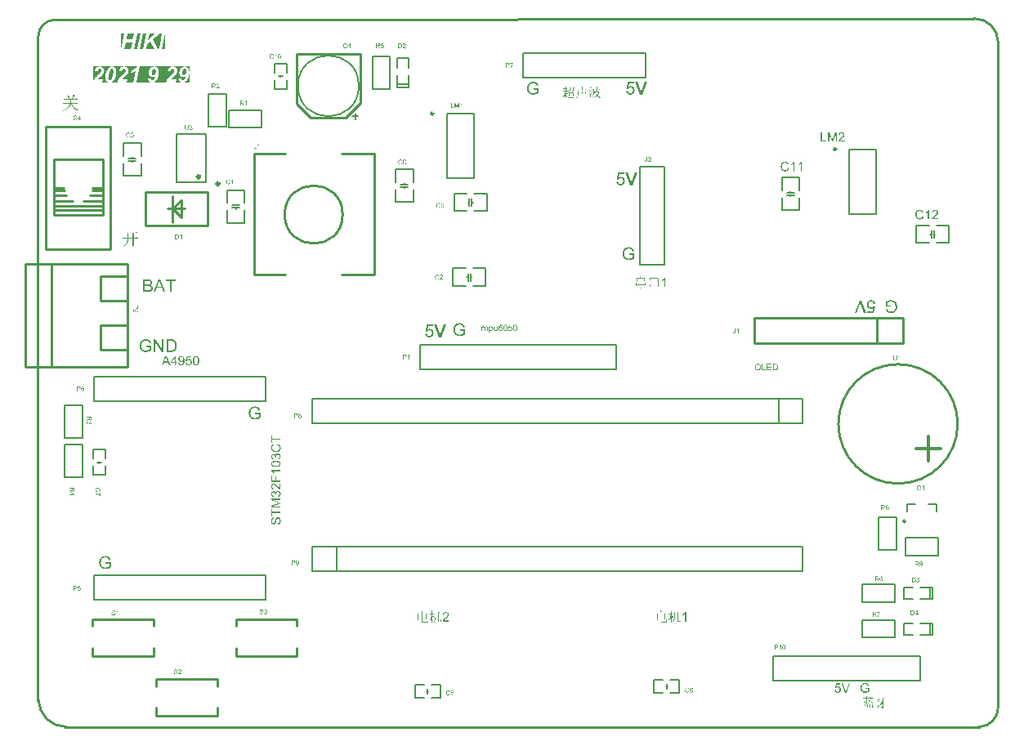
<source format=gto>
G04*
G04 #@! TF.GenerationSoftware,Altium Limited,Altium Designer,21.7.2 (23)*
G04*
G04 Layer_Color=65535*
%FSLAX25Y25*%
%MOIN*%
G70*
G04*
G04 #@! TF.SameCoordinates,8516E6F5-4896-463E-9EC1-BE868EEF7334*
G04*
G04*
G04 #@! TF.FilePolarity,Positive*
G04*
G01*
G75*
%ADD10C,0.00984*%
%ADD11C,0.01000*%
%ADD12C,0.00787*%
%ADD13C,0.01181*%
%ADD14C,0.00600*%
%ADD15C,0.00800*%
%ADD16C,0.01200*%
G36*
X482061Y372109D02*
Y372107D01*
Y372098D01*
Y372087D01*
Y372071D01*
X482058Y372048D01*
Y372026D01*
X482053Y371974D01*
X482047Y371913D01*
X482036Y371849D01*
X482019Y371791D01*
X482000Y371735D01*
Y371733D01*
X481997Y371730D01*
X481989Y371713D01*
X481975Y371691D01*
X481956Y371661D01*
X481928Y371630D01*
X481897Y371597D01*
X481859Y371564D01*
X481814Y371536D01*
X481809Y371533D01*
X481792Y371525D01*
X481767Y371514D01*
X481731Y371503D01*
X481687Y371489D01*
X481637Y371478D01*
X481582Y371469D01*
X481521Y371467D01*
X481496D01*
X481479Y371469D01*
X481457Y371472D01*
X481435Y371475D01*
X481377Y371486D01*
X481316Y371503D01*
X481252Y371528D01*
X481219Y371544D01*
X481188Y371564D01*
X481161Y371586D01*
X481133Y371611D01*
X481130Y371614D01*
X481127Y371616D01*
X481122Y371627D01*
X481114Y371638D01*
X481103Y371652D01*
X481091Y371672D01*
X481080Y371694D01*
X481067Y371719D01*
X481055Y371746D01*
X481044Y371780D01*
X481033Y371813D01*
X481022Y371852D01*
X481017Y371893D01*
X481008Y371940D01*
X481005Y371988D01*
Y372040D01*
X481236Y372073D01*
Y372071D01*
Y372065D01*
Y372054D01*
X481238Y372037D01*
X481241Y372021D01*
Y372001D01*
X481249Y371954D01*
X481258Y371904D01*
X481274Y371855D01*
X481291Y371810D01*
X481302Y371791D01*
X481316Y371774D01*
X481319Y371772D01*
X481330Y371763D01*
X481346Y371749D01*
X481368Y371735D01*
X481399Y371719D01*
X481432Y371708D01*
X481474Y371697D01*
X481518Y371694D01*
X481535D01*
X481551Y371697D01*
X481576Y371699D01*
X481601Y371705D01*
X481629Y371710D01*
X481657Y371722D01*
X481684Y371735D01*
X481687Y371738D01*
X481695Y371744D01*
X481706Y371755D01*
X481723Y371766D01*
X481737Y371785D01*
X481753Y371805D01*
X481767Y371827D01*
X481778Y371855D01*
Y371857D01*
X481784Y371868D01*
X481787Y371888D01*
X481792Y371913D01*
X481798Y371946D01*
X481801Y371988D01*
X481806Y372037D01*
Y372096D01*
Y373417D01*
X482061D01*
Y372109D01*
D02*
G37*
G36*
X483266Y371500D02*
X483030D01*
Y372999D01*
X483028Y372996D01*
X483014Y372985D01*
X482997Y372968D01*
X482970Y372949D01*
X482939Y372924D01*
X482900Y372896D01*
X482856Y372866D01*
X482806Y372835D01*
X482803D01*
X482800Y372832D01*
X482784Y372821D01*
X482756Y372807D01*
X482723Y372791D01*
X482684Y372771D01*
X482643Y372752D01*
X482601Y372733D01*
X482559Y372716D01*
Y372943D01*
X482562D01*
X482568Y372949D01*
X482579Y372952D01*
X482593Y372960D01*
X482609Y372968D01*
X482629Y372979D01*
X482676Y373007D01*
X482731Y373037D01*
X482787Y373076D01*
X482845Y373120D01*
X482903Y373167D01*
X482906Y373170D01*
X482908Y373173D01*
X482917Y373181D01*
X482928Y373190D01*
X482953Y373217D01*
X482986Y373251D01*
X483019Y373289D01*
X483055Y373334D01*
X483086Y373378D01*
X483113Y373425D01*
X483266D01*
Y371500D01*
D02*
G37*
G36*
X523454Y449800D02*
X522966D01*
Y453014D01*
X521845Y449800D01*
X521390D01*
X520280Y453069D01*
Y449800D01*
X519791D01*
Y453641D01*
X520552D01*
X521462Y450915D01*
Y450910D01*
X521468Y450899D01*
X521473Y450882D01*
X521484Y450854D01*
X521506Y450788D01*
X521534Y450705D01*
X521562Y450610D01*
X521595Y450516D01*
X521623Y450427D01*
X521645Y450349D01*
X521651Y450360D01*
X521656Y450388D01*
X521673Y450438D01*
X521695Y450505D01*
X521723Y450594D01*
X521762Y450699D01*
X521801Y450821D01*
X521850Y450965D01*
X522772Y453641D01*
X523454D01*
Y449800D01*
D02*
G37*
G36*
X525453Y453652D02*
X525497Y453646D01*
X525552Y453641D01*
X525613Y453629D01*
X525674Y453618D01*
X525819Y453580D01*
X525963Y453524D01*
X526035Y453491D01*
X526107Y453452D01*
X526174Y453402D01*
X526235Y453346D01*
X526240Y453341D01*
X526252Y453335D01*
X526263Y453313D01*
X526285Y453291D01*
X526313Y453263D01*
X526340Y453224D01*
X526368Y453186D01*
X526402Y453135D01*
X526457Y453030D01*
X526512Y452897D01*
X526535Y452830D01*
X526546Y452753D01*
X526557Y452675D01*
X526562Y452592D01*
Y452581D01*
Y452553D01*
X526557Y452508D01*
X526551Y452447D01*
X526540Y452381D01*
X526518Y452303D01*
X526496Y452220D01*
X526463Y452137D01*
X526457Y452126D01*
X526446Y452098D01*
X526424Y452053D01*
X526390Y451992D01*
X526346Y451926D01*
X526291Y451842D01*
X526224Y451759D01*
X526146Y451665D01*
X526135Y451654D01*
X526107Y451620D01*
X526080Y451593D01*
X526052Y451565D01*
X526018Y451532D01*
X525974Y451487D01*
X525930Y451443D01*
X525874Y451393D01*
X525819Y451337D01*
X525752Y451276D01*
X525680Y451215D01*
X525602Y451143D01*
X525514Y451071D01*
X525425Y450993D01*
X525419Y450988D01*
X525408Y450977D01*
X525386Y450960D01*
X525358Y450938D01*
X525325Y450904D01*
X525286Y450871D01*
X525197Y450799D01*
X525103Y450716D01*
X525014Y450632D01*
X524936Y450560D01*
X524903Y450533D01*
X524875Y450505D01*
X524870Y450499D01*
X524853Y450483D01*
X524831Y450460D01*
X524803Y450427D01*
X524775Y450388D01*
X524742Y450349D01*
X524676Y450255D01*
X526568D01*
Y449800D01*
X524021D01*
Y449806D01*
Y449828D01*
Y449861D01*
X524026Y449905D01*
X524032Y449955D01*
X524043Y450011D01*
X524054Y450066D01*
X524076Y450128D01*
Y450133D01*
X524082Y450139D01*
X524093Y450172D01*
X524115Y450222D01*
X524148Y450288D01*
X524193Y450366D01*
X524248Y450455D01*
X524309Y450544D01*
X524387Y450638D01*
Y450644D01*
X524398Y450649D01*
X524426Y450682D01*
X524476Y450732D01*
X524548Y450805D01*
X524631Y450888D01*
X524736Y450988D01*
X524864Y451099D01*
X525003Y451215D01*
X525008Y451221D01*
X525031Y451237D01*
X525064Y451265D01*
X525103Y451299D01*
X525153Y451343D01*
X525214Y451393D01*
X525275Y451448D01*
X525347Y451509D01*
X525486Y451643D01*
X525625Y451776D01*
X525691Y451842D01*
X525752Y451909D01*
X525808Y451970D01*
X525852Y452031D01*
Y452037D01*
X525863Y452042D01*
X525874Y452059D01*
X525885Y452081D01*
X525924Y452142D01*
X525969Y452214D01*
X526007Y452303D01*
X526046Y452397D01*
X526068Y452503D01*
X526080Y452603D01*
Y452608D01*
Y452614D01*
X526074Y452647D01*
X526068Y452703D01*
X526052Y452764D01*
X526030Y452841D01*
X525991Y452919D01*
X525941Y452997D01*
X525874Y453075D01*
X525863Y453086D01*
X525835Y453108D01*
X525797Y453135D01*
X525736Y453174D01*
X525658Y453208D01*
X525569Y453241D01*
X525464Y453263D01*
X525347Y453269D01*
X525314D01*
X525291Y453263D01*
X525225Y453258D01*
X525147Y453241D01*
X525064Y453219D01*
X524970Y453180D01*
X524881Y453130D01*
X524797Y453063D01*
X524786Y453052D01*
X524764Y453024D01*
X524731Y452980D01*
X524698Y452914D01*
X524659Y452836D01*
X524625Y452736D01*
X524603Y452625D01*
X524592Y452497D01*
X524109Y452547D01*
Y452553D01*
X524115Y452569D01*
Y452597D01*
X524120Y452636D01*
X524131Y452680D01*
X524143Y452730D01*
X524159Y452791D01*
X524176Y452852D01*
X524220Y452986D01*
X524287Y453119D01*
X524326Y453186D01*
X524376Y453252D01*
X524426Y453313D01*
X524481Y453369D01*
X524487Y453374D01*
X524498Y453380D01*
X524514Y453396D01*
X524542Y453413D01*
X524576Y453435D01*
X524614Y453457D01*
X524659Y453485D01*
X524714Y453513D01*
X524775Y453541D01*
X524842Y453569D01*
X524914Y453591D01*
X524992Y453613D01*
X525075Y453629D01*
X525164Y453646D01*
X525258Y453652D01*
X525358Y453657D01*
X525414D01*
X525453Y453652D01*
D02*
G37*
G36*
X517311Y450255D02*
X519203D01*
Y449800D01*
X516800D01*
Y453641D01*
X517311D01*
Y450255D01*
D02*
G37*
G36*
X502404Y441602D02*
X502454Y441596D01*
X502515Y441590D01*
X502576Y441585D01*
X502648Y441568D01*
X502798Y441535D01*
X502964Y441485D01*
X503048Y441452D01*
X503125Y441413D01*
X503203Y441363D01*
X503281Y441313D01*
X503286Y441307D01*
X503297Y441302D01*
X503319Y441285D01*
X503347Y441257D01*
X503375Y441230D01*
X503414Y441191D01*
X503453Y441147D01*
X503497Y441102D01*
X503541Y441047D01*
X503586Y440980D01*
X503636Y440913D01*
X503680Y440841D01*
X503719Y440758D01*
X503763Y440675D01*
X503797Y440586D01*
X503830Y440486D01*
X503331Y440370D01*
Y440375D01*
X503325Y440386D01*
X503314Y440408D01*
X503303Y440436D01*
X503292Y440469D01*
X503275Y440514D01*
X503231Y440603D01*
X503175Y440702D01*
X503109Y440802D01*
X503025Y440897D01*
X502936Y440980D01*
X502925Y440991D01*
X502892Y441013D01*
X502837Y441041D01*
X502764Y441080D01*
X502670Y441113D01*
X502565Y441147D01*
X502437Y441169D01*
X502298Y441174D01*
X502254D01*
X502226Y441169D01*
X502187D01*
X502143Y441163D01*
X502037Y441147D01*
X501921Y441124D01*
X501799Y441085D01*
X501671Y441030D01*
X501554Y440958D01*
X501549D01*
X501543Y440947D01*
X501505Y440919D01*
X501455Y440875D01*
X501394Y440808D01*
X501321Y440725D01*
X501255Y440630D01*
X501194Y440514D01*
X501138Y440386D01*
Y440381D01*
X501133Y440370D01*
X501127Y440353D01*
X501122Y440325D01*
X501111Y440292D01*
X501099Y440253D01*
X501083Y440159D01*
X501060Y440048D01*
X501038Y439926D01*
X501027Y439792D01*
X501022Y439648D01*
Y439642D01*
Y439626D01*
Y439598D01*
Y439565D01*
X501027Y439526D01*
Y439476D01*
X501033Y439421D01*
X501038Y439360D01*
X501055Y439226D01*
X501083Y439082D01*
X501116Y438938D01*
X501160Y438793D01*
Y438788D01*
X501166Y438777D01*
X501177Y438760D01*
X501188Y438732D01*
X501222Y438666D01*
X501271Y438588D01*
X501333Y438499D01*
X501410Y438405D01*
X501499Y438322D01*
X501604Y438244D01*
X501610D01*
X501621Y438238D01*
X501638Y438227D01*
X501660Y438216D01*
X501688Y438205D01*
X501721Y438188D01*
X501799Y438155D01*
X501899Y438122D01*
X502010Y438094D01*
X502132Y438072D01*
X502259Y438066D01*
X502298D01*
X502331Y438072D01*
X502370D01*
X502409Y438077D01*
X502509Y438100D01*
X502626Y438127D01*
X502742Y438172D01*
X502864Y438233D01*
X502925Y438266D01*
X502981Y438310D01*
X502986Y438316D01*
X502992Y438322D01*
X503009Y438338D01*
X503031Y438355D01*
X503053Y438383D01*
X503081Y438416D01*
X503114Y438449D01*
X503142Y438494D01*
X503175Y438544D01*
X503214Y438599D01*
X503247Y438655D01*
X503281Y438721D01*
X503308Y438793D01*
X503336Y438871D01*
X503364Y438954D01*
X503386Y439043D01*
X503897Y438915D01*
Y438910D01*
X503891Y438888D01*
X503880Y438854D01*
X503863Y438810D01*
X503847Y438760D01*
X503824Y438699D01*
X503797Y438632D01*
X503763Y438560D01*
X503686Y438405D01*
X503586Y438249D01*
X503525Y438172D01*
X503464Y438094D01*
X503397Y438027D01*
X503319Y437961D01*
X503314Y437955D01*
X503303Y437944D01*
X503275Y437933D01*
X503247Y437911D01*
X503203Y437883D01*
X503158Y437855D01*
X503097Y437828D01*
X503036Y437800D01*
X502964Y437767D01*
X502886Y437739D01*
X502803Y437711D01*
X502714Y437683D01*
X502620Y437661D01*
X502520Y437650D01*
X502415Y437639D01*
X502304Y437633D01*
X502243D01*
X502198Y437639D01*
X502148D01*
X502087Y437644D01*
X502021Y437656D01*
X501943Y437667D01*
X501782Y437694D01*
X501615Y437739D01*
X501449Y437800D01*
X501371Y437839D01*
X501294Y437883D01*
X501288Y437889D01*
X501277Y437894D01*
X501255Y437911D01*
X501233Y437933D01*
X501199Y437955D01*
X501160Y437989D01*
X501116Y438027D01*
X501072Y438072D01*
X501027Y438122D01*
X500977Y438172D01*
X500877Y438299D01*
X500783Y438449D01*
X500700Y438616D01*
Y438621D01*
X500689Y438638D01*
X500683Y438666D01*
X500667Y438699D01*
X500655Y438743D01*
X500639Y438799D01*
X500617Y438860D01*
X500600Y438927D01*
X500583Y438999D01*
X500561Y439082D01*
X500533Y439254D01*
X500511Y439448D01*
X500500Y439648D01*
Y439654D01*
Y439676D01*
Y439709D01*
X500506Y439748D01*
Y439803D01*
X500511Y439859D01*
X500517Y439931D01*
X500528Y440003D01*
X500556Y440164D01*
X500594Y440342D01*
X500650Y440519D01*
X500728Y440691D01*
X500733Y440697D01*
X500739Y440714D01*
X500750Y440736D01*
X500772Y440764D01*
X500794Y440802D01*
X500822Y440847D01*
X500894Y440947D01*
X500988Y441058D01*
X501099Y441169D01*
X501227Y441280D01*
X501377Y441374D01*
X501382Y441380D01*
X501399Y441385D01*
X501421Y441396D01*
X501449Y441413D01*
X501494Y441430D01*
X501538Y441446D01*
X501593Y441468D01*
X501654Y441491D01*
X501721Y441513D01*
X501793Y441535D01*
X501948Y441568D01*
X502126Y441596D01*
X502309Y441607D01*
X502365D01*
X502404Y441602D01*
D02*
G37*
G36*
X509091Y437700D02*
X508620D01*
Y440702D01*
X508614Y440697D01*
X508586Y440675D01*
X508553Y440641D01*
X508497Y440603D01*
X508436Y440553D01*
X508359Y440497D01*
X508270Y440436D01*
X508170Y440375D01*
X508165D01*
X508159Y440370D01*
X508126Y440347D01*
X508070Y440320D01*
X508004Y440286D01*
X507926Y440247D01*
X507843Y440209D01*
X507759Y440170D01*
X507676Y440136D01*
Y440592D01*
X507682D01*
X507693Y440603D01*
X507715Y440608D01*
X507743Y440625D01*
X507776Y440641D01*
X507815Y440664D01*
X507909Y440719D01*
X508020Y440780D01*
X508131Y440858D01*
X508248Y440947D01*
X508364Y441041D01*
X508370Y441047D01*
X508376Y441052D01*
X508392Y441069D01*
X508414Y441085D01*
X508464Y441141D01*
X508531Y441208D01*
X508598Y441285D01*
X508670Y441374D01*
X508731Y441463D01*
X508786Y441557D01*
X509091D01*
Y437700D01*
D02*
G37*
G36*
X506106D02*
X505634D01*
Y440702D01*
X505628Y440697D01*
X505601Y440675D01*
X505567Y440641D01*
X505512Y440603D01*
X505451Y440553D01*
X505373Y440497D01*
X505284Y440436D01*
X505184Y440375D01*
X505179D01*
X505173Y440370D01*
X505140Y440347D01*
X505084Y440320D01*
X505018Y440286D01*
X504940Y440247D01*
X504857Y440209D01*
X504774Y440170D01*
X504690Y440136D01*
Y440592D01*
X504696D01*
X504707Y440603D01*
X504729Y440608D01*
X504757Y440625D01*
X504790Y440641D01*
X504829Y440664D01*
X504923Y440719D01*
X505034Y440780D01*
X505145Y440858D01*
X505262Y440947D01*
X505378Y441041D01*
X505384Y441047D01*
X505389Y441052D01*
X505406Y441069D01*
X505428Y441085D01*
X505478Y441141D01*
X505545Y441208D01*
X505612Y441285D01*
X505684Y441374D01*
X505745Y441463D01*
X505800Y441557D01*
X506106D01*
Y437700D01*
D02*
G37*
G36*
X557304Y422002D02*
X557354Y421996D01*
X557415Y421990D01*
X557476Y421985D01*
X557548Y421968D01*
X557698Y421935D01*
X557864Y421885D01*
X557947Y421852D01*
X558025Y421813D01*
X558103Y421763D01*
X558181Y421713D01*
X558186Y421707D01*
X558197Y421702D01*
X558219Y421685D01*
X558247Y421658D01*
X558275Y421630D01*
X558314Y421591D01*
X558353Y421547D01*
X558397Y421502D01*
X558441Y421447D01*
X558486Y421380D01*
X558536Y421313D01*
X558580Y421241D01*
X558619Y421158D01*
X558663Y421075D01*
X558697Y420986D01*
X558730Y420886D01*
X558230Y420770D01*
Y420775D01*
X558225Y420786D01*
X558214Y420808D01*
X558203Y420836D01*
X558192Y420869D01*
X558175Y420914D01*
X558131Y421003D01*
X558075Y421103D01*
X558008Y421203D01*
X557925Y421297D01*
X557836Y421380D01*
X557825Y421391D01*
X557792Y421413D01*
X557736Y421441D01*
X557664Y421480D01*
X557570Y421513D01*
X557465Y421547D01*
X557337Y421569D01*
X557198Y421574D01*
X557154D01*
X557126Y421569D01*
X557087D01*
X557043Y421563D01*
X556937Y421547D01*
X556821Y421524D01*
X556699Y421486D01*
X556571Y421430D01*
X556455Y421358D01*
X556449D01*
X556443Y421347D01*
X556405Y421319D01*
X556355Y421275D01*
X556293Y421208D01*
X556221Y421125D01*
X556155Y421030D01*
X556094Y420914D01*
X556038Y420786D01*
Y420781D01*
X556033Y420770D01*
X556027Y420753D01*
X556022Y420725D01*
X556010Y420692D01*
X555999Y420653D01*
X555983Y420559D01*
X555961Y420448D01*
X555938Y420326D01*
X555927Y420192D01*
X555922Y420048D01*
Y420043D01*
Y420026D01*
Y419998D01*
Y419965D01*
X555927Y419926D01*
Y419876D01*
X555933Y419820D01*
X555938Y419760D01*
X555955Y419626D01*
X555983Y419482D01*
X556016Y419338D01*
X556061Y419193D01*
Y419188D01*
X556066Y419177D01*
X556077Y419160D01*
X556088Y419132D01*
X556121Y419066D01*
X556172Y418988D01*
X556233Y418899D01*
X556310Y418805D01*
X556399Y418722D01*
X556504Y418644D01*
X556510D01*
X556521Y418638D01*
X556538Y418627D01*
X556560Y418616D01*
X556588Y418605D01*
X556621Y418588D01*
X556699Y418555D01*
X556799Y418522D01*
X556910Y418494D01*
X557032Y418472D01*
X557159Y418466D01*
X557198D01*
X557232Y418472D01*
X557270D01*
X557309Y418477D01*
X557409Y418500D01*
X557526Y418527D01*
X557642Y418572D01*
X557764Y418633D01*
X557825Y418666D01*
X557881Y418711D01*
X557886Y418716D01*
X557892Y418722D01*
X557909Y418738D01*
X557931Y418755D01*
X557953Y418783D01*
X557981Y418816D01*
X558014Y418849D01*
X558042Y418894D01*
X558075Y418944D01*
X558114Y418999D01*
X558147Y419055D01*
X558181Y419121D01*
X558208Y419193D01*
X558236Y419271D01*
X558264Y419354D01*
X558286Y419443D01*
X558797Y419315D01*
Y419310D01*
X558791Y419288D01*
X558780Y419254D01*
X558763Y419210D01*
X558747Y419160D01*
X558724Y419099D01*
X558697Y419032D01*
X558663Y418960D01*
X558586Y418805D01*
X558486Y418649D01*
X558425Y418572D01*
X558364Y418494D01*
X558297Y418428D01*
X558219Y418361D01*
X558214Y418355D01*
X558203Y418344D01*
X558175Y418333D01*
X558147Y418311D01*
X558103Y418283D01*
X558058Y418255D01*
X557997Y418228D01*
X557936Y418200D01*
X557864Y418167D01*
X557787Y418139D01*
X557703Y418111D01*
X557615Y418083D01*
X557520Y418061D01*
X557420Y418050D01*
X557315Y418039D01*
X557204Y418033D01*
X557143D01*
X557098Y418039D01*
X557048D01*
X556987Y418045D01*
X556921Y418056D01*
X556843Y418067D01*
X556682Y418094D01*
X556516Y418139D01*
X556349Y418200D01*
X556271Y418239D01*
X556194Y418283D01*
X556188Y418289D01*
X556177Y418294D01*
X556155Y418311D01*
X556133Y418333D01*
X556099Y418355D01*
X556061Y418389D01*
X556016Y418428D01*
X555972Y418472D01*
X555927Y418522D01*
X555877Y418572D01*
X555777Y418699D01*
X555683Y418849D01*
X555600Y419016D01*
Y419021D01*
X555589Y419038D01*
X555583Y419066D01*
X555567Y419099D01*
X555555Y419143D01*
X555539Y419199D01*
X555517Y419260D01*
X555500Y419327D01*
X555483Y419399D01*
X555461Y419482D01*
X555433Y419654D01*
X555411Y419848D01*
X555400Y420048D01*
Y420054D01*
Y420076D01*
Y420109D01*
X555406Y420148D01*
Y420203D01*
X555411Y420259D01*
X555417Y420331D01*
X555428Y420403D01*
X555455Y420564D01*
X555494Y420742D01*
X555550Y420919D01*
X555627Y421091D01*
X555633Y421097D01*
X555639Y421114D01*
X555650Y421136D01*
X555672Y421164D01*
X555694Y421203D01*
X555722Y421247D01*
X555794Y421347D01*
X555888Y421458D01*
X555999Y421569D01*
X556127Y421680D01*
X556277Y421774D01*
X556282Y421780D01*
X556299Y421785D01*
X556321Y421796D01*
X556349Y421813D01*
X556393Y421830D01*
X556438Y421846D01*
X556493Y421869D01*
X556554Y421891D01*
X556621Y421913D01*
X556693Y421935D01*
X556848Y421968D01*
X557026Y421996D01*
X557209Y422007D01*
X557265D01*
X557304Y422002D01*
D02*
G37*
G36*
X563581Y421952D02*
X563625Y421946D01*
X563681Y421941D01*
X563742Y421930D01*
X563803Y421918D01*
X563947Y421880D01*
X564091Y421824D01*
X564163Y421791D01*
X564236Y421752D01*
X564302Y421702D01*
X564363Y421646D01*
X564369Y421641D01*
X564380Y421635D01*
X564391Y421613D01*
X564413Y421591D01*
X564441Y421563D01*
X564469Y421524D01*
X564497Y421486D01*
X564530Y421435D01*
X564585Y421330D01*
X564641Y421197D01*
X564663Y421130D01*
X564674Y421053D01*
X564685Y420975D01*
X564691Y420892D01*
Y420881D01*
Y420853D01*
X564685Y420808D01*
X564680Y420747D01*
X564669Y420681D01*
X564646Y420603D01*
X564624Y420520D01*
X564591Y420436D01*
X564585Y420426D01*
X564574Y420398D01*
X564552Y420353D01*
X564519Y420292D01*
X564474Y420226D01*
X564419Y420142D01*
X564352Y420059D01*
X564274Y419965D01*
X564263Y419954D01*
X564236Y419920D01*
X564208Y419893D01*
X564180Y419865D01*
X564147Y419832D01*
X564102Y419787D01*
X564058Y419743D01*
X564003Y419693D01*
X563947Y419637D01*
X563880Y419576D01*
X563808Y419515D01*
X563731Y419443D01*
X563642Y419371D01*
X563553Y419293D01*
X563547Y419288D01*
X563536Y419277D01*
X563514Y419260D01*
X563486Y419238D01*
X563453Y419204D01*
X563414Y419171D01*
X563325Y419099D01*
X563231Y419016D01*
X563142Y418932D01*
X563064Y418860D01*
X563031Y418833D01*
X563003Y418805D01*
X562998Y418799D01*
X562981Y418783D01*
X562959Y418760D01*
X562931Y418727D01*
X562904Y418688D01*
X562870Y418649D01*
X562804Y418555D01*
X564696D01*
Y418100D01*
X562149D01*
Y418106D01*
Y418128D01*
Y418161D01*
X562154Y418205D01*
X562160Y418255D01*
X562171Y418311D01*
X562182Y418366D01*
X562204Y418428D01*
Y418433D01*
X562210Y418439D01*
X562221Y418472D01*
X562243Y418522D01*
X562277Y418588D01*
X562321Y418666D01*
X562376Y418755D01*
X562437Y418844D01*
X562515Y418938D01*
Y418944D01*
X562526Y418949D01*
X562554Y418982D01*
X562604Y419032D01*
X562676Y419105D01*
X562759Y419188D01*
X562865Y419288D01*
X562992Y419399D01*
X563131Y419515D01*
X563137Y419521D01*
X563159Y419537D01*
X563192Y419565D01*
X563231Y419598D01*
X563281Y419643D01*
X563342Y419693D01*
X563403Y419748D01*
X563475Y419809D01*
X563614Y419943D01*
X563753Y420076D01*
X563819Y420142D01*
X563880Y420209D01*
X563936Y420270D01*
X563980Y420331D01*
Y420337D01*
X563991Y420342D01*
X564003Y420359D01*
X564014Y420381D01*
X564052Y420442D01*
X564097Y420514D01*
X564136Y420603D01*
X564175Y420697D01*
X564197Y420803D01*
X564208Y420903D01*
Y420908D01*
Y420914D01*
X564202Y420947D01*
X564197Y421003D01*
X564180Y421064D01*
X564158Y421141D01*
X564119Y421219D01*
X564069Y421297D01*
X564003Y421375D01*
X563991Y421386D01*
X563964Y421408D01*
X563925Y421435D01*
X563864Y421474D01*
X563786Y421508D01*
X563697Y421541D01*
X563592Y421563D01*
X563475Y421569D01*
X563442D01*
X563420Y421563D01*
X563353Y421558D01*
X563275Y421541D01*
X563192Y421519D01*
X563098Y421480D01*
X563009Y421430D01*
X562926Y421363D01*
X562915Y421352D01*
X562892Y421324D01*
X562859Y421280D01*
X562826Y421214D01*
X562787Y421136D01*
X562754Y421036D01*
X562732Y420925D01*
X562720Y420797D01*
X562238Y420847D01*
Y420853D01*
X562243Y420869D01*
Y420897D01*
X562249Y420936D01*
X562260Y420981D01*
X562271Y421030D01*
X562288Y421091D01*
X562304Y421152D01*
X562349Y421286D01*
X562415Y421419D01*
X562454Y421486D01*
X562504Y421552D01*
X562554Y421613D01*
X562609Y421669D01*
X562615Y421674D01*
X562626Y421680D01*
X562643Y421696D01*
X562671Y421713D01*
X562704Y421735D01*
X562743Y421757D01*
X562787Y421785D01*
X562843Y421813D01*
X562904Y421841D01*
X562970Y421869D01*
X563042Y421891D01*
X563120Y421913D01*
X563203Y421930D01*
X563292Y421946D01*
X563386Y421952D01*
X563486Y421957D01*
X563542D01*
X563581Y421952D01*
D02*
G37*
G36*
X561005Y418100D02*
X560534D01*
Y421103D01*
X560528Y421097D01*
X560500Y421075D01*
X560467Y421041D01*
X560412Y421003D01*
X560351Y420953D01*
X560273Y420897D01*
X560184Y420836D01*
X560084Y420775D01*
X560079D01*
X560073Y420770D01*
X560040Y420747D01*
X559984Y420720D01*
X559918Y420686D01*
X559840Y420647D01*
X559757Y420609D01*
X559674Y420570D01*
X559590Y420536D01*
Y420992D01*
X559596D01*
X559607Y421003D01*
X559629Y421008D01*
X559657Y421025D01*
X559690Y421041D01*
X559729Y421064D01*
X559823Y421119D01*
X559934Y421180D01*
X560045Y421258D01*
X560162Y421347D01*
X560278Y421441D01*
X560284Y421447D01*
X560289Y421452D01*
X560306Y421469D01*
X560328Y421486D01*
X560378Y421541D01*
X560445Y421608D01*
X560511Y421685D01*
X560584Y421774D01*
X560645Y421863D01*
X560700Y421957D01*
X561005D01*
Y418100D01*
D02*
G37*
G36*
X545506Y385081D02*
X545573D01*
X545654Y385074D01*
X545743Y385059D01*
X545839Y385052D01*
X546054Y385007D01*
X546283Y384956D01*
X546520Y384874D01*
X546638Y384830D01*
X546757Y384771D01*
X546764Y384763D01*
X546786Y384756D01*
X546816Y384734D01*
X546860Y384711D01*
X546912Y384674D01*
X546964Y384637D01*
X547105Y384534D01*
X547253Y384401D01*
X547408Y384238D01*
X547556Y384053D01*
X547689Y383838D01*
Y383831D01*
X547704Y383809D01*
X547719Y383779D01*
X547741Y383727D01*
X547763Y383675D01*
X547785Y383601D01*
X547815Y383527D01*
X547845Y383439D01*
X547874Y383342D01*
X547904Y383231D01*
X547926Y383120D01*
X547948Y383002D01*
X547985Y382743D01*
X548000Y382469D01*
Y382462D01*
Y382432D01*
Y382395D01*
X547993Y382343D01*
Y382277D01*
X547985Y382195D01*
X547970Y382114D01*
X547963Y382018D01*
X547941Y381914D01*
X547926Y381803D01*
X547867Y381566D01*
X547793Y381322D01*
X547689Y381078D01*
X547682Y381071D01*
X547674Y381048D01*
X547660Y381019D01*
X547630Y380974D01*
X547600Y380915D01*
X547563Y380856D01*
X547460Y380715D01*
X547334Y380553D01*
X547179Y380397D01*
X547001Y380242D01*
X546897Y380175D01*
X546794Y380109D01*
X546786Y380101D01*
X546764Y380094D01*
X546735Y380079D01*
X546690Y380057D01*
X546631Y380035D01*
X546564Y380005D01*
X546490Y379975D01*
X546402Y379946D01*
X546305Y379916D01*
X546202Y379894D01*
X546091Y379864D01*
X545972Y379842D01*
X545713Y379805D01*
X545580Y379790D01*
X545343D01*
X545299Y379798D01*
X545240D01*
X545099Y379813D01*
X544944Y379835D01*
X544781Y379872D01*
X544603Y379916D01*
X544433Y379975D01*
X544426D01*
X544411Y379983D01*
X544389Y379990D01*
X544359Y380005D01*
X544278Y380049D01*
X544174Y380101D01*
X544063Y380175D01*
X543945Y380264D01*
X543834Y380360D01*
X543730Y380479D01*
X543715Y380493D01*
X543686Y380538D01*
X543641Y380604D01*
X543582Y380701D01*
X543523Y380819D01*
X543456Y380967D01*
X543390Y381130D01*
X543338Y381315D01*
X543952Y381478D01*
Y381470D01*
X543960Y381463D01*
X543967Y381441D01*
X543974Y381411D01*
X543997Y381344D01*
X544026Y381256D01*
X544071Y381152D01*
X544122Y381056D01*
X544174Y380952D01*
X544241Y380863D01*
X544248Y380856D01*
X544270Y380826D01*
X544315Y380789D01*
X544367Y380738D01*
X544433Y380678D01*
X544522Y380619D01*
X544618Y380560D01*
X544729Y380508D01*
X544744Y380501D01*
X544781Y380486D01*
X544848Y380464D01*
X544936Y380434D01*
X545040Y380412D01*
X545158Y380390D01*
X545292Y380375D01*
X545432Y380368D01*
X545514D01*
X545551Y380375D01*
X545595D01*
X545706Y380382D01*
X545832Y380405D01*
X545972Y380427D01*
X546106Y380464D01*
X546239Y380516D01*
X546254Y380523D01*
X546298Y380538D01*
X546357Y380575D01*
X546431Y380612D01*
X546520Y380671D01*
X546616Y380730D01*
X546705Y380804D01*
X546786Y380886D01*
X546794Y380893D01*
X546823Y380923D01*
X546860Y380974D01*
X546905Y381034D01*
X546957Y381108D01*
X547008Y381196D01*
X547060Y381293D01*
X547112Y381396D01*
Y381404D01*
X547119Y381418D01*
X547127Y381441D01*
X547142Y381478D01*
X547156Y381522D01*
X547171Y381574D01*
X547193Y381633D01*
X547208Y381700D01*
X547245Y381855D01*
X547275Y382033D01*
X547297Y382218D01*
X547304Y382425D01*
Y382432D01*
Y382454D01*
Y382491D01*
X547297Y382536D01*
Y382595D01*
X547290Y382669D01*
X547282Y382743D01*
X547275Y382824D01*
X547245Y383009D01*
X547208Y383202D01*
X547149Y383394D01*
X547075Y383579D01*
Y383587D01*
X547060Y383601D01*
X547053Y383624D01*
X547031Y383653D01*
X546979Y383735D01*
X546897Y383838D01*
X546801Y383949D01*
X546683Y384060D01*
X546542Y384164D01*
X546387Y384260D01*
X546379D01*
X546365Y384267D01*
X546342Y384282D01*
X546305Y384297D01*
X546268Y384312D01*
X546217Y384327D01*
X546098Y384371D01*
X545950Y384408D01*
X545787Y384445D01*
X545610Y384475D01*
X545425Y384482D01*
X545351D01*
X545306Y384475D01*
X545262D01*
X545151Y384460D01*
X545018Y384445D01*
X544877Y384415D01*
X544722Y384371D01*
X544566Y384319D01*
X544559D01*
X544544Y384312D01*
X544529Y384304D01*
X544500Y384290D01*
X544418Y384253D01*
X544330Y384208D01*
X544226Y384156D01*
X544115Y384097D01*
X544011Y384031D01*
X543923Y383957D01*
Y382995D01*
X545432D01*
Y382388D01*
X543257D01*
Y384290D01*
X543264Y384297D01*
X543279Y384304D01*
X543308Y384327D01*
X543345Y384356D01*
X543390Y384386D01*
X543442Y384423D01*
X543508Y384467D01*
X543575Y384512D01*
X543730Y384608D01*
X543908Y384711D01*
X544093Y384808D01*
X544293Y384889D01*
X544300D01*
X544315Y384896D01*
X544344Y384904D01*
X544381Y384919D01*
X544433Y384933D01*
X544492Y384956D01*
X544559Y384970D01*
X544626Y384985D01*
X544788Y385022D01*
X544973Y385059D01*
X545173Y385081D01*
X545380Y385089D01*
X545454D01*
X545506Y385081D01*
D02*
G37*
G36*
X537476D02*
X537535Y385074D01*
X537601Y385067D01*
X537683Y385059D01*
X537764Y385037D01*
X537949Y384993D01*
X538134Y384926D01*
X538230Y384882D01*
X538327Y384830D01*
X538415Y384771D01*
X538504Y384704D01*
X538512Y384697D01*
X538526Y384689D01*
X538541Y384660D01*
X538571Y384630D01*
X538608Y384593D01*
X538645Y384549D01*
X538689Y384489D01*
X538726Y384423D01*
X538771Y384356D01*
X538815Y384275D01*
X538896Y384097D01*
X538963Y383890D01*
X538985Y383779D01*
X539000Y383661D01*
X538341Y383609D01*
Y383616D01*
Y383631D01*
X538334Y383653D01*
X538327Y383690D01*
X538304Y383772D01*
X538275Y383883D01*
X538230Y383994D01*
X538171Y384119D01*
X538097Y384230D01*
X538008Y384334D01*
X537994Y384341D01*
X537964Y384371D01*
X537905Y384408D01*
X537823Y384452D01*
X537735Y384497D01*
X537624Y384534D01*
X537498Y384563D01*
X537357Y384571D01*
X537313D01*
X537283Y384563D01*
X537194Y384556D01*
X537091Y384526D01*
X536965Y384489D01*
X536839Y384430D01*
X536706Y384341D01*
X536647Y384290D01*
X536588Y384230D01*
X536580Y384223D01*
X536573Y384216D01*
X536558Y384193D01*
X536536Y384171D01*
X536484Y384090D01*
X536425Y383986D01*
X536373Y383860D01*
X536321Y383705D01*
X536284Y383520D01*
X536269Y383424D01*
Y383320D01*
Y383313D01*
Y383298D01*
Y383268D01*
X536277Y383231D01*
Y383187D01*
X536284Y383135D01*
X536306Y383017D01*
X536343Y382876D01*
X536395Y382736D01*
X536469Y382602D01*
X536573Y382477D01*
Y382469D01*
X536588Y382462D01*
X536625Y382425D01*
X536691Y382373D01*
X536780Y382314D01*
X536898Y382262D01*
X537032Y382210D01*
X537187Y382173D01*
X537276Y382158D01*
X537416D01*
X537476Y382166D01*
X537550Y382173D01*
X537638Y382195D01*
X537727Y382218D01*
X537823Y382255D01*
X537920Y382299D01*
X537927Y382306D01*
X537957Y382321D01*
X538001Y382358D01*
X538060Y382395D01*
X538119Y382447D01*
X538179Y382514D01*
X538245Y382580D01*
X538297Y382662D01*
X538889Y382580D01*
X538393Y379946D01*
X535848D01*
Y380545D01*
X537897D01*
X538171Y381929D01*
X538164Y381922D01*
X538149Y381914D01*
X538127Y381899D01*
X538090Y381877D01*
X538045Y381855D01*
X537994Y381825D01*
X537875Y381766D01*
X537727Y381707D01*
X537564Y381655D01*
X537387Y381618D01*
X537298Y381603D01*
X537135D01*
X537091Y381611D01*
X537032Y381618D01*
X536965Y381626D01*
X536891Y381640D01*
X536810Y381663D01*
X536632Y381714D01*
X536536Y381751D01*
X536440Y381803D01*
X536343Y381855D01*
X536247Y381914D01*
X536158Y381988D01*
X536070Y382070D01*
X536062Y382077D01*
X536047Y382092D01*
X536025Y382114D01*
X535996Y382151D01*
X535959Y382203D01*
X535922Y382255D01*
X535877Y382321D01*
X535833Y382395D01*
X535796Y382477D01*
X535751Y382565D01*
X535714Y382669D01*
X535677Y382773D01*
X535648Y382884D01*
X535626Y383009D01*
X535611Y383135D01*
X535603Y383268D01*
Y383276D01*
Y383298D01*
Y383335D01*
X535611Y383387D01*
X535618Y383446D01*
X535626Y383513D01*
X535640Y383594D01*
X535655Y383675D01*
X535700Y383868D01*
X535774Y384068D01*
X535818Y384171D01*
X535877Y384267D01*
X535936Y384371D01*
X536010Y384467D01*
X536018Y384475D01*
X536033Y384497D01*
X536062Y384526D01*
X536099Y384563D01*
X536151Y384608D01*
X536210Y384667D01*
X536284Y384719D01*
X536366Y384778D01*
X536454Y384837D01*
X536558Y384889D01*
X536669Y384941D01*
X536787Y384993D01*
X536913Y385030D01*
X537054Y385059D01*
X537202Y385081D01*
X537357Y385089D01*
X537424D01*
X537476Y385081D01*
D02*
G37*
G36*
X535293Y379879D02*
X534553D01*
X533221Y383601D01*
Y383609D01*
X533213Y383624D01*
X533206Y383646D01*
X533191Y383675D01*
X533184Y383720D01*
X533169Y383764D01*
X533132Y383875D01*
X533087Y384001D01*
X533043Y384142D01*
X532954Y384438D01*
Y384430D01*
X532947Y384415D01*
X532939Y384393D01*
X532932Y384364D01*
X532910Y384282D01*
X532873Y384171D01*
X532836Y384045D01*
X532791Y383905D01*
X532740Y383757D01*
X532680Y383601D01*
X531289Y379879D01*
X530601D01*
X532599Y385000D01*
X533309D01*
X535293Y379879D01*
D02*
G37*
G36*
X439901Y432000D02*
X439191D01*
X437207Y437121D01*
X437947D01*
X439279Y433399D01*
Y433391D01*
X439287Y433376D01*
X439294Y433354D01*
X439309Y433325D01*
X439316Y433280D01*
X439331Y433236D01*
X439368Y433125D01*
X439413Y432999D01*
X439457Y432858D01*
X439546Y432562D01*
Y432570D01*
X439553Y432585D01*
X439561Y432607D01*
X439568Y432636D01*
X439590Y432718D01*
X439627Y432829D01*
X439664Y432955D01*
X439709Y433095D01*
X439760Y433243D01*
X439820Y433399D01*
X441211Y437121D01*
X441899D01*
X439901Y432000D01*
D02*
G37*
G36*
X436652Y436455D02*
X434603D01*
X434329Y435071D01*
X434336Y435078D01*
X434351Y435086D01*
X434373Y435101D01*
X434410Y435123D01*
X434455Y435145D01*
X434506Y435175D01*
X434625Y435234D01*
X434773Y435293D01*
X434936Y435345D01*
X435113Y435382D01*
X435202Y435397D01*
X435365D01*
X435409Y435389D01*
X435468Y435382D01*
X435535Y435374D01*
X435609Y435360D01*
X435690Y435337D01*
X435868Y435286D01*
X435964Y435249D01*
X436060Y435197D01*
X436157Y435145D01*
X436253Y435086D01*
X436342Y435012D01*
X436430Y434930D01*
X436438Y434923D01*
X436453Y434908D01*
X436475Y434886D01*
X436504Y434849D01*
X436541Y434797D01*
X436578Y434745D01*
X436623Y434679D01*
X436667Y434605D01*
X436704Y434523D01*
X436749Y434435D01*
X436786Y434331D01*
X436823Y434227D01*
X436852Y434116D01*
X436874Y433991D01*
X436889Y433865D01*
X436897Y433732D01*
Y433724D01*
Y433702D01*
Y433665D01*
X436889Y433613D01*
X436882Y433554D01*
X436874Y433487D01*
X436860Y433406D01*
X436845Y433325D01*
X436800Y433132D01*
X436726Y432932D01*
X436682Y432829D01*
X436623Y432733D01*
X436564Y432629D01*
X436490Y432533D01*
X436482Y432525D01*
X436467Y432503D01*
X436438Y432474D01*
X436401Y432437D01*
X436349Y432392D01*
X436290Y432333D01*
X436216Y432281D01*
X436134Y432222D01*
X436046Y432163D01*
X435942Y432111D01*
X435831Y432059D01*
X435713Y432007D01*
X435587Y431970D01*
X435446Y431941D01*
X435298Y431919D01*
X435143Y431911D01*
X435076D01*
X435024Y431919D01*
X434965Y431926D01*
X434899Y431933D01*
X434817Y431941D01*
X434736Y431963D01*
X434551Y432007D01*
X434366Y432074D01*
X434270Y432118D01*
X434173Y432170D01*
X434085Y432229D01*
X433996Y432296D01*
X433988Y432303D01*
X433974Y432311D01*
X433959Y432340D01*
X433929Y432370D01*
X433892Y432407D01*
X433855Y432451D01*
X433811Y432511D01*
X433774Y432577D01*
X433729Y432644D01*
X433685Y432725D01*
X433604Y432903D01*
X433537Y433110D01*
X433515Y433221D01*
X433500Y433339D01*
X434159Y433391D01*
Y433384D01*
Y433369D01*
X434166Y433347D01*
X434173Y433310D01*
X434196Y433228D01*
X434225Y433117D01*
X434270Y433006D01*
X434329Y432881D01*
X434403Y432770D01*
X434492Y432666D01*
X434506Y432659D01*
X434536Y432629D01*
X434595Y432592D01*
X434677Y432548D01*
X434765Y432503D01*
X434876Y432466D01*
X435002Y432437D01*
X435143Y432429D01*
X435187D01*
X435217Y432437D01*
X435306Y432444D01*
X435409Y432474D01*
X435535Y432511D01*
X435661Y432570D01*
X435794Y432659D01*
X435853Y432710D01*
X435912Y432770D01*
X435920Y432777D01*
X435927Y432784D01*
X435942Y432807D01*
X435964Y432829D01*
X436016Y432910D01*
X436075Y433014D01*
X436127Y433140D01*
X436179Y433295D01*
X436216Y433480D01*
X436231Y433576D01*
Y433680D01*
Y433687D01*
Y433702D01*
Y433732D01*
X436223Y433769D01*
Y433813D01*
X436216Y433865D01*
X436194Y433983D01*
X436157Y434124D01*
X436105Y434264D01*
X436031Y434398D01*
X435927Y434523D01*
Y434531D01*
X435912Y434538D01*
X435875Y434575D01*
X435809Y434627D01*
X435720Y434686D01*
X435602Y434738D01*
X435468Y434790D01*
X435313Y434827D01*
X435224Y434842D01*
X435084D01*
X435024Y434834D01*
X434950Y434827D01*
X434862Y434805D01*
X434773Y434782D01*
X434677Y434745D01*
X434580Y434701D01*
X434573Y434694D01*
X434543Y434679D01*
X434499Y434642D01*
X434440Y434605D01*
X434381Y434553D01*
X434321Y434486D01*
X434255Y434420D01*
X434203Y434338D01*
X433611Y434420D01*
X434107Y437054D01*
X436652D01*
Y436455D01*
D02*
G37*
G36*
X438701Y406702D02*
X438760D01*
X438901Y406687D01*
X439056Y406665D01*
X439219Y406628D01*
X439397Y406584D01*
X439567Y406525D01*
X439574D01*
X439589Y406517D01*
X439611Y406510D01*
X439641Y406495D01*
X439722Y406451D01*
X439826Y406399D01*
X439937Y406325D01*
X440055Y406236D01*
X440166Y406140D01*
X440270Y406021D01*
X440285Y406007D01*
X440314Y405962D01*
X440359Y405896D01*
X440418Y405799D01*
X440477Y405681D01*
X440544Y405533D01*
X440610Y405370D01*
X440662Y405185D01*
X440048Y405022D01*
Y405030D01*
X440040Y405037D01*
X440033Y405059D01*
X440026Y405089D01*
X440003Y405156D01*
X439974Y405244D01*
X439929Y405348D01*
X439878Y405444D01*
X439826Y405548D01*
X439759Y405637D01*
X439752Y405644D01*
X439730Y405674D01*
X439685Y405711D01*
X439633Y405762D01*
X439567Y405822D01*
X439478Y405881D01*
X439382Y405940D01*
X439271Y405992D01*
X439256Y405999D01*
X439219Y406014D01*
X439152Y406036D01*
X439064Y406066D01*
X438960Y406088D01*
X438842Y406110D01*
X438708Y406125D01*
X438568Y406132D01*
X438486D01*
X438449Y406125D01*
X438405D01*
X438294Y406118D01*
X438168Y406095D01*
X438028Y406073D01*
X437894Y406036D01*
X437761Y405984D01*
X437746Y405977D01*
X437702Y405962D01*
X437643Y405925D01*
X437569Y405888D01*
X437480Y405829D01*
X437384Y405770D01*
X437295Y405696D01*
X437214Y405614D01*
X437206Y405607D01*
X437177Y405577D01*
X437140Y405526D01*
X437095Y405466D01*
X437043Y405392D01*
X436992Y405304D01*
X436940Y405207D01*
X436888Y405104D01*
Y405096D01*
X436881Y405082D01*
X436873Y405059D01*
X436858Y405022D01*
X436844Y404978D01*
X436829Y404926D01*
X436807Y404867D01*
X436792Y404800D01*
X436755Y404645D01*
X436725Y404467D01*
X436703Y404282D01*
X436696Y404075D01*
Y404068D01*
Y404046D01*
Y404009D01*
X436703Y403964D01*
Y403905D01*
X436710Y403831D01*
X436718Y403757D01*
X436725Y403676D01*
X436755Y403491D01*
X436792Y403298D01*
X436851Y403106D01*
X436925Y402921D01*
Y402913D01*
X436940Y402899D01*
X436947Y402876D01*
X436969Y402847D01*
X437021Y402765D01*
X437103Y402662D01*
X437199Y402551D01*
X437317Y402440D01*
X437458Y402336D01*
X437613Y402240D01*
X437621D01*
X437635Y402233D01*
X437658Y402218D01*
X437695Y402203D01*
X437732Y402188D01*
X437783Y402173D01*
X437902Y402129D01*
X438050Y402092D01*
X438213Y402055D01*
X438390Y402025D01*
X438575Y402018D01*
X438649D01*
X438694Y402025D01*
X438738D01*
X438849Y402040D01*
X438982Y402055D01*
X439123Y402085D01*
X439278Y402129D01*
X439434Y402181D01*
X439441D01*
X439456Y402188D01*
X439471Y402196D01*
X439500Y402210D01*
X439582Y402247D01*
X439670Y402292D01*
X439774Y402344D01*
X439885Y402403D01*
X439989Y402469D01*
X440077Y402543D01*
Y403505D01*
X438568D01*
Y404112D01*
X440743D01*
Y402210D01*
X440736Y402203D01*
X440721Y402196D01*
X440692Y402173D01*
X440655Y402144D01*
X440610Y402114D01*
X440558Y402077D01*
X440492Y402033D01*
X440425Y401988D01*
X440270Y401892D01*
X440092Y401789D01*
X439907Y401692D01*
X439707Y401611D01*
X439700D01*
X439685Y401604D01*
X439656Y401596D01*
X439619Y401581D01*
X439567Y401567D01*
X439508Y401544D01*
X439441Y401530D01*
X439374Y401515D01*
X439212Y401478D01*
X439027Y401441D01*
X438827Y401419D01*
X438620Y401411D01*
X438546D01*
X438494Y401419D01*
X438427D01*
X438346Y401426D01*
X438257Y401441D01*
X438161Y401448D01*
X437946Y401493D01*
X437717Y401544D01*
X437480Y401626D01*
X437362Y401670D01*
X437243Y401729D01*
X437236Y401737D01*
X437214Y401744D01*
X437184Y401766D01*
X437140Y401789D01*
X437088Y401826D01*
X437036Y401863D01*
X436895Y401966D01*
X436747Y402099D01*
X436592Y402262D01*
X436444Y402447D01*
X436311Y402662D01*
Y402669D01*
X436296Y402691D01*
X436281Y402721D01*
X436259Y402773D01*
X436237Y402825D01*
X436215Y402899D01*
X436185Y402973D01*
X436155Y403061D01*
X436126Y403158D01*
X436096Y403269D01*
X436074Y403380D01*
X436052Y403498D01*
X436015Y403757D01*
X436000Y404031D01*
Y404038D01*
Y404068D01*
Y404105D01*
X436007Y404157D01*
Y404223D01*
X436015Y404305D01*
X436030Y404386D01*
X436037Y404482D01*
X436059Y404586D01*
X436074Y404697D01*
X436133Y404934D01*
X436207Y405178D01*
X436311Y405422D01*
X436318Y405429D01*
X436326Y405452D01*
X436340Y405481D01*
X436370Y405526D01*
X436400Y405585D01*
X436437Y405644D01*
X436540Y405785D01*
X436666Y405947D01*
X436821Y406103D01*
X436999Y406258D01*
X437103Y406325D01*
X437206Y406391D01*
X437214Y406399D01*
X437236Y406406D01*
X437265Y406421D01*
X437310Y406443D01*
X437369Y406465D01*
X437436Y406495D01*
X437510Y406525D01*
X437598Y406554D01*
X437695Y406584D01*
X437798Y406606D01*
X437909Y406636D01*
X438028Y406658D01*
X438287Y406695D01*
X438420Y406710D01*
X438657D01*
X438701Y406702D01*
D02*
G37*
G36*
X399701Y474202D02*
X399760D01*
X399901Y474187D01*
X400056Y474165D01*
X400219Y474128D01*
X400397Y474084D01*
X400567Y474025D01*
X400574D01*
X400589Y474017D01*
X400611Y474010D01*
X400641Y473995D01*
X400722Y473951D01*
X400826Y473899D01*
X400937Y473825D01*
X401055Y473736D01*
X401166Y473640D01*
X401270Y473521D01*
X401285Y473507D01*
X401314Y473462D01*
X401359Y473396D01*
X401418Y473299D01*
X401477Y473181D01*
X401544Y473033D01*
X401610Y472870D01*
X401662Y472685D01*
X401048Y472522D01*
Y472530D01*
X401040Y472537D01*
X401033Y472559D01*
X401026Y472589D01*
X401003Y472656D01*
X400974Y472744D01*
X400929Y472848D01*
X400878Y472944D01*
X400826Y473048D01*
X400759Y473137D01*
X400752Y473144D01*
X400730Y473174D01*
X400685Y473211D01*
X400633Y473262D01*
X400567Y473322D01*
X400478Y473381D01*
X400382Y473440D01*
X400271Y473492D01*
X400256Y473499D01*
X400219Y473514D01*
X400152Y473536D01*
X400064Y473566D01*
X399960Y473588D01*
X399842Y473610D01*
X399708Y473625D01*
X399568Y473632D01*
X399486D01*
X399449Y473625D01*
X399405D01*
X399294Y473618D01*
X399168Y473595D01*
X399028Y473573D01*
X398894Y473536D01*
X398761Y473484D01*
X398746Y473477D01*
X398702Y473462D01*
X398643Y473425D01*
X398569Y473388D01*
X398480Y473329D01*
X398384Y473270D01*
X398295Y473196D01*
X398214Y473114D01*
X398206Y473107D01*
X398177Y473077D01*
X398140Y473026D01*
X398095Y472966D01*
X398043Y472892D01*
X397992Y472804D01*
X397940Y472707D01*
X397888Y472604D01*
Y472596D01*
X397881Y472582D01*
X397873Y472559D01*
X397858Y472522D01*
X397844Y472478D01*
X397829Y472426D01*
X397807Y472367D01*
X397792Y472300D01*
X397755Y472145D01*
X397725Y471967D01*
X397703Y471782D01*
X397696Y471575D01*
Y471568D01*
Y471546D01*
Y471509D01*
X397703Y471464D01*
Y471405D01*
X397710Y471331D01*
X397718Y471257D01*
X397725Y471176D01*
X397755Y470991D01*
X397792Y470798D01*
X397851Y470606D01*
X397925Y470421D01*
Y470413D01*
X397940Y470399D01*
X397947Y470376D01*
X397969Y470347D01*
X398021Y470265D01*
X398103Y470162D01*
X398199Y470051D01*
X398317Y469940D01*
X398458Y469836D01*
X398613Y469740D01*
X398621D01*
X398635Y469733D01*
X398658Y469718D01*
X398695Y469703D01*
X398732Y469688D01*
X398783Y469673D01*
X398902Y469629D01*
X399050Y469592D01*
X399213Y469555D01*
X399390Y469525D01*
X399575Y469518D01*
X399649D01*
X399694Y469525D01*
X399738D01*
X399849Y469540D01*
X399982Y469555D01*
X400123Y469585D01*
X400278Y469629D01*
X400434Y469681D01*
X400441D01*
X400456Y469688D01*
X400471Y469696D01*
X400500Y469710D01*
X400582Y469747D01*
X400670Y469792D01*
X400774Y469844D01*
X400885Y469903D01*
X400989Y469969D01*
X401077Y470043D01*
Y471005D01*
X399568D01*
Y471612D01*
X401743D01*
Y469710D01*
X401736Y469703D01*
X401721Y469696D01*
X401692Y469673D01*
X401655Y469644D01*
X401610Y469614D01*
X401558Y469577D01*
X401492Y469533D01*
X401425Y469488D01*
X401270Y469392D01*
X401092Y469289D01*
X400907Y469192D01*
X400707Y469111D01*
X400700D01*
X400685Y469104D01*
X400656Y469096D01*
X400619Y469081D01*
X400567Y469067D01*
X400508Y469044D01*
X400441Y469030D01*
X400374Y469015D01*
X400212Y468978D01*
X400027Y468941D01*
X399827Y468919D01*
X399620Y468911D01*
X399546D01*
X399494Y468919D01*
X399427D01*
X399346Y468926D01*
X399257Y468941D01*
X399161Y468948D01*
X398946Y468993D01*
X398717Y469044D01*
X398480Y469126D01*
X398362Y469170D01*
X398243Y469229D01*
X398236Y469237D01*
X398214Y469244D01*
X398184Y469266D01*
X398140Y469289D01*
X398088Y469326D01*
X398036Y469363D01*
X397895Y469466D01*
X397747Y469599D01*
X397592Y469762D01*
X397444Y469947D01*
X397311Y470162D01*
Y470169D01*
X397296Y470191D01*
X397281Y470221D01*
X397259Y470273D01*
X397237Y470325D01*
X397215Y470399D01*
X397185Y470473D01*
X397155Y470561D01*
X397126Y470658D01*
X397096Y470769D01*
X397074Y470880D01*
X397052Y470998D01*
X397015Y471257D01*
X397000Y471531D01*
Y471538D01*
Y471568D01*
Y471605D01*
X397007Y471657D01*
Y471723D01*
X397015Y471805D01*
X397030Y471886D01*
X397037Y471982D01*
X397059Y472086D01*
X397074Y472197D01*
X397133Y472434D01*
X397207Y472678D01*
X397311Y472922D01*
X397318Y472929D01*
X397326Y472952D01*
X397340Y472981D01*
X397370Y473026D01*
X397400Y473085D01*
X397437Y473144D01*
X397540Y473285D01*
X397666Y473447D01*
X397821Y473603D01*
X397999Y473758D01*
X398103Y473825D01*
X398206Y473891D01*
X398214Y473899D01*
X398236Y473906D01*
X398265Y473921D01*
X398310Y473943D01*
X398369Y473965D01*
X398436Y473995D01*
X398510Y474025D01*
X398598Y474054D01*
X398695Y474084D01*
X398798Y474106D01*
X398909Y474136D01*
X399028Y474158D01*
X399287Y474195D01*
X399420Y474210D01*
X399657D01*
X399701Y474202D01*
D02*
G37*
G36*
X443901Y469000D02*
X443191D01*
X441207Y474121D01*
X441947D01*
X443279Y470399D01*
Y470391D01*
X443287Y470376D01*
X443294Y470354D01*
X443309Y470325D01*
X443316Y470280D01*
X443331Y470236D01*
X443368Y470125D01*
X443413Y469999D01*
X443457Y469858D01*
X443546Y469562D01*
Y469570D01*
X443553Y469585D01*
X443561Y469607D01*
X443568Y469636D01*
X443590Y469718D01*
X443627Y469829D01*
X443664Y469955D01*
X443709Y470095D01*
X443760Y470243D01*
X443820Y470399D01*
X445211Y474121D01*
X445899D01*
X443901Y469000D01*
D02*
G37*
G36*
X440652Y473455D02*
X438603D01*
X438329Y472071D01*
X438336Y472078D01*
X438351Y472086D01*
X438373Y472101D01*
X438410Y472123D01*
X438455Y472145D01*
X438506Y472175D01*
X438625Y472234D01*
X438773Y472293D01*
X438936Y472345D01*
X439113Y472382D01*
X439202Y472397D01*
X439365D01*
X439409Y472389D01*
X439468Y472382D01*
X439535Y472374D01*
X439609Y472360D01*
X439690Y472337D01*
X439868Y472286D01*
X439964Y472249D01*
X440060Y472197D01*
X440157Y472145D01*
X440253Y472086D01*
X440342Y472012D01*
X440430Y471930D01*
X440438Y471923D01*
X440453Y471908D01*
X440475Y471886D01*
X440504Y471849D01*
X440541Y471797D01*
X440578Y471745D01*
X440623Y471679D01*
X440667Y471605D01*
X440704Y471523D01*
X440749Y471435D01*
X440786Y471331D01*
X440823Y471227D01*
X440852Y471116D01*
X440874Y470991D01*
X440889Y470865D01*
X440897Y470732D01*
Y470724D01*
Y470702D01*
Y470665D01*
X440889Y470613D01*
X440882Y470554D01*
X440874Y470487D01*
X440860Y470406D01*
X440845Y470325D01*
X440800Y470132D01*
X440726Y469932D01*
X440682Y469829D01*
X440623Y469733D01*
X440564Y469629D01*
X440490Y469533D01*
X440482Y469525D01*
X440467Y469503D01*
X440438Y469474D01*
X440401Y469437D01*
X440349Y469392D01*
X440290Y469333D01*
X440216Y469281D01*
X440134Y469222D01*
X440046Y469163D01*
X439942Y469111D01*
X439831Y469059D01*
X439713Y469007D01*
X439587Y468970D01*
X439446Y468941D01*
X439298Y468919D01*
X439143Y468911D01*
X439076D01*
X439024Y468919D01*
X438965Y468926D01*
X438899Y468933D01*
X438817Y468941D01*
X438736Y468963D01*
X438551Y469007D01*
X438366Y469074D01*
X438270Y469118D01*
X438173Y469170D01*
X438085Y469229D01*
X437996Y469296D01*
X437988Y469303D01*
X437974Y469311D01*
X437959Y469340D01*
X437929Y469370D01*
X437892Y469407D01*
X437855Y469451D01*
X437811Y469511D01*
X437774Y469577D01*
X437729Y469644D01*
X437685Y469725D01*
X437604Y469903D01*
X437537Y470110D01*
X437515Y470221D01*
X437500Y470339D01*
X438159Y470391D01*
Y470384D01*
Y470369D01*
X438166Y470347D01*
X438173Y470310D01*
X438196Y470228D01*
X438225Y470117D01*
X438270Y470006D01*
X438329Y469881D01*
X438403Y469770D01*
X438492Y469666D01*
X438506Y469659D01*
X438536Y469629D01*
X438595Y469592D01*
X438677Y469548D01*
X438765Y469503D01*
X438876Y469466D01*
X439002Y469437D01*
X439143Y469429D01*
X439187D01*
X439217Y469437D01*
X439306Y469444D01*
X439409Y469474D01*
X439535Y469511D01*
X439661Y469570D01*
X439794Y469659D01*
X439853Y469710D01*
X439912Y469770D01*
X439920Y469777D01*
X439927Y469784D01*
X439942Y469807D01*
X439964Y469829D01*
X440016Y469910D01*
X440075Y470014D01*
X440127Y470140D01*
X440179Y470295D01*
X440216Y470480D01*
X440231Y470576D01*
Y470680D01*
Y470687D01*
Y470702D01*
Y470732D01*
X440223Y470769D01*
Y470813D01*
X440216Y470865D01*
X440194Y470983D01*
X440157Y471124D01*
X440105Y471264D01*
X440031Y471398D01*
X439927Y471523D01*
Y471531D01*
X439912Y471538D01*
X439875Y471575D01*
X439809Y471627D01*
X439720Y471686D01*
X439602Y471738D01*
X439468Y471790D01*
X439313Y471827D01*
X439224Y471842D01*
X439084D01*
X439024Y471834D01*
X438950Y471827D01*
X438862Y471805D01*
X438773Y471782D01*
X438677Y471745D01*
X438580Y471701D01*
X438573Y471694D01*
X438543Y471679D01*
X438499Y471642D01*
X438440Y471605D01*
X438381Y471553D01*
X438321Y471486D01*
X438255Y471420D01*
X438203Y471338D01*
X437611Y471420D01*
X438107Y474054D01*
X440652D01*
Y473455D01*
D02*
G37*
G36*
X361901Y370000D02*
X361191D01*
X359207Y375121D01*
X359947D01*
X361279Y371399D01*
Y371391D01*
X361287Y371376D01*
X361294Y371354D01*
X361309Y371325D01*
X361316Y371280D01*
X361331Y371236D01*
X361368Y371125D01*
X361413Y370999D01*
X361457Y370858D01*
X361546Y370562D01*
Y370570D01*
X361553Y370585D01*
X361561Y370607D01*
X361568Y370636D01*
X361590Y370718D01*
X361627Y370829D01*
X361664Y370955D01*
X361709Y371095D01*
X361760Y371243D01*
X361820Y371399D01*
X363211Y375121D01*
X363899D01*
X361901Y370000D01*
D02*
G37*
G36*
X358652Y374455D02*
X356603D01*
X356329Y373071D01*
X356336Y373078D01*
X356351Y373086D01*
X356373Y373101D01*
X356410Y373123D01*
X356455Y373145D01*
X356506Y373175D01*
X356625Y373234D01*
X356773Y373293D01*
X356936Y373345D01*
X357113Y373382D01*
X357202Y373397D01*
X357365D01*
X357409Y373389D01*
X357468Y373382D01*
X357535Y373374D01*
X357609Y373360D01*
X357690Y373337D01*
X357868Y373286D01*
X357964Y373249D01*
X358060Y373197D01*
X358157Y373145D01*
X358253Y373086D01*
X358342Y373012D01*
X358430Y372930D01*
X358438Y372923D01*
X358453Y372908D01*
X358475Y372886D01*
X358504Y372849D01*
X358541Y372797D01*
X358578Y372745D01*
X358623Y372679D01*
X358667Y372605D01*
X358704Y372523D01*
X358749Y372435D01*
X358786Y372331D01*
X358823Y372227D01*
X358852Y372116D01*
X358874Y371991D01*
X358889Y371865D01*
X358897Y371732D01*
Y371724D01*
Y371702D01*
Y371665D01*
X358889Y371613D01*
X358882Y371554D01*
X358874Y371487D01*
X358860Y371406D01*
X358845Y371325D01*
X358800Y371132D01*
X358726Y370932D01*
X358682Y370829D01*
X358623Y370733D01*
X358564Y370629D01*
X358490Y370533D01*
X358482Y370525D01*
X358467Y370503D01*
X358438Y370474D01*
X358401Y370437D01*
X358349Y370392D01*
X358290Y370333D01*
X358216Y370281D01*
X358134Y370222D01*
X358046Y370163D01*
X357942Y370111D01*
X357831Y370059D01*
X357713Y370007D01*
X357587Y369970D01*
X357446Y369941D01*
X357298Y369919D01*
X357143Y369911D01*
X357076D01*
X357024Y369919D01*
X356965Y369926D01*
X356899Y369933D01*
X356817Y369941D01*
X356736Y369963D01*
X356551Y370007D01*
X356366Y370074D01*
X356270Y370118D01*
X356173Y370170D01*
X356085Y370229D01*
X355996Y370296D01*
X355988Y370303D01*
X355974Y370311D01*
X355959Y370340D01*
X355929Y370370D01*
X355892Y370407D01*
X355855Y370451D01*
X355811Y370511D01*
X355774Y370577D01*
X355729Y370644D01*
X355685Y370725D01*
X355604Y370903D01*
X355537Y371110D01*
X355515Y371221D01*
X355500Y371339D01*
X356159Y371391D01*
Y371384D01*
Y371369D01*
X356166Y371347D01*
X356173Y371310D01*
X356196Y371228D01*
X356225Y371117D01*
X356270Y371006D01*
X356329Y370881D01*
X356403Y370770D01*
X356492Y370666D01*
X356506Y370659D01*
X356536Y370629D01*
X356595Y370592D01*
X356677Y370548D01*
X356765Y370503D01*
X356876Y370466D01*
X357002Y370437D01*
X357143Y370429D01*
X357187D01*
X357217Y370437D01*
X357306Y370444D01*
X357409Y370474D01*
X357535Y370511D01*
X357661Y370570D01*
X357794Y370659D01*
X357853Y370710D01*
X357912Y370770D01*
X357920Y370777D01*
X357927Y370784D01*
X357942Y370807D01*
X357964Y370829D01*
X358016Y370910D01*
X358075Y371014D01*
X358127Y371140D01*
X358179Y371295D01*
X358216Y371480D01*
X358231Y371576D01*
Y371680D01*
Y371687D01*
Y371702D01*
Y371732D01*
X358223Y371769D01*
Y371813D01*
X358216Y371865D01*
X358194Y371983D01*
X358157Y372124D01*
X358105Y372264D01*
X358031Y372398D01*
X357927Y372523D01*
Y372531D01*
X357912Y372538D01*
X357875Y372575D01*
X357809Y372627D01*
X357720Y372686D01*
X357602Y372738D01*
X357468Y372790D01*
X357313Y372827D01*
X357224Y372842D01*
X357084D01*
X357024Y372834D01*
X356950Y372827D01*
X356862Y372805D01*
X356773Y372782D01*
X356677Y372745D01*
X356580Y372701D01*
X356573Y372694D01*
X356543Y372679D01*
X356499Y372642D01*
X356440Y372605D01*
X356381Y372553D01*
X356321Y372486D01*
X356255Y372420D01*
X356203Y372338D01*
X355611Y372420D01*
X356107Y375054D01*
X358652D01*
Y374455D01*
D02*
G37*
G36*
X369701Y375702D02*
X369760D01*
X369901Y375687D01*
X370056Y375665D01*
X370219Y375628D01*
X370397Y375584D01*
X370567Y375525D01*
X370574D01*
X370589Y375517D01*
X370611Y375510D01*
X370641Y375495D01*
X370722Y375451D01*
X370826Y375399D01*
X370937Y375325D01*
X371055Y375236D01*
X371166Y375140D01*
X371270Y375021D01*
X371285Y375007D01*
X371314Y374962D01*
X371359Y374896D01*
X371418Y374799D01*
X371477Y374681D01*
X371544Y374533D01*
X371610Y374370D01*
X371662Y374185D01*
X371048Y374022D01*
Y374030D01*
X371040Y374037D01*
X371033Y374059D01*
X371026Y374089D01*
X371003Y374156D01*
X370974Y374244D01*
X370929Y374348D01*
X370878Y374444D01*
X370826Y374548D01*
X370759Y374637D01*
X370752Y374644D01*
X370730Y374674D01*
X370685Y374711D01*
X370633Y374762D01*
X370567Y374822D01*
X370478Y374881D01*
X370382Y374940D01*
X370271Y374992D01*
X370256Y374999D01*
X370219Y375014D01*
X370152Y375036D01*
X370064Y375066D01*
X369960Y375088D01*
X369842Y375110D01*
X369708Y375125D01*
X369568Y375132D01*
X369486D01*
X369449Y375125D01*
X369405D01*
X369294Y375118D01*
X369168Y375095D01*
X369028Y375073D01*
X368894Y375036D01*
X368761Y374984D01*
X368746Y374977D01*
X368702Y374962D01*
X368643Y374925D01*
X368569Y374888D01*
X368480Y374829D01*
X368384Y374770D01*
X368295Y374696D01*
X368214Y374614D01*
X368206Y374607D01*
X368177Y374577D01*
X368140Y374526D01*
X368095Y374466D01*
X368043Y374392D01*
X367992Y374304D01*
X367940Y374207D01*
X367888Y374104D01*
Y374096D01*
X367881Y374082D01*
X367873Y374059D01*
X367858Y374022D01*
X367844Y373978D01*
X367829Y373926D01*
X367807Y373867D01*
X367792Y373800D01*
X367755Y373645D01*
X367725Y373467D01*
X367703Y373282D01*
X367696Y373075D01*
Y373068D01*
Y373046D01*
Y373009D01*
X367703Y372964D01*
Y372905D01*
X367710Y372831D01*
X367718Y372757D01*
X367725Y372676D01*
X367755Y372491D01*
X367792Y372298D01*
X367851Y372106D01*
X367925Y371921D01*
Y371913D01*
X367940Y371899D01*
X367947Y371876D01*
X367969Y371847D01*
X368021Y371765D01*
X368103Y371662D01*
X368199Y371551D01*
X368317Y371440D01*
X368458Y371336D01*
X368613Y371240D01*
X368621D01*
X368635Y371233D01*
X368658Y371218D01*
X368695Y371203D01*
X368732Y371188D01*
X368783Y371173D01*
X368902Y371129D01*
X369050Y371092D01*
X369213Y371055D01*
X369390Y371025D01*
X369575Y371018D01*
X369649D01*
X369694Y371025D01*
X369738D01*
X369849Y371040D01*
X369982Y371055D01*
X370123Y371085D01*
X370278Y371129D01*
X370434Y371181D01*
X370441D01*
X370456Y371188D01*
X370471Y371196D01*
X370500Y371210D01*
X370582Y371247D01*
X370670Y371292D01*
X370774Y371344D01*
X370885Y371403D01*
X370989Y371469D01*
X371077Y371543D01*
Y372505D01*
X369568D01*
Y373112D01*
X371743D01*
Y371210D01*
X371736Y371203D01*
X371721Y371196D01*
X371692Y371173D01*
X371655Y371144D01*
X371610Y371114D01*
X371558Y371077D01*
X371492Y371033D01*
X371425Y370988D01*
X371270Y370892D01*
X371092Y370789D01*
X370907Y370692D01*
X370707Y370611D01*
X370700D01*
X370685Y370604D01*
X370656Y370596D01*
X370619Y370581D01*
X370567Y370567D01*
X370508Y370544D01*
X370441Y370530D01*
X370374Y370515D01*
X370212Y370478D01*
X370027Y370441D01*
X369827Y370419D01*
X369620Y370411D01*
X369546D01*
X369494Y370419D01*
X369427D01*
X369346Y370426D01*
X369257Y370441D01*
X369161Y370448D01*
X368946Y370493D01*
X368717Y370544D01*
X368480Y370626D01*
X368362Y370670D01*
X368243Y370729D01*
X368236Y370737D01*
X368214Y370744D01*
X368184Y370766D01*
X368140Y370789D01*
X368088Y370826D01*
X368036Y370863D01*
X367895Y370966D01*
X367747Y371099D01*
X367592Y371262D01*
X367444Y371447D01*
X367311Y371662D01*
Y371669D01*
X367296Y371691D01*
X367281Y371721D01*
X367259Y371773D01*
X367237Y371825D01*
X367215Y371899D01*
X367185Y371973D01*
X367155Y372061D01*
X367126Y372158D01*
X367096Y372269D01*
X367074Y372380D01*
X367052Y372498D01*
X367015Y372757D01*
X367000Y373031D01*
Y373038D01*
Y373068D01*
Y373105D01*
X367007Y373157D01*
Y373223D01*
X367015Y373305D01*
X367030Y373386D01*
X367037Y373482D01*
X367059Y373586D01*
X367074Y373697D01*
X367133Y373934D01*
X367207Y374178D01*
X367311Y374422D01*
X367318Y374429D01*
X367326Y374452D01*
X367340Y374481D01*
X367370Y374526D01*
X367400Y374585D01*
X367437Y374644D01*
X367540Y374785D01*
X367666Y374947D01*
X367821Y375103D01*
X367999Y375258D01*
X368103Y375325D01*
X368206Y375391D01*
X368214Y375399D01*
X368236Y375406D01*
X368265Y375421D01*
X368310Y375443D01*
X368369Y375465D01*
X368436Y375495D01*
X368510Y375525D01*
X368598Y375554D01*
X368695Y375584D01*
X368798Y375606D01*
X368909Y375636D01*
X369028Y375658D01*
X369287Y375695D01*
X369420Y375710D01*
X369657D01*
X369701Y375702D01*
D02*
G37*
G36*
X535026Y228902D02*
X535070D01*
X535176Y228890D01*
X535292Y228874D01*
X535414Y228846D01*
X535547Y228813D01*
X535675Y228768D01*
X535681D01*
X535692Y228763D01*
X535708Y228757D01*
X535731Y228746D01*
X535792Y228713D01*
X535869Y228674D01*
X535953Y228619D01*
X536041Y228552D01*
X536125Y228480D01*
X536202Y228391D01*
X536213Y228380D01*
X536236Y228347D01*
X536269Y228297D01*
X536313Y228224D01*
X536358Y228136D01*
X536408Y228025D01*
X536458Y227903D01*
X536496Y227764D01*
X536036Y227642D01*
Y227647D01*
X536030Y227653D01*
X536025Y227670D01*
X536019Y227692D01*
X536002Y227742D01*
X535980Y227808D01*
X535947Y227886D01*
X535908Y227958D01*
X535869Y228036D01*
X535819Y228102D01*
X535814Y228108D01*
X535797Y228130D01*
X535764Y228158D01*
X535725Y228197D01*
X535675Y228241D01*
X535608Y228286D01*
X535536Y228330D01*
X535453Y228369D01*
X535442Y228374D01*
X535414Y228385D01*
X535364Y228402D01*
X535298Y228424D01*
X535220Y228441D01*
X535131Y228458D01*
X535031Y228469D01*
X534926Y228474D01*
X534865D01*
X534837Y228469D01*
X534804D01*
X534721Y228463D01*
X534626Y228447D01*
X534521Y228430D01*
X534421Y228402D01*
X534321Y228363D01*
X534310Y228358D01*
X534276Y228347D01*
X534232Y228319D01*
X534177Y228291D01*
X534110Y228247D01*
X534038Y228202D01*
X533971Y228147D01*
X533910Y228086D01*
X533905Y228080D01*
X533882Y228058D01*
X533855Y228019D01*
X533821Y227975D01*
X533782Y227919D01*
X533744Y227853D01*
X533705Y227781D01*
X533666Y227703D01*
Y227697D01*
X533661Y227686D01*
X533655Y227670D01*
X533644Y227642D01*
X533633Y227608D01*
X533622Y227570D01*
X533605Y227525D01*
X533594Y227475D01*
X533566Y227359D01*
X533544Y227226D01*
X533527Y227087D01*
X533522Y226931D01*
Y226926D01*
Y226909D01*
Y226881D01*
X533527Y226848D01*
Y226804D01*
X533533Y226748D01*
X533538Y226693D01*
X533544Y226632D01*
X533566Y226493D01*
X533594Y226349D01*
X533638Y226204D01*
X533694Y226066D01*
Y226060D01*
X533705Y226049D01*
X533710Y226032D01*
X533727Y226010D01*
X533766Y225949D01*
X533827Y225871D01*
X533899Y225788D01*
X533988Y225705D01*
X534093Y225627D01*
X534210Y225555D01*
X534215D01*
X534227Y225549D01*
X534243Y225538D01*
X534271Y225527D01*
X534299Y225516D01*
X534338Y225505D01*
X534426Y225472D01*
X534537Y225444D01*
X534659Y225416D01*
X534793Y225394D01*
X534931Y225389D01*
X534987D01*
X535020Y225394D01*
X535053D01*
X535137Y225405D01*
X535237Y225416D01*
X535342Y225438D01*
X535459Y225472D01*
X535575Y225511D01*
X535581D01*
X535592Y225516D01*
X535603Y225522D01*
X535625Y225533D01*
X535686Y225561D01*
X535753Y225594D01*
X535830Y225633D01*
X535914Y225677D01*
X535991Y225727D01*
X536058Y225782D01*
Y226504D01*
X534926D01*
Y226959D01*
X536557D01*
Y225533D01*
X536552Y225527D01*
X536541Y225522D01*
X536519Y225505D01*
X536491Y225483D01*
X536458Y225461D01*
X536419Y225433D01*
X536369Y225400D01*
X536319Y225366D01*
X536202Y225294D01*
X536069Y225216D01*
X535930Y225144D01*
X535781Y225083D01*
X535775D01*
X535764Y225078D01*
X535742Y225072D01*
X535714Y225061D01*
X535675Y225050D01*
X535631Y225033D01*
X535581Y225022D01*
X535531Y225011D01*
X535409Y224983D01*
X535270Y224956D01*
X535120Y224939D01*
X534965Y224933D01*
X534909D01*
X534870Y224939D01*
X534820D01*
X534759Y224944D01*
X534693Y224956D01*
X534621Y224961D01*
X534460Y224994D01*
X534288Y225033D01*
X534110Y225094D01*
X534021Y225128D01*
X533932Y225172D01*
X533927Y225178D01*
X533910Y225183D01*
X533888Y225200D01*
X533855Y225216D01*
X533816Y225244D01*
X533777Y225272D01*
X533672Y225350D01*
X533561Y225449D01*
X533444Y225572D01*
X533333Y225710D01*
X533233Y225871D01*
Y225877D01*
X533222Y225894D01*
X533211Y225916D01*
X533194Y225955D01*
X533178Y225993D01*
X533161Y226049D01*
X533139Y226104D01*
X533117Y226171D01*
X533094Y226243D01*
X533072Y226326D01*
X533055Y226410D01*
X533039Y226499D01*
X533011Y226693D01*
X533000Y226898D01*
Y226904D01*
Y226926D01*
Y226954D01*
X533006Y226993D01*
Y227042D01*
X533011Y227103D01*
X533022Y227165D01*
X533028Y227237D01*
X533044Y227314D01*
X533055Y227398D01*
X533100Y227575D01*
X533155Y227758D01*
X533233Y227941D01*
X533239Y227947D01*
X533244Y227964D01*
X533255Y227986D01*
X533278Y228019D01*
X533300Y228064D01*
X533327Y228108D01*
X533405Y228214D01*
X533499Y228336D01*
X533616Y228452D01*
X533749Y228569D01*
X533827Y228619D01*
X533905Y228669D01*
X533910Y228674D01*
X533927Y228680D01*
X533949Y228691D01*
X533982Y228707D01*
X534027Y228724D01*
X534077Y228746D01*
X534132Y228768D01*
X534199Y228791D01*
X534271Y228813D01*
X534349Y228830D01*
X534432Y228852D01*
X534521Y228868D01*
X534715Y228896D01*
X534815Y228907D01*
X534993D01*
X535026Y228902D01*
D02*
G37*
G36*
X527301Y225000D02*
X526768D01*
X525281Y228841D01*
X525836D01*
X526835Y226049D01*
Y226043D01*
X526840Y226032D01*
X526846Y226016D01*
X526857Y225993D01*
X526862Y225960D01*
X526873Y225927D01*
X526901Y225844D01*
X526934Y225749D01*
X526968Y225644D01*
X527034Y225422D01*
Y225427D01*
X527040Y225438D01*
X527045Y225455D01*
X527051Y225477D01*
X527068Y225538D01*
X527095Y225622D01*
X527123Y225716D01*
X527156Y225821D01*
X527195Y225932D01*
X527240Y226049D01*
X528283Y228841D01*
X528799D01*
X527301Y225000D01*
D02*
G37*
G36*
X524864Y228341D02*
X523327D01*
X523122Y227303D01*
X523127Y227309D01*
X523138Y227314D01*
X523155Y227326D01*
X523183Y227342D01*
X523216Y227359D01*
X523255Y227381D01*
X523344Y227425D01*
X523455Y227470D01*
X523577Y227509D01*
X523710Y227536D01*
X523776Y227547D01*
X523899D01*
X523932Y227542D01*
X523976Y227536D01*
X524026Y227531D01*
X524082Y227520D01*
X524143Y227503D01*
X524276Y227464D01*
X524348Y227436D01*
X524420Y227398D01*
X524493Y227359D01*
X524565Y227314D01*
X524631Y227259D01*
X524698Y227198D01*
X524703Y227192D01*
X524715Y227181D01*
X524731Y227165D01*
X524753Y227137D01*
X524781Y227098D01*
X524809Y227059D01*
X524842Y227009D01*
X524875Y226954D01*
X524903Y226892D01*
X524936Y226826D01*
X524964Y226748D01*
X524992Y226671D01*
X525014Y226587D01*
X525031Y226493D01*
X525042Y226399D01*
X525047Y226299D01*
Y226293D01*
Y226276D01*
Y226249D01*
X525042Y226210D01*
X525036Y226166D01*
X525031Y226115D01*
X525020Y226055D01*
X525009Y225993D01*
X524975Y225849D01*
X524920Y225699D01*
X524887Y225622D01*
X524842Y225549D01*
X524798Y225472D01*
X524742Y225400D01*
X524737Y225394D01*
X524726Y225377D01*
X524703Y225355D01*
X524676Y225327D01*
X524637Y225294D01*
X524592Y225250D01*
X524537Y225211D01*
X524476Y225167D01*
X524409Y225122D01*
X524332Y225083D01*
X524248Y225044D01*
X524159Y225006D01*
X524065Y224978D01*
X523960Y224956D01*
X523849Y224939D01*
X523732Y224933D01*
X523682D01*
X523643Y224939D01*
X523599Y224944D01*
X523549Y224950D01*
X523488Y224956D01*
X523427Y224972D01*
X523288Y225006D01*
X523149Y225056D01*
X523077Y225089D01*
X523005Y225128D01*
X522938Y225172D01*
X522872Y225222D01*
X522866Y225228D01*
X522855Y225233D01*
X522844Y225255D01*
X522822Y225277D01*
X522794Y225305D01*
X522766Y225339D01*
X522733Y225383D01*
X522705Y225433D01*
X522672Y225483D01*
X522639Y225544D01*
X522578Y225677D01*
X522528Y225833D01*
X522511Y225916D01*
X522500Y226005D01*
X522994Y226043D01*
Y226038D01*
Y226027D01*
X522999Y226010D01*
X523005Y225982D01*
X523022Y225921D01*
X523044Y225838D01*
X523077Y225755D01*
X523122Y225660D01*
X523177Y225577D01*
X523244Y225500D01*
X523255Y225494D01*
X523277Y225472D01*
X523321Y225444D01*
X523382Y225411D01*
X523449Y225377D01*
X523532Y225350D01*
X523627Y225327D01*
X523732Y225322D01*
X523765D01*
X523788Y225327D01*
X523854Y225333D01*
X523932Y225355D01*
X524026Y225383D01*
X524121Y225427D01*
X524221Y225494D01*
X524265Y225533D01*
X524309Y225577D01*
X524315Y225583D01*
X524320Y225588D01*
X524332Y225605D01*
X524348Y225622D01*
X524387Y225683D01*
X524431Y225760D01*
X524470Y225855D01*
X524509Y225971D01*
X524537Y226110D01*
X524548Y226182D01*
Y226260D01*
Y226265D01*
Y226276D01*
Y226299D01*
X524542Y226326D01*
Y226360D01*
X524537Y226399D01*
X524520Y226487D01*
X524493Y226593D01*
X524454Y226698D01*
X524398Y226798D01*
X524320Y226892D01*
Y226898D01*
X524309Y226904D01*
X524282Y226931D01*
X524232Y226970D01*
X524165Y227015D01*
X524076Y227053D01*
X523976Y227092D01*
X523860Y227120D01*
X523793Y227131D01*
X523688D01*
X523643Y227126D01*
X523588Y227120D01*
X523521Y227103D01*
X523455Y227087D01*
X523382Y227059D01*
X523310Y227026D01*
X523305Y227020D01*
X523282Y227009D01*
X523249Y226981D01*
X523205Y226954D01*
X523161Y226915D01*
X523116Y226865D01*
X523066Y226815D01*
X523027Y226754D01*
X522583Y226815D01*
X522955Y228791D01*
X524864D01*
Y228341D01*
D02*
G37*
G36*
X286201Y341702D02*
X286260D01*
X286401Y341687D01*
X286556Y341665D01*
X286719Y341628D01*
X286897Y341584D01*
X287067Y341525D01*
X287074D01*
X287089Y341517D01*
X287111Y341510D01*
X287141Y341495D01*
X287222Y341451D01*
X287326Y341399D01*
X287437Y341325D01*
X287555Y341236D01*
X287666Y341140D01*
X287770Y341021D01*
X287785Y341007D01*
X287814Y340962D01*
X287859Y340896D01*
X287918Y340799D01*
X287977Y340681D01*
X288044Y340533D01*
X288110Y340370D01*
X288162Y340185D01*
X287548Y340022D01*
Y340030D01*
X287540Y340037D01*
X287533Y340059D01*
X287526Y340089D01*
X287503Y340156D01*
X287474Y340244D01*
X287429Y340348D01*
X287378Y340444D01*
X287326Y340548D01*
X287259Y340637D01*
X287252Y340644D01*
X287230Y340674D01*
X287185Y340711D01*
X287133Y340762D01*
X287067Y340822D01*
X286978Y340881D01*
X286882Y340940D01*
X286771Y340992D01*
X286756Y340999D01*
X286719Y341014D01*
X286652Y341036D01*
X286564Y341066D01*
X286460Y341088D01*
X286342Y341110D01*
X286208Y341125D01*
X286068Y341132D01*
X285986D01*
X285949Y341125D01*
X285905D01*
X285794Y341118D01*
X285668Y341095D01*
X285528Y341073D01*
X285394Y341036D01*
X285261Y340984D01*
X285246Y340977D01*
X285202Y340962D01*
X285143Y340925D01*
X285069Y340888D01*
X284980Y340829D01*
X284884Y340770D01*
X284795Y340696D01*
X284714Y340614D01*
X284706Y340607D01*
X284677Y340577D01*
X284640Y340526D01*
X284595Y340466D01*
X284543Y340392D01*
X284492Y340304D01*
X284440Y340207D01*
X284388Y340104D01*
Y340096D01*
X284381Y340082D01*
X284373Y340059D01*
X284358Y340022D01*
X284344Y339978D01*
X284329Y339926D01*
X284307Y339867D01*
X284292Y339800D01*
X284255Y339645D01*
X284225Y339467D01*
X284203Y339282D01*
X284196Y339075D01*
Y339068D01*
Y339046D01*
Y339009D01*
X284203Y338964D01*
Y338905D01*
X284210Y338831D01*
X284218Y338757D01*
X284225Y338676D01*
X284255Y338491D01*
X284292Y338298D01*
X284351Y338106D01*
X284425Y337921D01*
Y337913D01*
X284440Y337899D01*
X284447Y337876D01*
X284469Y337847D01*
X284521Y337765D01*
X284603Y337662D01*
X284699Y337551D01*
X284817Y337440D01*
X284958Y337336D01*
X285113Y337240D01*
X285121D01*
X285135Y337233D01*
X285158Y337218D01*
X285195Y337203D01*
X285232Y337188D01*
X285283Y337173D01*
X285402Y337129D01*
X285550Y337092D01*
X285713Y337055D01*
X285890Y337025D01*
X286075Y337018D01*
X286149D01*
X286194Y337025D01*
X286238D01*
X286349Y337040D01*
X286482Y337055D01*
X286623Y337085D01*
X286778Y337129D01*
X286934Y337181D01*
X286941D01*
X286956Y337188D01*
X286971Y337196D01*
X287000Y337210D01*
X287082Y337247D01*
X287170Y337292D01*
X287274Y337344D01*
X287385Y337403D01*
X287489Y337469D01*
X287577Y337543D01*
Y338505D01*
X286068D01*
Y339112D01*
X288243D01*
Y337210D01*
X288236Y337203D01*
X288221Y337196D01*
X288192Y337173D01*
X288155Y337144D01*
X288110Y337114D01*
X288058Y337077D01*
X287992Y337033D01*
X287925Y336988D01*
X287770Y336892D01*
X287592Y336789D01*
X287407Y336692D01*
X287207Y336611D01*
X287200D01*
X287185Y336604D01*
X287156Y336596D01*
X287119Y336581D01*
X287067Y336567D01*
X287008Y336544D01*
X286941Y336530D01*
X286874Y336515D01*
X286712Y336478D01*
X286527Y336441D01*
X286327Y336419D01*
X286120Y336411D01*
X286046D01*
X285994Y336419D01*
X285927D01*
X285846Y336426D01*
X285757Y336441D01*
X285661Y336448D01*
X285446Y336493D01*
X285217Y336544D01*
X284980Y336626D01*
X284862Y336670D01*
X284743Y336729D01*
X284736Y336737D01*
X284714Y336744D01*
X284684Y336766D01*
X284640Y336789D01*
X284588Y336826D01*
X284536Y336863D01*
X284395Y336966D01*
X284247Y337099D01*
X284092Y337262D01*
X283944Y337447D01*
X283811Y337662D01*
Y337669D01*
X283796Y337691D01*
X283781Y337721D01*
X283759Y337773D01*
X283737Y337825D01*
X283715Y337899D01*
X283685Y337973D01*
X283655Y338061D01*
X283626Y338158D01*
X283596Y338269D01*
X283574Y338380D01*
X283552Y338498D01*
X283515Y338757D01*
X283500Y339031D01*
Y339038D01*
Y339068D01*
Y339105D01*
X283507Y339157D01*
Y339223D01*
X283515Y339305D01*
X283530Y339386D01*
X283537Y339482D01*
X283559Y339586D01*
X283574Y339697D01*
X283633Y339934D01*
X283707Y340178D01*
X283811Y340422D01*
X283818Y340429D01*
X283826Y340452D01*
X283840Y340481D01*
X283870Y340526D01*
X283900Y340585D01*
X283937Y340644D01*
X284040Y340785D01*
X284166Y340947D01*
X284321Y341103D01*
X284499Y341258D01*
X284603Y341325D01*
X284706Y341391D01*
X284714Y341399D01*
X284736Y341406D01*
X284765Y341421D01*
X284810Y341443D01*
X284869Y341465D01*
X284936Y341495D01*
X285010Y341525D01*
X285098Y341554D01*
X285195Y341584D01*
X285298Y341606D01*
X285409Y341636D01*
X285528Y341658D01*
X285787Y341695D01*
X285920Y341710D01*
X286157D01*
X286201Y341702D01*
D02*
G37*
G36*
X225201Y280702D02*
X225260D01*
X225401Y280687D01*
X225556Y280665D01*
X225719Y280628D01*
X225897Y280584D01*
X226067Y280525D01*
X226074D01*
X226089Y280517D01*
X226111Y280510D01*
X226141Y280495D01*
X226222Y280451D01*
X226326Y280399D01*
X226437Y280325D01*
X226555Y280236D01*
X226666Y280140D01*
X226770Y280021D01*
X226785Y280007D01*
X226814Y279962D01*
X226859Y279896D01*
X226918Y279799D01*
X226977Y279681D01*
X227044Y279533D01*
X227110Y279370D01*
X227162Y279185D01*
X226548Y279022D01*
Y279030D01*
X226540Y279037D01*
X226533Y279059D01*
X226526Y279089D01*
X226503Y279156D01*
X226474Y279244D01*
X226429Y279348D01*
X226378Y279444D01*
X226326Y279548D01*
X226259Y279637D01*
X226252Y279644D01*
X226230Y279674D01*
X226185Y279711D01*
X226133Y279762D01*
X226067Y279822D01*
X225978Y279881D01*
X225882Y279940D01*
X225771Y279992D01*
X225756Y279999D01*
X225719Y280014D01*
X225652Y280036D01*
X225564Y280066D01*
X225460Y280088D01*
X225342Y280110D01*
X225208Y280125D01*
X225068Y280132D01*
X224986D01*
X224949Y280125D01*
X224905D01*
X224794Y280118D01*
X224668Y280095D01*
X224528Y280073D01*
X224394Y280036D01*
X224261Y279984D01*
X224246Y279977D01*
X224202Y279962D01*
X224143Y279925D01*
X224069Y279888D01*
X223980Y279829D01*
X223884Y279770D01*
X223795Y279696D01*
X223714Y279614D01*
X223706Y279607D01*
X223677Y279577D01*
X223640Y279526D01*
X223595Y279466D01*
X223543Y279392D01*
X223492Y279304D01*
X223440Y279207D01*
X223388Y279104D01*
Y279096D01*
X223381Y279082D01*
X223373Y279059D01*
X223358Y279022D01*
X223344Y278978D01*
X223329Y278926D01*
X223307Y278867D01*
X223292Y278800D01*
X223255Y278645D01*
X223225Y278467D01*
X223203Y278282D01*
X223196Y278075D01*
Y278068D01*
Y278046D01*
Y278009D01*
X223203Y277964D01*
Y277905D01*
X223210Y277831D01*
X223218Y277757D01*
X223225Y277676D01*
X223255Y277491D01*
X223292Y277298D01*
X223351Y277106D01*
X223425Y276921D01*
Y276913D01*
X223440Y276899D01*
X223447Y276876D01*
X223469Y276847D01*
X223521Y276765D01*
X223603Y276662D01*
X223699Y276551D01*
X223817Y276440D01*
X223958Y276336D01*
X224113Y276240D01*
X224121D01*
X224135Y276233D01*
X224158Y276218D01*
X224195Y276203D01*
X224232Y276188D01*
X224283Y276173D01*
X224402Y276129D01*
X224550Y276092D01*
X224713Y276055D01*
X224890Y276025D01*
X225075Y276018D01*
X225149D01*
X225194Y276025D01*
X225238D01*
X225349Y276040D01*
X225482Y276055D01*
X225623Y276085D01*
X225778Y276129D01*
X225934Y276181D01*
X225941D01*
X225956Y276188D01*
X225971Y276196D01*
X226000Y276210D01*
X226082Y276247D01*
X226170Y276292D01*
X226274Y276344D01*
X226385Y276403D01*
X226489Y276469D01*
X226577Y276543D01*
Y277505D01*
X225068D01*
Y278112D01*
X227243D01*
Y276210D01*
X227236Y276203D01*
X227221Y276196D01*
X227192Y276173D01*
X227155Y276144D01*
X227110Y276114D01*
X227058Y276077D01*
X226992Y276033D01*
X226925Y275988D01*
X226770Y275892D01*
X226592Y275789D01*
X226407Y275692D01*
X226207Y275611D01*
X226200D01*
X226185Y275604D01*
X226156Y275596D01*
X226119Y275581D01*
X226067Y275567D01*
X226008Y275544D01*
X225941Y275530D01*
X225874Y275515D01*
X225712Y275478D01*
X225527Y275441D01*
X225327Y275419D01*
X225120Y275411D01*
X225046D01*
X224994Y275419D01*
X224927D01*
X224846Y275426D01*
X224757Y275441D01*
X224661Y275448D01*
X224446Y275493D01*
X224217Y275544D01*
X223980Y275626D01*
X223862Y275670D01*
X223743Y275729D01*
X223736Y275737D01*
X223714Y275744D01*
X223684Y275766D01*
X223640Y275789D01*
X223588Y275826D01*
X223536Y275863D01*
X223395Y275966D01*
X223247Y276099D01*
X223092Y276262D01*
X222944Y276447D01*
X222811Y276662D01*
Y276669D01*
X222796Y276691D01*
X222781Y276721D01*
X222759Y276773D01*
X222737Y276825D01*
X222715Y276899D01*
X222685Y276973D01*
X222655Y277061D01*
X222626Y277158D01*
X222596Y277269D01*
X222574Y277380D01*
X222552Y277498D01*
X222515Y277757D01*
X222500Y278031D01*
Y278038D01*
Y278068D01*
Y278105D01*
X222507Y278157D01*
Y278223D01*
X222515Y278305D01*
X222530Y278386D01*
X222537Y278482D01*
X222559Y278586D01*
X222574Y278697D01*
X222633Y278934D01*
X222707Y279178D01*
X222811Y279422D01*
X222818Y279429D01*
X222826Y279452D01*
X222840Y279481D01*
X222870Y279526D01*
X222900Y279585D01*
X222937Y279644D01*
X223040Y279785D01*
X223166Y279947D01*
X223321Y280103D01*
X223499Y280258D01*
X223603Y280325D01*
X223706Y280391D01*
X223714Y280399D01*
X223736Y280406D01*
X223765Y280421D01*
X223810Y280443D01*
X223869Y280465D01*
X223936Y280495D01*
X224010Y280525D01*
X224098Y280554D01*
X224195Y280584D01*
X224298Y280606D01*
X224409Y280636D01*
X224528Y280658D01*
X224787Y280695D01*
X224920Y280710D01*
X225157D01*
X225201Y280702D01*
D02*
G37*
G36*
X241701Y369202D02*
X241760D01*
X241901Y369187D01*
X242056Y369165D01*
X242219Y369128D01*
X242397Y369084D01*
X242567Y369025D01*
X242574D01*
X242589Y369017D01*
X242611Y369010D01*
X242641Y368995D01*
X242722Y368951D01*
X242826Y368899D01*
X242937Y368825D01*
X243055Y368736D01*
X243166Y368640D01*
X243270Y368521D01*
X243285Y368507D01*
X243314Y368462D01*
X243359Y368396D01*
X243418Y368299D01*
X243477Y368181D01*
X243544Y368033D01*
X243610Y367870D01*
X243662Y367685D01*
X243048Y367522D01*
Y367530D01*
X243040Y367537D01*
X243033Y367559D01*
X243026Y367589D01*
X243003Y367656D01*
X242974Y367744D01*
X242929Y367848D01*
X242878Y367944D01*
X242826Y368048D01*
X242759Y368137D01*
X242752Y368144D01*
X242730Y368174D01*
X242685Y368211D01*
X242633Y368262D01*
X242567Y368322D01*
X242478Y368381D01*
X242382Y368440D01*
X242271Y368492D01*
X242256Y368499D01*
X242219Y368514D01*
X242152Y368536D01*
X242064Y368566D01*
X241960Y368588D01*
X241842Y368610D01*
X241708Y368625D01*
X241568Y368632D01*
X241486D01*
X241449Y368625D01*
X241405D01*
X241294Y368618D01*
X241168Y368595D01*
X241028Y368573D01*
X240894Y368536D01*
X240761Y368484D01*
X240746Y368477D01*
X240702Y368462D01*
X240643Y368425D01*
X240569Y368388D01*
X240480Y368329D01*
X240384Y368270D01*
X240295Y368196D01*
X240214Y368114D01*
X240206Y368107D01*
X240177Y368077D01*
X240140Y368026D01*
X240095Y367966D01*
X240043Y367892D01*
X239992Y367804D01*
X239940Y367707D01*
X239888Y367604D01*
Y367596D01*
X239881Y367582D01*
X239873Y367559D01*
X239858Y367522D01*
X239844Y367478D01*
X239829Y367426D01*
X239807Y367367D01*
X239792Y367300D01*
X239755Y367145D01*
X239725Y366967D01*
X239703Y366782D01*
X239696Y366575D01*
Y366568D01*
Y366546D01*
Y366509D01*
X239703Y366464D01*
Y366405D01*
X239710Y366331D01*
X239718Y366257D01*
X239725Y366176D01*
X239755Y365991D01*
X239792Y365798D01*
X239851Y365606D01*
X239925Y365421D01*
Y365413D01*
X239940Y365399D01*
X239947Y365376D01*
X239969Y365347D01*
X240021Y365265D01*
X240103Y365162D01*
X240199Y365051D01*
X240317Y364940D01*
X240458Y364836D01*
X240613Y364740D01*
X240621D01*
X240635Y364733D01*
X240658Y364718D01*
X240695Y364703D01*
X240732Y364688D01*
X240783Y364673D01*
X240902Y364629D01*
X241050Y364592D01*
X241213Y364555D01*
X241390Y364525D01*
X241575Y364518D01*
X241649D01*
X241694Y364525D01*
X241738D01*
X241849Y364540D01*
X241982Y364555D01*
X242123Y364585D01*
X242278Y364629D01*
X242434Y364681D01*
X242441D01*
X242456Y364688D01*
X242471Y364696D01*
X242500Y364710D01*
X242582Y364747D01*
X242670Y364792D01*
X242774Y364844D01*
X242885Y364903D01*
X242989Y364969D01*
X243077Y365043D01*
Y366005D01*
X241568D01*
Y366612D01*
X243743D01*
Y364710D01*
X243736Y364703D01*
X243721Y364696D01*
X243692Y364673D01*
X243655Y364644D01*
X243610Y364614D01*
X243558Y364577D01*
X243492Y364533D01*
X243425Y364488D01*
X243270Y364392D01*
X243092Y364289D01*
X242907Y364192D01*
X242707Y364111D01*
X242700D01*
X242685Y364104D01*
X242656Y364096D01*
X242619Y364081D01*
X242567Y364067D01*
X242508Y364044D01*
X242441Y364030D01*
X242374Y364015D01*
X242212Y363978D01*
X242027Y363941D01*
X241827Y363919D01*
X241620Y363911D01*
X241546D01*
X241494Y363919D01*
X241427D01*
X241346Y363926D01*
X241257Y363941D01*
X241161Y363948D01*
X240946Y363993D01*
X240717Y364044D01*
X240480Y364126D01*
X240362Y364170D01*
X240243Y364229D01*
X240236Y364237D01*
X240214Y364244D01*
X240184Y364266D01*
X240140Y364289D01*
X240088Y364326D01*
X240036Y364363D01*
X239895Y364466D01*
X239747Y364599D01*
X239592Y364762D01*
X239444Y364947D01*
X239311Y365162D01*
Y365169D01*
X239296Y365191D01*
X239281Y365221D01*
X239259Y365273D01*
X239237Y365325D01*
X239215Y365399D01*
X239185Y365473D01*
X239155Y365561D01*
X239126Y365658D01*
X239096Y365769D01*
X239074Y365880D01*
X239052Y365998D01*
X239015Y366257D01*
X239000Y366531D01*
Y366538D01*
Y366568D01*
Y366605D01*
X239007Y366657D01*
Y366723D01*
X239015Y366805D01*
X239030Y366886D01*
X239037Y366982D01*
X239059Y367086D01*
X239074Y367197D01*
X239133Y367434D01*
X239207Y367678D01*
X239311Y367922D01*
X239318Y367929D01*
X239326Y367952D01*
X239340Y367981D01*
X239370Y368026D01*
X239400Y368085D01*
X239437Y368144D01*
X239540Y368285D01*
X239666Y368447D01*
X239821Y368603D01*
X239999Y368758D01*
X240103Y368825D01*
X240206Y368891D01*
X240214Y368899D01*
X240236Y368906D01*
X240265Y368921D01*
X240310Y368943D01*
X240369Y368965D01*
X240436Y368995D01*
X240510Y369025D01*
X240598Y369054D01*
X240695Y369084D01*
X240798Y369106D01*
X240909Y369136D01*
X241028Y369158D01*
X241287Y369195D01*
X241420Y369210D01*
X241657D01*
X241701Y369202D01*
D02*
G37*
G36*
X248768Y364000D02*
X248065D01*
X245386Y368018D01*
Y364000D01*
X244735D01*
Y369121D01*
X245431D01*
X248117Y365095D01*
Y369121D01*
X248768D01*
Y364000D01*
D02*
G37*
G36*
X252009Y369113D02*
X252157Y369106D01*
X252305Y369091D01*
X252453Y369069D01*
X252579Y369047D01*
X252586D01*
X252601Y369039D01*
X252623D01*
X252653Y369025D01*
X252734Y369002D01*
X252838Y368965D01*
X252956Y368914D01*
X253082Y368847D01*
X253208Y368773D01*
X253326Y368677D01*
X253334Y368669D01*
X253341Y368662D01*
X253363Y368640D01*
X253393Y368618D01*
X253467Y368544D01*
X253556Y368440D01*
X253652Y368314D01*
X253756Y368166D01*
X253852Y367996D01*
X253933Y367804D01*
Y367796D01*
X253941Y367781D01*
X253955Y367752D01*
X253963Y367707D01*
X253985Y367656D01*
X254000Y367596D01*
X254015Y367530D01*
X254037Y367448D01*
X254059Y367367D01*
X254074Y367271D01*
X254111Y367064D01*
X254133Y366834D01*
X254140Y366583D01*
Y366575D01*
Y366560D01*
Y366523D01*
Y366486D01*
X254133Y366435D01*
Y366375D01*
X254126Y366235D01*
X254103Y366072D01*
X254081Y365902D01*
X254044Y365724D01*
X254000Y365547D01*
Y365539D01*
X253992Y365524D01*
X253985Y365502D01*
X253978Y365473D01*
X253948Y365391D01*
X253904Y365288D01*
X253859Y365169D01*
X253800Y365051D01*
X253726Y364925D01*
X253652Y364807D01*
X253645Y364792D01*
X253615Y364755D01*
X253571Y364703D01*
X253511Y364636D01*
X253445Y364562D01*
X253363Y364488D01*
X253282Y364407D01*
X253186Y364340D01*
X253171Y364333D01*
X253141Y364311D01*
X253090Y364281D01*
X253016Y364244D01*
X252927Y364200D01*
X252823Y364163D01*
X252705Y364118D01*
X252572Y364081D01*
X252557D01*
X252535Y364074D01*
X252512Y364067D01*
X252438Y364059D01*
X252335Y364044D01*
X252216Y364030D01*
X252076Y364015D01*
X251920Y364007D01*
X251750Y364000D01*
X249908D01*
Y369121D01*
X251876D01*
X252009Y369113D01*
D02*
G37*
G36*
X253746Y393014D02*
X252059D01*
Y388500D01*
X251378D01*
Y393014D01*
X249691D01*
Y393621D01*
X253746D01*
Y393014D01*
D02*
G37*
G36*
X249528Y388500D02*
X248758D01*
X248159Y390054D01*
X246013D01*
X245458Y388500D01*
X244740D01*
X246694Y393621D01*
X247434D01*
X249528Y388500D01*
D02*
G37*
G36*
X242565Y393613D02*
X242624D01*
X242757Y393599D01*
X242905Y393584D01*
X243060Y393554D01*
X243216Y393517D01*
X243356Y393465D01*
X243364D01*
X243371Y393458D01*
X243416Y393436D01*
X243482Y393399D01*
X243556Y393347D01*
X243645Y393280D01*
X243741Y393199D01*
X243830Y393095D01*
X243911Y392984D01*
X243919Y392970D01*
X243941Y392925D01*
X243978Y392866D01*
X244015Y392777D01*
X244052Y392674D01*
X244089Y392563D01*
X244111Y392437D01*
X244119Y392311D01*
Y392296D01*
Y392259D01*
X244111Y392193D01*
X244096Y392111D01*
X244074Y392015D01*
X244037Y391911D01*
X243993Y391808D01*
X243934Y391697D01*
X243926Y391682D01*
X243904Y391652D01*
X243860Y391593D01*
X243800Y391534D01*
X243726Y391460D01*
X243638Y391379D01*
X243527Y391305D01*
X243401Y391231D01*
X243408D01*
X243423Y391223D01*
X243445Y391216D01*
X243475Y391201D01*
X243564Y391171D01*
X243667Y391120D01*
X243778Y391053D01*
X243904Y390972D01*
X244015Y390875D01*
X244119Y390757D01*
X244126Y390742D01*
X244156Y390698D01*
X244200Y390631D01*
X244244Y390542D01*
X244289Y390424D01*
X244333Y390298D01*
X244363Y390150D01*
X244370Y389987D01*
Y389980D01*
Y389973D01*
Y389928D01*
X244363Y389854D01*
X244348Y389765D01*
X244333Y389662D01*
X244304Y389551D01*
X244267Y389432D01*
X244215Y389314D01*
X244207Y389299D01*
X244185Y389262D01*
X244156Y389210D01*
X244111Y389136D01*
X244052Y389062D01*
X243993Y388981D01*
X243919Y388900D01*
X243837Y388833D01*
X243830Y388826D01*
X243800Y388803D01*
X243749Y388774D01*
X243682Y388744D01*
X243601Y388700D01*
X243504Y388655D01*
X243401Y388618D01*
X243275Y388581D01*
X243260D01*
X243216Y388567D01*
X243142Y388559D01*
X243046Y388544D01*
X242927Y388530D01*
X242787Y388515D01*
X242631Y388507D01*
X242454Y388500D01*
X240500D01*
Y393621D01*
X242513D01*
X242565Y393613D01*
D02*
G37*
G36*
X209343Y468765D02*
X209372Y468750D01*
X209417Y468728D01*
X209461Y468698D01*
X209513Y468668D01*
X209639Y468594D01*
X209772Y468513D01*
X209913Y468417D01*
X210046Y468321D01*
X210164Y468224D01*
X210179Y468217D01*
X210209Y468180D01*
X210253Y468136D01*
X210305Y468069D01*
X210357Y467995D01*
X210401Y467921D01*
X210431Y467832D01*
X210445Y467751D01*
Y467743D01*
Y467729D01*
X210438Y467699D01*
X210431Y467662D01*
X210423Y467610D01*
X210401Y467558D01*
X210379Y467499D01*
X210342Y467440D01*
X210334Y467433D01*
X210327Y467418D01*
X210312Y467388D01*
X210290Y467359D01*
X210268Y467329D01*
X210246Y467299D01*
X210231Y467285D01*
X210216Y467277D01*
X210209D01*
X210194Y467285D01*
X210172Y467299D01*
X210142Y467329D01*
X210105Y467373D01*
X210061Y467440D01*
X210038Y467484D01*
X210016Y467536D01*
X209994Y467595D01*
X209964Y467662D01*
Y467669D01*
X209957Y467684D01*
X209942Y467714D01*
X209920Y467758D01*
X209898Y467810D01*
X209868Y467862D01*
X209831Y467928D01*
X209794Y468002D01*
X209698Y468165D01*
X209580Y468335D01*
X209432Y468520D01*
X209269Y468698D01*
X209321Y468779D01*
X209328D01*
X209343Y468765D01*
D02*
G37*
G36*
X212591Y468387D02*
X212258Y468247D01*
X212251Y468239D01*
X212236Y468217D01*
X212214Y468180D01*
X212177Y468128D01*
X212140Y468062D01*
X212088Y467995D01*
X212036Y467914D01*
X211977Y467832D01*
X211844Y467640D01*
X211703Y467447D01*
X211563Y467255D01*
X211422Y467077D01*
X212873D01*
X213265Y467470D01*
X213827Y466915D01*
X211082D01*
Y466907D01*
Y466885D01*
Y466841D01*
X211074Y466789D01*
Y466722D01*
Y466641D01*
X211067Y466552D01*
Y466448D01*
X211060Y466337D01*
X211052Y466219D01*
X211037Y465967D01*
X211023Y465686D01*
X211000Y465398D01*
X213124D01*
X213546Y465819D01*
X214131Y465235D01*
X211363D01*
Y465227D01*
X211378Y465205D01*
X211393Y465161D01*
X211415Y465109D01*
X211444Y465042D01*
X211474Y464968D01*
X211518Y464880D01*
X211570Y464783D01*
X211629Y464680D01*
X211696Y464569D01*
X211763Y464450D01*
X211844Y464332D01*
X211940Y464206D01*
X212036Y464080D01*
X212140Y463955D01*
X212258Y463829D01*
X212266Y463821D01*
X212288Y463799D01*
X212325Y463762D01*
X212377Y463718D01*
X212443Y463666D01*
X212525Y463599D01*
X212621Y463533D01*
X212732Y463459D01*
X212858Y463377D01*
X212998Y463296D01*
X213154Y463215D01*
X213317Y463133D01*
X213502Y463052D01*
X213701Y462970D01*
X213909Y462904D01*
X214131Y462837D01*
Y462756D01*
X214108D01*
X214086Y462748D01*
X214057D01*
X213983Y462726D01*
X213886Y462697D01*
X213783Y462652D01*
X213687Y462593D01*
X213590Y462504D01*
X213516Y462393D01*
X213509Y462401D01*
X213479Y462408D01*
X213442Y462438D01*
X213391Y462467D01*
X213324Y462504D01*
X213243Y462549D01*
X213154Y462608D01*
X213058Y462674D01*
X212954Y462741D01*
X212850Y462822D01*
X212614Y463000D01*
X212369Y463207D01*
X212133Y463437D01*
X212125Y463444D01*
X212103Y463466D01*
X212073Y463503D01*
X212029Y463555D01*
X211977Y463622D01*
X211918Y463703D01*
X211851Y463799D01*
X211777Y463903D01*
X211703Y464029D01*
X211629Y464162D01*
X211548Y464310D01*
X211474Y464473D01*
X211400Y464643D01*
X211326Y464828D01*
X211259Y465028D01*
X211200Y465235D01*
X210971D01*
Y465220D01*
X210956Y465190D01*
X210941Y465131D01*
X210919Y465065D01*
X210889Y464976D01*
X210845Y464865D01*
X210801Y464754D01*
X210741Y464628D01*
X210675Y464487D01*
X210593Y464347D01*
X210512Y464199D01*
X210408Y464051D01*
X210297Y463895D01*
X210172Y463747D01*
X210038Y463599D01*
X209890Y463459D01*
X209883Y463451D01*
X209853Y463429D01*
X209809Y463392D01*
X209742Y463340D01*
X209661Y463274D01*
X209557Y463207D01*
X209446Y463126D01*
X209313Y463037D01*
X209165Y462948D01*
X209002Y462852D01*
X208825Y462756D01*
X208632Y462660D01*
X208425Y462571D01*
X208211Y462475D01*
X207974Y462386D01*
X207730Y462304D01*
X207700Y462423D01*
X207707D01*
X207715Y462430D01*
X207737Y462438D01*
X207759Y462452D01*
X207833Y462482D01*
X207929Y462526D01*
X208048Y462586D01*
X208181Y462652D01*
X208329Y462734D01*
X208492Y462815D01*
X208655Y462911D01*
X208825Y463015D01*
X209165Y463244D01*
X209328Y463370D01*
X209476Y463496D01*
X209617Y463629D01*
X209742Y463762D01*
X209750Y463770D01*
X209772Y463799D01*
X209802Y463836D01*
X209839Y463888D01*
X209890Y463955D01*
X209950Y464036D01*
X210009Y464125D01*
X210075Y464221D01*
X210142Y464332D01*
X210209Y464450D01*
X210342Y464695D01*
X210468Y464961D01*
X210512Y465094D01*
X210556Y465235D01*
X208566D01*
X208492Y465227D01*
X208403D01*
X208299Y465213D01*
X208188Y465198D01*
X208070Y465176D01*
X207952Y465146D01*
X207700Y465398D01*
X210579D01*
Y465405D01*
Y465427D01*
X210586Y465457D01*
Y465509D01*
X210593Y465568D01*
X210601Y465642D01*
Y465723D01*
X210608Y465819D01*
X210616Y465923D01*
X210623Y466041D01*
Y466160D01*
X210630Y466300D01*
Y466441D01*
X210638Y466589D01*
Y466752D01*
Y466915D01*
X208928D01*
X208854Y466907D01*
X208766D01*
X208662Y466892D01*
X208551Y466878D01*
X208433Y466855D01*
X208314Y466826D01*
X208063Y467077D01*
X211222D01*
Y467085D01*
X211230Y467092D01*
X211245Y467114D01*
X211259Y467144D01*
X211282Y467181D01*
X211304Y467225D01*
X211363Y467336D01*
X211430Y467470D01*
X211496Y467625D01*
X211570Y467795D01*
X211644Y467980D01*
Y467988D01*
X211652Y468002D01*
X211666Y468032D01*
X211674Y468069D01*
X211689Y468113D01*
X211711Y468165D01*
X211755Y468284D01*
X211800Y468417D01*
X211844Y468565D01*
X211888Y468705D01*
X211925Y468839D01*
X212591Y468387D01*
D02*
G37*
G36*
X238194Y412532D02*
X236603D01*
Y410430D01*
X237491D01*
X237942Y410882D01*
X238556Y410268D01*
X236603D01*
Y408085D01*
Y408077D01*
Y408062D01*
Y408033D01*
Y407996D01*
Y407944D01*
Y407892D01*
Y407826D01*
Y407759D01*
X236610Y407596D01*
Y407426D01*
X236617Y407241D01*
X236625Y407056D01*
X236151Y406886D01*
Y406893D01*
Y406923D01*
Y406967D01*
X236159Y407026D01*
Y407093D01*
Y407182D01*
X236166Y407271D01*
Y407374D01*
X236173Y407596D01*
Y407833D01*
X236181Y408077D01*
Y408307D01*
Y410268D01*
X234449D01*
Y410253D01*
Y410216D01*
X234442Y410149D01*
X234434Y410068D01*
X234427Y409964D01*
X234412Y409846D01*
X234397Y409713D01*
X234375Y409565D01*
X234346Y409409D01*
X234309Y409246D01*
X234264Y409084D01*
X234212Y408913D01*
X234153Y408743D01*
X234087Y408580D01*
X234005Y408418D01*
X233916Y408262D01*
X233909Y408255D01*
X233894Y408225D01*
X233865Y408188D01*
X233820Y408129D01*
X233761Y408062D01*
X233694Y407981D01*
X233613Y407885D01*
X233517Y407789D01*
X233406Y407678D01*
X233280Y407567D01*
X233139Y407448D01*
X232984Y407322D01*
X232814Y407197D01*
X232629Y407071D01*
X232429Y406952D01*
X232214Y406827D01*
X232126Y406915D01*
X232133Y406923D01*
X232170Y406945D01*
X232214Y406975D01*
X232281Y407019D01*
X232355Y407071D01*
X232444Y407137D01*
X232540Y407219D01*
X232651Y407300D01*
X232762Y407396D01*
X232873Y407500D01*
X232991Y407611D01*
X233110Y407722D01*
X233332Y407974D01*
X233428Y408107D01*
X233524Y408247D01*
X233532Y408255D01*
X233546Y408284D01*
X233569Y408329D01*
X233598Y408388D01*
X233635Y408462D01*
X233672Y408551D01*
X233717Y408662D01*
X233768Y408780D01*
X233813Y408921D01*
X233857Y409076D01*
X233894Y409239D01*
X233939Y409417D01*
X233968Y409609D01*
X233998Y409816D01*
X234020Y410038D01*
X234027Y410268D01*
X232880D01*
X232806Y410260D01*
X232718D01*
X232614Y410245D01*
X232503Y410231D01*
X232385Y410208D01*
X232266Y410179D01*
X232015Y410430D01*
X234027D01*
Y412532D01*
X233273D01*
X233199Y412525D01*
X233110D01*
X233006Y412510D01*
X232895Y412495D01*
X232777Y412473D01*
X232658Y412443D01*
X232407Y412695D01*
X237187D01*
X237609Y413117D01*
X238194Y412532D01*
D02*
G37*
G36*
X234513Y478718D02*
X234504Y478856D01*
X234495Y478986D01*
X234430Y479226D01*
X234347Y479439D01*
X234254Y479615D01*
X234208Y479689D01*
X234162Y479753D01*
X234116Y479809D01*
X234079Y479865D01*
X234042Y479902D01*
X234014Y479929D01*
X234004Y479939D01*
X233995Y479948D01*
X233893Y480031D01*
X233792Y480114D01*
X233681Y480179D01*
X233560Y480234D01*
X233329Y480318D01*
X233098Y480373D01*
X232996Y480401D01*
X232904Y480410D01*
X232811Y480419D01*
X232737Y480429D01*
X232673Y480438D01*
X234513D01*
Y478718D01*
D02*
G37*
G36*
X257490Y479430D02*
X257583Y479402D01*
X257666Y479356D01*
X257740Y479319D01*
X257796Y479273D01*
X257842Y479226D01*
X257870Y479199D01*
X257879Y479189D01*
X257944Y479087D01*
X257999Y478967D01*
X258036Y478847D01*
X258054Y478727D01*
X258073Y478616D01*
X258082Y478523D01*
Y478486D01*
Y478458D01*
Y478449D01*
Y478440D01*
X258073Y478283D01*
X258064Y478135D01*
X258036Y477996D01*
X258017Y477876D01*
X257990Y477774D01*
X257962Y477691D01*
X257953Y477644D01*
X257944Y477635D01*
Y477626D01*
X257888Y477487D01*
X257823Y477367D01*
X257758Y477265D01*
X257694Y477182D01*
X257638Y477127D01*
X257592Y477080D01*
X257564Y477052D01*
X257555Y477043D01*
X257463Y476978D01*
X257379Y476932D01*
X257296Y476904D01*
X257222Y476886D01*
X257167Y476867D01*
X257120Y476858D01*
X257074D01*
X256972Y476867D01*
X256880Y476895D01*
X256797Y476932D01*
X256722Y476978D01*
X256667Y477025D01*
X256630Y477062D01*
X256602Y477090D01*
X256593Y477099D01*
X256528Y477201D01*
X256482Y477321D01*
X256445Y477441D01*
X256427Y477561D01*
X256408Y477672D01*
X256399Y477755D01*
Y477793D01*
Y477820D01*
Y477830D01*
Y477839D01*
X256417Y478116D01*
X256454Y478366D01*
X256510Y478579D01*
X256575Y478755D01*
X256611Y478838D01*
X256639Y478902D01*
X256667Y478958D01*
X256695Y479004D01*
X256722Y479041D01*
X256732Y479069D01*
X256750Y479078D01*
Y479087D01*
X256852Y479208D01*
X256954Y479291D01*
X257065Y479356D01*
X257167Y479393D01*
X257250Y479421D01*
X257314Y479430D01*
X257361Y479439D01*
X257379D01*
X257490Y479430D01*
D02*
G37*
G36*
X245049Y479430D02*
X245142Y479402D01*
X245225Y479356D01*
X245299Y479319D01*
X245354Y479273D01*
X245401Y479226D01*
X245428Y479199D01*
X245438Y479189D01*
X245502Y479087D01*
X245558Y478967D01*
X245595Y478847D01*
X245613Y478727D01*
X245632Y478616D01*
X245641Y478523D01*
Y478486D01*
Y478458D01*
Y478449D01*
Y478440D01*
X245632Y478283D01*
X245622Y478135D01*
X245595Y477996D01*
X245576Y477876D01*
X245549Y477774D01*
X245521Y477691D01*
X245512Y477644D01*
X245502Y477635D01*
Y477626D01*
X245447Y477487D01*
X245382Y477367D01*
X245317Y477265D01*
X245252Y477182D01*
X245197Y477127D01*
X245151Y477080D01*
X245123Y477052D01*
X245114Y477043D01*
X245021Y476978D01*
X244938Y476932D01*
X244855Y476904D01*
X244781Y476886D01*
X244725Y476867D01*
X244679Y476858D01*
X244633D01*
X244531Y476867D01*
X244439Y476895D01*
X244355Y476932D01*
X244281Y476978D01*
X244226Y477025D01*
X244189Y477062D01*
X244161Y477090D01*
X244152Y477099D01*
X244087Y477201D01*
X244041Y477321D01*
X244004Y477441D01*
X243985Y477561D01*
X243967Y477672D01*
X243957Y477755D01*
Y477793D01*
Y477820D01*
Y477830D01*
Y477839D01*
X243976Y478116D01*
X244013Y478366D01*
X244069Y478579D01*
X244133Y478755D01*
X244170Y478838D01*
X244198Y478902D01*
X244226Y478958D01*
X244253Y479004D01*
X244281Y479041D01*
X244290Y479069D01*
X244309Y479078D01*
Y479087D01*
X244411Y479208D01*
X244513Y479291D01*
X244623Y479356D01*
X244725Y479393D01*
X244809Y479421D01*
X244873Y479430D01*
X244919Y479439D01*
X244938D01*
X245049Y479430D01*
D02*
G37*
G36*
X259285Y480438D02*
D01*
Y474000D01*
Y477626D01*
Y473880D01*
D01*
Y473880D01*
X220000D01*
Y474000D01*
X223885D01*
X224126Y475147D01*
X221905D01*
X222035Y475304D01*
X222091Y475378D01*
X222146Y475443D01*
X222192Y475489D01*
X222229Y475526D01*
X222248Y475554D01*
X222257Y475563D01*
X222350Y475656D01*
X222461Y475767D01*
X222590Y475887D01*
X222720Y476007D01*
X222840Y476127D01*
X222941Y476220D01*
X222978Y476257D01*
X223006Y476275D01*
X223025Y476294D01*
X223034Y476303D01*
X223237Y476498D01*
X223413Y476664D01*
X223561Y476812D01*
X223681Y476932D01*
X223774Y477025D01*
X223839Y477090D01*
X223876Y477136D01*
X223885Y477145D01*
X224014Y477302D01*
X224116Y477450D01*
X224209Y477589D01*
X224283Y477709D01*
X224338Y477811D01*
X224375Y477885D01*
X224394Y477931D01*
X224403Y477950D01*
X224459Y478098D01*
X224496Y478236D01*
X224523Y478366D01*
X224542Y478477D01*
X224551Y478579D01*
X224560Y478653D01*
Y478718D01*
X224551Y478856D01*
X224542Y478986D01*
X224477Y479226D01*
X224394Y479439D01*
X224301Y479615D01*
X224255Y479689D01*
X224209Y479753D01*
X224163Y479809D01*
X224126Y479865D01*
X224089Y479902D01*
X224061Y479929D01*
X224051Y479939D01*
X224042Y479948D01*
X223940Y480031D01*
X223839Y480114D01*
X223728Y480179D01*
X223607Y480234D01*
X223376Y480318D01*
X223145Y480373D01*
X223043Y480401D01*
X222951Y480410D01*
X222858Y480419D01*
X222784Y480429D01*
X222720Y480438D01*
X224560D01*
D01*
X224995D01*
Y478995D01*
Y480438D01*
X227761D01*
X227613Y480429D01*
X227474Y480410D01*
X227344Y480382D01*
X227215Y480345D01*
X226975Y480253D01*
X226771Y480142D01*
X226678Y480087D01*
X226595Y480031D01*
X226521Y479985D01*
X226466Y479939D01*
X226419Y479902D01*
X226382Y479874D01*
X226364Y479855D01*
X226355Y479846D01*
X226244Y479726D01*
X226133Y479596D01*
X226022Y479458D01*
X225929Y479310D01*
X225753Y479013D01*
X225606Y478718D01*
X225541Y478579D01*
X225485Y478449D01*
X225430Y478338D01*
X225393Y478236D01*
X225365Y478153D01*
X225337Y478089D01*
X225328Y478052D01*
X225319Y478033D01*
X225208Y477663D01*
X225134Y477312D01*
X225078Y476978D01*
X225050Y476821D01*
X225032Y476683D01*
X225023Y476553D01*
X225013Y476433D01*
X225004Y476331D01*
Y476238D01*
X224995Y476164D01*
D01*
Y473880D01*
Y476072D01*
X225004Y475878D01*
X225013Y475693D01*
X225041Y475526D01*
X225069Y475369D01*
X225115Y475221D01*
X225152Y475092D01*
X225199Y474971D01*
X225245Y474860D01*
X225291Y474758D01*
X225337Y474675D01*
X225383Y474611D01*
X225420Y474546D01*
X225448Y474500D01*
X225476Y474472D01*
X225485Y474453D01*
X225495Y474444D01*
X225596Y474342D01*
X225698Y474259D01*
X225800Y474185D01*
X225911Y474120D01*
X226022Y474065D01*
X226123Y474018D01*
X226327Y473954D01*
X226512Y473908D01*
X226586Y473898D01*
X226651Y473889D01*
X226706Y473880D01*
X226780D01*
X226928Y473889D01*
X227067Y473908D01*
X227206Y473935D01*
X227335Y473972D01*
X227567Y474065D01*
X227779Y474176D01*
X227872Y474222D01*
X227946Y474277D01*
X228020Y474324D01*
X228075Y474370D01*
X228121Y474407D01*
X228158Y474435D01*
X228177Y474453D01*
X228186Y474463D01*
X228297Y474574D01*
X228408Y474703D01*
X228603Y474971D01*
X228769Y475249D01*
X228917Y475517D01*
X228973Y475646D01*
X229028Y475758D01*
X229074Y475869D01*
X229111Y475961D01*
X229139Y476035D01*
X229157Y476090D01*
X229176Y476127D01*
Y476137D01*
X229296Y476544D01*
X229389Y476932D01*
X229426Y477108D01*
X229453Y477284D01*
X229481Y477441D01*
X229500Y477598D01*
X229518Y477737D01*
X229527Y477857D01*
X229537Y477968D01*
Y478052D01*
X229546Y478125D01*
Y478227D01*
X229537Y478421D01*
X229527Y478607D01*
X229500Y478773D01*
X229463Y478939D01*
X229426Y479078D01*
X229389Y479217D01*
X229343Y479337D01*
X229296Y479448D01*
X229241Y479550D01*
X229194Y479633D01*
X229157Y479698D01*
X229120Y479763D01*
X229083Y479809D01*
X229056Y479837D01*
X229047Y479855D01*
X229037Y479865D01*
X228945Y479966D01*
X228843Y480050D01*
X228732Y480133D01*
X228630Y480197D01*
X228519Y480253D01*
X228417Y480299D01*
X228214Y480364D01*
X228029Y480410D01*
X227955Y480419D01*
X227890Y480429D01*
X227835Y480438D01*
X229546D01*
D01*
X229953D01*
Y474018D01*
Y480438D01*
X232589D01*
X232441Y480429D01*
X232293Y480419D01*
X232034Y480364D01*
X231803Y480290D01*
X231701Y480244D01*
X231609Y480197D01*
X231516Y480151D01*
X231442Y480105D01*
X231378Y480068D01*
X231331Y480031D01*
X231285Y480003D01*
X231257Y479976D01*
X231239Y479966D01*
X231229Y479957D01*
X231137Y479865D01*
X231045Y479763D01*
X230896Y479550D01*
X230776Y479319D01*
X230684Y479097D01*
X230647Y478995D01*
X230619Y478902D01*
X230601Y478819D01*
X230573Y478745D01*
X230563Y478681D01*
X230554Y478634D01*
X230545Y478607D01*
Y478597D01*
X231766Y478421D01*
X231812Y478625D01*
X231868Y478792D01*
X231923Y478930D01*
X231979Y479041D01*
X232025Y479124D01*
X232062Y479180D01*
X232090Y479217D01*
X232099Y479226D01*
X232182Y479300D01*
X232275Y479356D01*
X232358Y479402D01*
X232441Y479430D01*
X232515Y479448D01*
X232571Y479458D01*
X232617D01*
X232719Y479448D01*
X232811Y479430D01*
X232894Y479393D01*
X232968Y479356D01*
X233024Y479319D01*
X233061Y479282D01*
X233089Y479263D01*
X233098Y479254D01*
X233163Y479171D01*
X233209Y479087D01*
X233246Y478995D01*
X233264Y478912D01*
X233283Y478838D01*
X233292Y478782D01*
Y478745D01*
Y478727D01*
X233283Y478653D01*
X233274Y478570D01*
X233255Y478496D01*
X233237Y478421D01*
X233209Y478366D01*
X233190Y478320D01*
X233181Y478283D01*
X233172Y478273D01*
X233126Y478181D01*
X233061Y478079D01*
X232996Y477978D01*
X232922Y477885D01*
X232857Y477802D01*
X232802Y477737D01*
X232765Y477700D01*
X232756Y477681D01*
X232719Y477644D01*
X232673Y477598D01*
X232561Y477478D01*
X232423Y477349D01*
X232284Y477210D01*
X232154Y477080D01*
X232044Y476978D01*
X232007Y476932D01*
X231969Y476904D01*
X231951Y476886D01*
X231942Y476877D01*
X231785Y476729D01*
X231646Y476590D01*
X231516Y476461D01*
X231396Y476340D01*
X231285Y476238D01*
X231192Y476137D01*
X231100Y476053D01*
X231026Y475970D01*
X230961Y475906D01*
X230906Y475841D01*
X230859Y475795D01*
X230822Y475758D01*
X230776Y475702D01*
X230758Y475683D01*
X230647Y475545D01*
X230545Y475406D01*
X230452Y475277D01*
X230369Y475156D01*
X230305Y475055D01*
X230258Y474971D01*
X230230Y474916D01*
X230221Y474906D01*
Y474897D01*
X230147Y474740D01*
X230092Y474574D01*
X230046Y474426D01*
X230009Y474287D01*
X229981Y474176D01*
X229962Y474083D01*
Y474046D01*
X229953Y474018D01*
Y474000D01*
X233838D01*
X234079Y475147D01*
X231858D01*
X231988Y475304D01*
X232044Y475378D01*
X232099Y475443D01*
X232145Y475489D01*
X232182Y475526D01*
X232201Y475554D01*
X232210Y475563D01*
X232302Y475656D01*
X232414Y475767D01*
X232543Y475887D01*
X232673Y476007D01*
X232793Y476127D01*
X232894Y476220D01*
X232931Y476257D01*
X232959Y476275D01*
X232978Y476294D01*
X232987Y476303D01*
X233190Y476498D01*
X233366Y476664D01*
X233514Y476812D01*
X233634Y476932D01*
X233727Y477025D01*
X233792Y477090D01*
X233829Y477136D01*
X233838Y477145D01*
X233967Y477302D01*
X234069Y477450D01*
X234162Y477589D01*
X234236Y477709D01*
X234291Y477811D01*
X234328Y477885D01*
X234347Y477931D01*
X234356Y477950D01*
X234412Y478098D01*
X234449Y478236D01*
X234476Y478366D01*
X234495Y478477D01*
X234504Y478579D01*
X234513Y478653D01*
Y474222D01*
Y480438D01*
X235448D01*
Y474000D01*
Y480438D01*
X238186D01*
X238010Y480262D01*
X237825Y480096D01*
X237621Y479939D01*
X237418Y479781D01*
X237214Y479642D01*
X237001Y479504D01*
X236798Y479374D01*
X236604Y479263D01*
X236419Y479152D01*
X236243Y479060D01*
X236086Y478986D01*
X235956Y478921D01*
X235845Y478865D01*
X235762Y478819D01*
X235706Y478801D01*
X235697Y478792D01*
X235688D01*
X235448Y477672D01*
X235605Y477709D01*
X235753Y477755D01*
X235910Y477802D01*
X236049Y477848D01*
X236169Y477894D01*
X236271Y477922D01*
X236308Y477941D01*
X236335Y477950D01*
X236345Y477959D01*
X236354D01*
X236539Y478042D01*
X236715Y478125D01*
X236872Y478199D01*
X237001Y478273D01*
X237112Y478338D01*
X237196Y478384D01*
X237242Y478421D01*
X237261Y478431D01*
X236335Y474000D01*
X235448D01*
X237594D01*
X238944Y480438D01*
D01*
X242413D01*
Y473880D01*
Y480438D01*
X244984D01*
X244799Y480429D01*
X244623Y480401D01*
X244457Y480364D01*
X244300Y480318D01*
X244152Y480262D01*
X244022Y480197D01*
X243893Y480124D01*
X243782Y480059D01*
X243680Y479985D01*
X243597Y479911D01*
X243523Y479846D01*
X243458Y479790D01*
X243412Y479744D01*
X243375Y479707D01*
X243356Y479679D01*
X243347Y479670D01*
X243236Y479522D01*
X243144Y479374D01*
X243060Y479226D01*
X242996Y479069D01*
X242931Y478921D01*
X242884Y478782D01*
X242811Y478505D01*
X242792Y478384D01*
X242774Y478273D01*
X242755Y478172D01*
X242746Y478089D01*
X242737Y478015D01*
Y477968D01*
Y477931D01*
Y477922D01*
X242746Y477765D01*
X242755Y477607D01*
X242783Y477469D01*
X242811Y477339D01*
X242847Y477210D01*
X242884Y477099D01*
X242931Y476997D01*
X242977Y476895D01*
X243023Y476812D01*
X243070Y476738D01*
X243107Y476683D01*
X243144Y476627D01*
X243171Y476590D01*
X243199Y476562D01*
X243208Y476544D01*
X243217Y476535D01*
X243310Y476451D01*
X243412Y476368D01*
X243513Y476303D01*
X243615Y476248D01*
X243819Y476155D01*
X244013Y476100D01*
X244180Y476063D01*
X244253Y476053D01*
X244318Y476044D01*
X244365Y476035D01*
X244439D01*
X244605Y476044D01*
X244762Y476072D01*
X244910Y476118D01*
X245040Y476164D01*
X245151Y476211D01*
X245225Y476257D01*
X245280Y476285D01*
X245299Y476294D01*
X245262Y476146D01*
X245216Y476017D01*
X245169Y475887D01*
X245123Y475767D01*
X245068Y475665D01*
X245021Y475572D01*
X244975Y475480D01*
X244929Y475406D01*
X244892Y475341D01*
X244855Y475277D01*
X244781Y475193D01*
X244744Y475138D01*
X244725Y475119D01*
X244633Y475036D01*
X244540Y474980D01*
X244439Y474934D01*
X244355Y474906D01*
X244272Y474888D01*
X244216Y474879D01*
X244161D01*
X244069Y474888D01*
X243994Y474906D01*
X243930Y474925D01*
X243865Y474953D01*
X243828Y474980D01*
X243791Y475008D01*
X243773Y475017D01*
X243763Y475027D01*
X243717Y475092D01*
X243671Y475175D01*
X243624Y475351D01*
X243606Y475434D01*
X243597Y475498D01*
X243587Y475545D01*
Y475563D01*
X242413Y475461D01*
X242450Y475193D01*
X242505Y474962D01*
X242588Y474768D01*
X242672Y474601D01*
X242755Y474472D01*
X242792Y474416D01*
X242829Y474370D01*
X242857Y474342D01*
X242875Y474314D01*
X242894Y474305D01*
Y474296D01*
X242977Y474222D01*
X243070Y474157D01*
X243264Y474055D01*
X243458Y473982D01*
X243652Y473935D01*
X243819Y473898D01*
X243883Y473889D01*
X243948D01*
X243994Y473880D01*
X244069D01*
X244300Y473889D01*
X244513Y473935D01*
X244716Y473991D01*
X244901Y474065D01*
X245086Y474157D01*
X245252Y474259D01*
X245401Y474370D01*
X245539Y474481D01*
X245659Y474592D01*
X245771Y474694D01*
X245863Y474795D01*
X245937Y474888D01*
X245992Y474962D01*
X246039Y475017D01*
X246066Y475064D01*
X246076Y475073D01*
X246215Y475304D01*
X246325Y475545D01*
X246437Y475785D01*
X246520Y476035D01*
X246594Y476275D01*
X246658Y476525D01*
X246705Y476756D01*
X246751Y476978D01*
X246779Y477191D01*
X246807Y477386D01*
X246816Y477561D01*
X246834Y477709D01*
Y477830D01*
X246844Y477922D01*
Y478199D01*
Y477996D01*
X246834Y478199D01*
X246825Y478394D01*
X246797Y478579D01*
X246769Y478745D01*
X246732Y478902D01*
X246695Y479050D01*
X246649Y479180D01*
X246603Y479300D01*
X246557Y479411D01*
X246511Y479504D01*
X246474Y479587D01*
X246437Y479652D01*
X246409Y479707D01*
X246381Y479744D01*
X246372Y479763D01*
X246362Y479772D01*
X246270Y479892D01*
X246168Y479994D01*
X246057Y480077D01*
X245946Y480161D01*
X245826Y480225D01*
X245715Y480271D01*
X245604Y480318D01*
X245493Y480355D01*
X245391Y480382D01*
X245289Y480401D01*
X245206Y480419D01*
X245132Y480429D01*
X245068Y480438D01*
X246844D01*
D01*
X249859D01*
Y474000D01*
X254419D01*
Y478718D01*
X254410Y478856D01*
X254401Y478986D01*
X254336Y479226D01*
X254253Y479439D01*
X254160Y479615D01*
X254114Y479689D01*
X254068Y479753D01*
X254022Y479809D01*
X253984Y479865D01*
X253947Y479902D01*
X253920Y479929D01*
X253910Y479939D01*
X253901Y479948D01*
X253800Y480031D01*
X253698Y480114D01*
X253587Y480179D01*
X253467Y480234D01*
X253235Y480318D01*
X253004Y480373D01*
X252902Y480401D01*
X252810Y480410D01*
X252717Y480419D01*
X252643Y480429D01*
X252578Y480438D01*
X254419D01*
Y480438D01*
X254854D01*
Y473880D01*
X256323D01*
X254854D01*
Y480438D01*
X257425D01*
X257241Y480429D01*
X257065Y480401D01*
X256898Y480364D01*
X256741Y480318D01*
X256593Y480262D01*
X256464Y480197D01*
X256334Y480124D01*
X256223Y480059D01*
X256121Y479985D01*
X256038Y479911D01*
X255964Y479846D01*
X255899Y479790D01*
X255853Y479744D01*
X255816Y479707D01*
X255798Y479679D01*
X255788Y479670D01*
X255677Y479522D01*
X255585Y479374D01*
X255502Y479226D01*
X255437Y479069D01*
X255372Y478921D01*
X255326Y478782D01*
X255252Y478505D01*
X255233Y478384D01*
X255215Y478273D01*
X255196Y478172D01*
X255187Y478089D01*
X255178Y478015D01*
Y477968D01*
Y477931D01*
Y477922D01*
X255187Y477765D01*
X255196Y477607D01*
X255224Y477469D01*
X255252Y477339D01*
X255289Y477210D01*
X255326Y477099D01*
X255372Y476997D01*
X255418Y476895D01*
X255465Y476812D01*
X255511Y476738D01*
X255548Y476683D01*
X255585Y476627D01*
X255612Y476590D01*
X255640Y476562D01*
X255649Y476544D01*
X255659Y476535D01*
X255751Y476451D01*
X255853Y476368D01*
X255955Y476303D01*
X256056Y476248D01*
X256260Y476155D01*
X256454Y476100D01*
X256621Y476063D01*
X256695Y476053D01*
X256760Y476044D01*
X256806Y476035D01*
X256880D01*
X257046Y476044D01*
X257204Y476072D01*
X257351Y476118D01*
X257481Y476164D01*
X257592Y476211D01*
X257666Y476257D01*
X257721Y476285D01*
X257740Y476294D01*
X257703Y476146D01*
X257657Y476017D01*
X257611Y475887D01*
X257564Y475767D01*
X257509Y475665D01*
X257463Y475572D01*
X257416Y475480D01*
X257370Y475406D01*
X257333Y475341D01*
X257296Y475277D01*
X257222Y475193D01*
X257185Y475138D01*
X257167Y475119D01*
X257074Y475036D01*
X256981Y474980D01*
X256880Y474934D01*
X256797Y474906D01*
X256713Y474888D01*
X256658Y474879D01*
X256602D01*
X256510Y474888D01*
X256436Y474906D01*
X256371Y474925D01*
X256306Y474953D01*
X256269Y474980D01*
X256232Y475008D01*
X256214Y475017D01*
X256205Y475027D01*
X256158Y475092D01*
X256112Y475175D01*
X256066Y475351D01*
X256047Y475434D01*
X256038Y475498D01*
X256029Y475545D01*
Y475563D01*
X254854Y475461D01*
X254891Y475193D01*
X254946Y474962D01*
X255030Y474768D01*
X255113Y474601D01*
X255196Y474472D01*
X255233Y474416D01*
X255270Y474370D01*
X255298Y474342D01*
X255316Y474314D01*
X255335Y474305D01*
Y474296D01*
X255418Y474222D01*
X255511Y474157D01*
X255705Y474055D01*
X255899Y473982D01*
X256094Y473935D01*
X256260Y473898D01*
X256325Y473889D01*
X256389D01*
X256436Y473880D01*
X259001D01*
X256510D01*
X256741Y473889D01*
X256954Y473935D01*
X257157Y473991D01*
X257342Y474065D01*
X257527Y474157D01*
X257694Y474259D01*
X257842Y474370D01*
X257980Y474481D01*
X258101Y474592D01*
X258212Y474694D01*
X258304Y474795D01*
X258378Y474888D01*
X258434Y474962D01*
X258480Y475017D01*
X258508Y475064D01*
X258517Y475073D01*
X258656Y475304D01*
X258767Y475545D01*
X258878Y475785D01*
X258961Y476035D01*
X259035Y476275D01*
X259100Y476525D01*
X259146Y476756D01*
X259192Y476978D01*
X259220Y477191D01*
X259248Y477386D01*
X259257Y477561D01*
X259276Y477709D01*
Y477830D01*
X259285Y477922D01*
Y477996D01*
X259276Y478199D01*
X259266Y478394D01*
X259239Y478579D01*
X259211Y478745D01*
X259174Y478902D01*
X259137Y479050D01*
X259090Y479180D01*
X259044Y479300D01*
X258998Y479411D01*
X258952Y479504D01*
X258915Y479587D01*
X258878Y479652D01*
X258850Y479707D01*
X258822Y479744D01*
X258813Y479763D01*
X258804Y479772D01*
X258711Y479892D01*
X258610Y479994D01*
X258499Y480077D01*
X258387Y480161D01*
X258267Y480225D01*
X258156Y480271D01*
X258045Y480318D01*
X257934Y480355D01*
X257833Y480382D01*
X257731Y480401D01*
X257647Y480419D01*
X257574Y480429D01*
X257509Y480438D01*
X259285D01*
Y480438D01*
D02*
G37*
G36*
X227807Y479430D02*
X227900Y479402D01*
X227974Y479365D01*
X228029Y479328D01*
X228084Y479291D01*
X228121Y479254D01*
X228140Y479226D01*
X228149Y479217D01*
X228205Y479124D01*
X228251Y479023D01*
X228279Y478902D01*
X228307Y478792D01*
X228316Y478690D01*
X228325Y478607D01*
Y478542D01*
Y478533D01*
Y478523D01*
Y478412D01*
X228316Y478283D01*
X228288Y478024D01*
X228251Y477755D01*
X228214Y477496D01*
X228186Y477376D01*
X228168Y477265D01*
X228149Y477164D01*
X228131Y477080D01*
X228112Y477015D01*
X228103Y476960D01*
X228094Y476923D01*
Y476914D01*
X228038Y476683D01*
X227983Y476470D01*
X227927Y476285D01*
X227872Y476109D01*
X227816Y475952D01*
X227761Y475813D01*
X227714Y475683D01*
X227659Y475582D01*
X227613Y475489D01*
X227576Y475406D01*
X227539Y475341D01*
X227511Y475295D01*
X227483Y475249D01*
X227465Y475221D01*
X227446Y475212D01*
Y475203D01*
X227335Y475092D01*
X227234Y475017D01*
X227122Y474962D01*
X227030Y474916D01*
X226947Y474897D01*
X226873Y474888D01*
X226836Y474879D01*
X226817D01*
X226725Y474888D01*
X226632Y474906D01*
X226558Y474943D01*
X226503Y474980D01*
X226447Y475017D01*
X226410Y475055D01*
X226392Y475073D01*
X226382Y475082D01*
X226327Y475175D01*
X226290Y475286D01*
X226253Y475406D01*
X226235Y475526D01*
X226225Y475637D01*
X226216Y475730D01*
Y475767D01*
Y475795D01*
Y475804D01*
Y475813D01*
X226225Y476072D01*
X226253Y476349D01*
X226290Y476618D01*
X226336Y476886D01*
X226355Y477006D01*
X226373Y477117D01*
X226392Y477219D01*
X226410Y477302D01*
X226429Y477376D01*
X226438Y477423D01*
X226447Y477459D01*
Y477469D01*
X226503Y477681D01*
X226558Y477876D01*
X226614Y478061D01*
X226669Y478218D01*
X226725Y478375D01*
X226780Y478505D01*
X226836Y478625D01*
X226891Y478736D01*
X226938Y478828D01*
X226975Y478902D01*
X227021Y478967D01*
X227048Y479023D01*
X227076Y479060D01*
X227095Y479097D01*
X227113Y479106D01*
Y479115D01*
X227215Y479226D01*
X227317Y479300D01*
X227418Y479356D01*
X227511Y479402D01*
X227594Y479421D01*
X227659Y479430D01*
X227696Y479439D01*
X227714D01*
X227807Y479430D01*
D02*
G37*
G36*
X252347Y480429D02*
X252199Y480419D01*
X251940Y480364D01*
X251709Y480290D01*
X251607Y480244D01*
X251515Y480197D01*
X251422Y480151D01*
X251348Y480105D01*
X251284Y480068D01*
X251237Y480031D01*
X251191Y480003D01*
X251163Y479976D01*
X251145Y479966D01*
X251135Y479957D01*
X251043Y479865D01*
X250951Y479763D01*
X250802Y479550D01*
X250682Y479319D01*
X250590Y479097D01*
X250553Y478995D01*
X250525Y478902D01*
X250506Y478819D01*
X250479Y478745D01*
X250469Y478681D01*
X250460Y478634D01*
X250451Y478607D01*
Y478597D01*
X251672Y478421D01*
X251718Y478625D01*
X251774Y478792D01*
X251829Y478930D01*
X251885Y479041D01*
X251931Y479124D01*
X251968Y479180D01*
X251996Y479217D01*
X252005Y479226D01*
X252088Y479300D01*
X252181Y479356D01*
X252264Y479402D01*
X252347Y479430D01*
X252421Y479448D01*
X252477Y479458D01*
X252523D01*
X252625Y479448D01*
X252717Y479430D01*
X252800Y479393D01*
X252874Y479356D01*
X252930Y479319D01*
X252967Y479282D01*
X252995Y479263D01*
X253004Y479254D01*
X253069Y479171D01*
X253115Y479087D01*
X253152Y478995D01*
X253170Y478912D01*
X253189Y478838D01*
X253198Y478782D01*
Y478745D01*
Y478727D01*
X253189Y478653D01*
X253180Y478570D01*
X253161Y478496D01*
X253143Y478421D01*
X253115Y478366D01*
X253097Y478320D01*
X253087Y478283D01*
X253078Y478273D01*
X253032Y478181D01*
X252967Y478079D01*
X252902Y477978D01*
X252828Y477885D01*
X252764Y477802D01*
X252708Y477737D01*
X252671Y477700D01*
X252662Y477681D01*
X252625Y477644D01*
X252578Y477598D01*
X252467Y477478D01*
X252329Y477349D01*
X252190Y477210D01*
X252061Y477080D01*
X251950Y476978D01*
X251912Y476932D01*
X251875Y476904D01*
X251857Y476886D01*
X251848Y476877D01*
X251691Y476729D01*
X251552Y476590D01*
X251422Y476461D01*
X251302Y476340D01*
X251191Y476238D01*
X251098Y476137D01*
X251006Y476053D01*
X250932Y475970D01*
X250867Y475906D01*
X250812Y475841D01*
X250765Y475795D01*
X250729Y475758D01*
X250682Y475702D01*
X250664Y475683D01*
X250553Y475545D01*
X250451Y475406D01*
X250359Y475277D01*
X250275Y475156D01*
X250210Y475055D01*
X250164Y474971D01*
X250136Y474916D01*
X250127Y474906D01*
Y474897D01*
X250053Y474740D01*
X249998Y474574D01*
X249952Y474426D01*
X249915Y474287D01*
X249887Y474176D01*
X249868Y474083D01*
Y474046D01*
X249859Y474018D01*
Y480438D01*
X252495D01*
X252347Y480429D01*
D02*
G37*
G36*
X222488Y480429D02*
X222340Y480419D01*
X222081Y480364D01*
X221850Y480290D01*
X221748Y480244D01*
X221656Y480197D01*
X221563Y480151D01*
X221489Y480105D01*
X221425Y480068D01*
X221378Y480031D01*
X221332Y480003D01*
X221304Y479976D01*
X221286Y479966D01*
X221276Y479957D01*
X221184Y479865D01*
X221092Y479763D01*
X220943Y479550D01*
X220823Y479319D01*
X220731Y479097D01*
X220694Y478995D01*
X220666Y478902D01*
X220648Y478819D01*
X220620Y478745D01*
X220610Y478681D01*
X220601Y478634D01*
X220592Y478607D01*
Y478597D01*
X221813Y478421D01*
X221859Y478625D01*
X221915Y478792D01*
X221970Y478930D01*
X222026Y479041D01*
X222072Y479124D01*
X222109Y479180D01*
X222137Y479217D01*
X222146Y479226D01*
X222229Y479300D01*
X222322Y479356D01*
X222405Y479402D01*
X222488Y479430D01*
X222562Y479448D01*
X222618Y479458D01*
X222664D01*
X222766Y479448D01*
X222858Y479430D01*
X222941Y479393D01*
X223015Y479356D01*
X223071Y479319D01*
X223108Y479282D01*
X223136Y479263D01*
X223145Y479254D01*
X223210Y479171D01*
X223256Y479087D01*
X223293Y478995D01*
X223311Y478912D01*
X223330Y478838D01*
X223339Y478782D01*
Y478745D01*
Y478727D01*
X223330Y478653D01*
X223321Y478570D01*
X223302Y478496D01*
X223284Y478421D01*
X223256Y478366D01*
X223237Y478320D01*
X223228Y478283D01*
X223219Y478273D01*
X223173Y478181D01*
X223108Y478079D01*
X223043Y477978D01*
X222969Y477885D01*
X222904Y477802D01*
X222849Y477737D01*
X222812Y477700D01*
X222803Y477681D01*
X222766Y477644D01*
X222720Y477598D01*
X222608Y477478D01*
X222470Y477349D01*
X222331Y477210D01*
X222201Y477080D01*
X222091Y476978D01*
X222054Y476932D01*
X222017Y476904D01*
X221998Y476886D01*
X221989Y476877D01*
X221831Y476729D01*
X221693Y476590D01*
X221563Y476461D01*
X221443Y476340D01*
X221332Y476238D01*
X221239Y476137D01*
X221147Y476053D01*
X221073Y475970D01*
X221008Y475906D01*
X220953Y475841D01*
X220906Y475795D01*
X220869Y475758D01*
X220823Y475702D01*
X220805Y475683D01*
X220694Y475545D01*
X220592Y475406D01*
X220499Y475277D01*
X220416Y475156D01*
X220352Y475055D01*
X220305Y474971D01*
X220278Y474916D01*
X220268Y474906D01*
Y474897D01*
X220194Y474740D01*
X220139Y474574D01*
X220093Y474426D01*
X220056Y474287D01*
X220028Y474176D01*
X220009Y474083D01*
Y474046D01*
X220000Y474018D01*
Y480438D01*
X222636D01*
X222488Y480429D01*
D02*
G37*
G36*
X254419Y474000D02*
X253744D01*
X253984Y475147D01*
X251764D01*
X251894Y475304D01*
X251950Y475378D01*
X252005Y475443D01*
X252051Y475489D01*
X252088Y475526D01*
X252107Y475554D01*
X252116Y475563D01*
X252208Y475656D01*
X252320Y475767D01*
X252449Y475887D01*
X252578Y476007D01*
X252699Y476127D01*
X252800Y476220D01*
X252837Y476257D01*
X252865Y476275D01*
X252884Y476294D01*
X252893Y476303D01*
X253097Y476498D01*
X253272Y476664D01*
X253420Y476812D01*
X253540Y476932D01*
X253633Y477025D01*
X253698Y477090D01*
X253735Y477136D01*
X253744Y477145D01*
X253873Y477302D01*
X253975Y477450D01*
X254068Y477589D01*
X254142Y477709D01*
X254197Y477811D01*
X254234Y477885D01*
X254253Y477931D01*
X254262Y477950D01*
X254317Y478098D01*
X254355Y478236D01*
X254382Y478366D01*
X254401Y478477D01*
X254410Y478579D01*
X254419Y478653D01*
Y474000D01*
D02*
G37*
G36*
X236125Y491431D02*
X233637D01*
X234155Y493901D01*
X236643D01*
X236125Y491431D01*
D02*
G37*
G36*
X242498Y491172D02*
X243072Y493901D01*
X245458D01*
X242498Y491172D01*
D02*
G37*
G36*
X249491Y493901D02*
D01*
Y487500D01*
D01*
D01*
X231500D01*
X232804D01*
X233405Y490358D01*
X235894D01*
X235302Y487500D01*
X236606D01*
X237892Y493594D01*
X237957Y493901D01*
X239233D01*
X237957Y487809D01*
D01*
X237892Y487500D01*
X239196D01*
X240546Y493901D01*
X241758D01*
X240417Y487500D01*
X241721D01*
X242138Y489442D01*
X243386Y490543D01*
X244968Y487500D01*
X242377D01*
X246457D01*
X244348Y491385D01*
X247225Y493901D01*
D01*
X248178D01*
X247225Y489354D01*
X246836Y487500D01*
X248141D01*
X249491Y493901D01*
D01*
D02*
G37*
G36*
X231500Y487500D02*
Y493901D01*
X232841D01*
X231500Y487500D01*
D02*
G37*
G36*
X422794Y472246D02*
X422816Y472240D01*
X422844Y472224D01*
X422883Y472201D01*
X422928Y472179D01*
X422977Y472151D01*
X423088Y472085D01*
X423199Y472013D01*
X423255Y471979D01*
X423299Y471941D01*
X423344Y471902D01*
X423383Y471868D01*
X423405Y471835D01*
X423421Y471807D01*
Y471802D01*
X423432Y471785D01*
X423438Y471757D01*
X423449Y471730D01*
X423466Y471657D01*
X423477Y471630D01*
Y471602D01*
Y471596D01*
Y471585D01*
X423471Y471563D01*
X423466Y471541D01*
X423449Y471480D01*
X423427Y471447D01*
X423405Y471413D01*
X423399Y471408D01*
X423394Y471402D01*
X423366Y471374D01*
X423327Y471341D01*
X423305Y471336D01*
X423288Y471330D01*
X423277Y471336D01*
X423266Y471341D01*
X423249Y471358D01*
X423233Y471380D01*
X423210Y471419D01*
X423188Y471469D01*
X423166Y471541D01*
Y471547D01*
X423161Y471552D01*
X423155Y471569D01*
X423144Y471591D01*
X423116Y471646D01*
X423072Y471724D01*
X423016Y471818D01*
X422944Y471929D01*
X422855Y472051D01*
X422744Y472190D01*
X422789Y472251D01*
X422794Y472246D01*
D02*
G37*
G36*
X425725Y472229D02*
X425575Y472063D01*
Y471308D01*
X426457D01*
X426685Y471541D01*
X427046Y471186D01*
X427040Y471180D01*
X427012Y471175D01*
X426979Y471158D01*
X426935Y471141D01*
X426885Y471119D01*
X426829Y471097D01*
X426718Y471036D01*
X426713Y471030D01*
X426690Y471019D01*
X426657Y470991D01*
X426613Y470953D01*
X426552Y470897D01*
X426479Y470825D01*
X426391Y470731D01*
X426341Y470681D01*
X426291Y470620D01*
X426224Y470658D01*
X426496Y471186D01*
X425575D01*
Y470115D01*
X426246D01*
X426435Y470303D01*
X426729Y470009D01*
X426518Y469865D01*
X426513Y469859D01*
X426507Y469837D01*
X426490Y469804D01*
X426463Y469754D01*
X426435Y469698D01*
X426402Y469626D01*
X426357Y469554D01*
X426313Y469465D01*
X426257Y469376D01*
X426202Y469277D01*
X426069Y469071D01*
X425913Y468849D01*
X425741Y468627D01*
X425747Y468622D01*
X425769Y468599D01*
X425808Y468572D01*
X425858Y468533D01*
X425919Y468483D01*
X425991Y468427D01*
X426074Y468372D01*
X426169Y468305D01*
X426268Y468244D01*
X426380Y468178D01*
X426496Y468117D01*
X426618Y468055D01*
X426746Y468000D01*
X426873Y467950D01*
X427007Y467911D01*
X427145Y467878D01*
Y467817D01*
X427134D01*
X427118Y467811D01*
X427096D01*
X427040Y467800D01*
X426973Y467778D01*
X426896Y467745D01*
X426818Y467700D01*
X426746Y467645D01*
X426685Y467567D01*
X426679Y467573D01*
X426657Y467584D01*
X426624Y467606D01*
X426574Y467634D01*
X426518Y467672D01*
X426457Y467711D01*
X426380Y467761D01*
X426302Y467817D01*
X426219Y467878D01*
X426130Y467944D01*
X425941Y468094D01*
X425752Y468261D01*
X425575Y468438D01*
X425564Y468433D01*
X425541Y468405D01*
X425497Y468372D01*
X425442Y468322D01*
X425369Y468266D01*
X425281Y468200D01*
X425181Y468133D01*
X425064Y468055D01*
X424936Y467978D01*
X424792Y467895D01*
X424637Y467817D01*
X424470Y467734D01*
X424293Y467661D01*
X424098Y467595D01*
X423899Y467534D01*
X423688Y467478D01*
X423666Y467567D01*
X423671D01*
X423677Y467573D01*
X423693Y467578D01*
X423710Y467584D01*
X423766Y467600D01*
X423843Y467628D01*
X423932Y467667D01*
X424032Y467711D01*
X424148Y467761D01*
X424276Y467822D01*
X424409Y467895D01*
X424554Y467972D01*
X424698Y468061D01*
X424842Y468155D01*
X424992Y468261D01*
X425136Y468372D01*
X425275Y468494D01*
X425408Y468627D01*
X425403Y468633D01*
X425392Y468655D01*
X425369Y468683D01*
X425342Y468727D01*
X425303Y468777D01*
X425264Y468844D01*
X425220Y468916D01*
X425170Y469005D01*
X425120Y469099D01*
X425064Y469199D01*
X425009Y469310D01*
X424959Y469432D01*
X424903Y469560D01*
X424853Y469698D01*
X424803Y469843D01*
X424759Y469992D01*
X424631D01*
X424504Y469948D01*
X424381Y470053D01*
Y470042D01*
Y470020D01*
Y469981D01*
X424376Y469926D01*
Y469859D01*
X424365Y469781D01*
X424359Y469693D01*
X424348Y469598D01*
X424332Y469493D01*
X424315Y469382D01*
X424265Y469149D01*
X424237Y469027D01*
X424198Y468905D01*
X424160Y468783D01*
X424110Y468660D01*
X424104Y468655D01*
X424098Y468633D01*
X424082Y468599D01*
X424060Y468555D01*
X424026Y468494D01*
X423987Y468433D01*
X423943Y468355D01*
X423893Y468278D01*
X423832Y468189D01*
X423766Y468094D01*
X423688Y468000D01*
X423605Y467900D01*
X423510Y467800D01*
X423410Y467700D01*
X423299Y467600D01*
X423183Y467500D01*
X423122Y467567D01*
X423127Y467573D01*
X423144Y467595D01*
X423177Y467628D01*
X423216Y467672D01*
X423260Y467723D01*
X423310Y467789D01*
X423372Y467861D01*
X423432Y467944D01*
X423493Y468033D01*
X423560Y468122D01*
X423688Y468328D01*
X423749Y468438D01*
X423804Y468544D01*
X423854Y468660D01*
X423899Y468772D01*
Y468777D01*
X423910Y468799D01*
X423921Y468832D01*
X423932Y468877D01*
X423949Y468938D01*
X423965Y469005D01*
X423982Y469082D01*
X424004Y469171D01*
X424026Y469265D01*
X424043Y469371D01*
X424060Y469487D01*
X424076Y469604D01*
X424093Y469732D01*
X424098Y469859D01*
X424110Y470137D01*
Y470148D01*
Y470170D01*
Y470209D01*
Y470264D01*
Y470331D01*
Y470409D01*
Y470492D01*
Y470592D01*
X424104Y470692D01*
Y470803D01*
X424098Y471030D01*
X424093Y471263D01*
X424087Y471496D01*
X424404Y471308D01*
X425303D01*
Y471319D01*
Y471347D01*
Y471385D01*
Y471441D01*
Y471508D01*
Y471585D01*
Y471668D01*
Y471757D01*
X425297Y471941D01*
X425292Y472124D01*
Y472207D01*
X425286Y472279D01*
Y472346D01*
X425281Y472401D01*
X425725Y472229D01*
D02*
G37*
G36*
X419742Y472168D02*
X419575Y472002D01*
Y471580D01*
X420979D01*
X421274Y471874D01*
X421690Y471458D01*
X419575D01*
Y470869D01*
X420558D01*
X420830Y471141D01*
X421229Y470747D01*
X418293D01*
X418238Y470742D01*
X418171D01*
X418093Y470731D01*
X418010Y470719D01*
X417921Y470703D01*
X417833Y470681D01*
X417644Y470869D01*
X419281D01*
Y471458D01*
X417766D01*
X417710Y471452D01*
X417644D01*
X417572Y471441D01*
X417483Y471430D01*
X417400Y471413D01*
X417311Y471391D01*
X417122Y471580D01*
X419281D01*
Y471585D01*
Y471602D01*
Y471630D01*
Y471668D01*
Y471707D01*
Y471757D01*
Y471874D01*
X419276Y472002D01*
X419270Y472135D01*
X419265Y472262D01*
Y472323D01*
X419259Y472379D01*
X419742Y472168D01*
D02*
G37*
G36*
X416279Y471813D02*
X416129Y471685D01*
Y471680D01*
Y471657D01*
X416123Y471624D01*
Y471580D01*
X416118Y471524D01*
X416112Y471469D01*
Y471402D01*
X416107Y471330D01*
X416090Y471180D01*
X416079Y471030D01*
X416068Y470958D01*
X416062Y470892D01*
X416056Y470830D01*
X416045Y470781D01*
Y470769D01*
X416040Y470742D01*
X416029Y470697D01*
X416018Y470642D01*
X415996Y470581D01*
X415973Y470514D01*
X415951Y470459D01*
X415918Y470403D01*
X415912Y470398D01*
X415901Y470381D01*
X415879Y470359D01*
X415846Y470331D01*
X415807Y470292D01*
X415751Y470253D01*
X415685Y470215D01*
X415607Y470176D01*
Y470181D01*
X415601Y470187D01*
X415585Y470220D01*
X415552Y470264D01*
X415507Y470320D01*
X415441Y470381D01*
X415357Y470442D01*
X415307Y470475D01*
X415252Y470503D01*
X415191Y470531D01*
X415124Y470553D01*
Y470636D01*
X415135D01*
X415169Y470631D01*
X415218Y470625D01*
X415274Y470620D01*
X415341Y470609D01*
X415407Y470603D01*
X415468Y470597D01*
X415563D01*
X415607Y470603D01*
X415657Y470614D01*
X415662D01*
X415668Y470620D01*
X415685Y470636D01*
X415701Y470658D01*
X415718Y470692D01*
X415735Y470736D01*
X415751Y470803D01*
X415762Y470886D01*
Y470892D01*
Y470897D01*
X415768Y470914D01*
Y470936D01*
X415773Y470964D01*
Y470997D01*
X415779Y471041D01*
X415785Y471091D01*
X415790Y471147D01*
X415796Y471208D01*
X415801Y471280D01*
X415807Y471358D01*
X415812Y471447D01*
X415818Y471541D01*
X415829Y471641D01*
X415835Y471752D01*
X414958D01*
Y471746D01*
Y471735D01*
Y471719D01*
X414952Y471696D01*
Y471668D01*
X414947Y471630D01*
X414930Y471547D01*
X414913Y471441D01*
X414880Y471324D01*
X414841Y471191D01*
X414791Y471047D01*
X414724Y470897D01*
X414641Y470747D01*
X414541Y470592D01*
X414425Y470442D01*
X414292Y470292D01*
X414214Y470220D01*
X414131Y470153D01*
X414042Y470087D01*
X413947Y470020D01*
X413848Y469959D01*
X413742Y469904D01*
X413698Y469987D01*
X413709Y469992D01*
X413737Y470015D01*
X413781Y470053D01*
X413842Y470103D01*
X413909Y470170D01*
X413986Y470248D01*
X414070Y470336D01*
X414153Y470447D01*
X414236Y470564D01*
X414319Y470697D01*
X414397Y470842D01*
X414469Y470997D01*
X414530Y471169D01*
X414575Y471352D01*
X414608Y471547D01*
X414619Y471752D01*
X414575D01*
X414519Y471746D01*
X414453D01*
X414381Y471735D01*
X414292Y471724D01*
X414208Y471707D01*
X414120Y471685D01*
X413931Y471874D01*
X415818D01*
X416007Y472085D01*
X416279Y471813D01*
D02*
G37*
G36*
X421296Y470264D02*
X421146Y470137D01*
Y469654D01*
Y469643D01*
Y469615D01*
Y469571D01*
X421151Y469510D01*
Y469432D01*
X421157Y469343D01*
X421163Y469243D01*
X421168Y469132D01*
X420852Y469049D01*
Y469238D01*
X418066D01*
Y469232D01*
Y469227D01*
Y469210D01*
X418060Y469188D01*
X418055Y469132D01*
X418044Y469060D01*
X418021Y468966D01*
X417993Y468860D01*
X417960Y468744D01*
X417916Y468616D01*
X417860Y468477D01*
X417794Y468339D01*
X417710Y468194D01*
X417616Y468044D01*
X417499Y467895D01*
X417372Y467750D01*
X417228Y467612D01*
X417061Y467478D01*
X416994Y467545D01*
X417000Y467551D01*
X417017Y467567D01*
X417044Y467595D01*
X417078Y467634D01*
X417117Y467678D01*
X417161Y467734D01*
X417211Y467795D01*
X417266Y467861D01*
X417372Y468006D01*
X417477Y468172D01*
X417527Y468255D01*
X417566Y468339D01*
X417605Y468427D01*
X417633Y468511D01*
Y468516D01*
X417638Y468533D01*
X417644Y468555D01*
X417655Y468588D01*
X417666Y468633D01*
X417677Y468683D01*
X417688Y468738D01*
X417705Y468805D01*
X417716Y468871D01*
X417727Y468949D01*
X417749Y469115D01*
X417766Y469293D01*
X417771Y469487D01*
Y469493D01*
Y469510D01*
Y469537D01*
Y469576D01*
Y469621D01*
Y469676D01*
Y469743D01*
Y469809D01*
X417766Y469881D01*
Y469965D01*
X417760Y470131D01*
X417755Y470309D01*
X417749Y470492D01*
X418066Y470303D01*
X420830D01*
X420979Y470514D01*
X421296Y470264D01*
D02*
G37*
G36*
X422339Y471053D02*
X422361Y471041D01*
X422395Y471019D01*
X422445Y470997D01*
X422500Y470964D01*
X422561Y470925D01*
X422694Y470842D01*
X422827Y470742D01*
X422889Y470692D01*
X422944Y470636D01*
X422994Y470586D01*
X423027Y470531D01*
X423055Y470486D01*
X423061Y470436D01*
Y470425D01*
Y470398D01*
X423055Y470359D01*
X423044Y470309D01*
X423033Y470253D01*
X423011Y470198D01*
X422983Y470153D01*
X422944Y470115D01*
X422939Y470109D01*
X422928D01*
X422905Y470103D01*
X422878Y470109D01*
X422844Y470131D01*
X422827Y470148D01*
X422811Y470170D01*
X422794Y470198D01*
X422778Y470231D01*
X422761Y470275D01*
X422744Y470326D01*
Y470331D01*
X422739Y470336D01*
X422733Y470353D01*
X422722Y470375D01*
X422694Y470431D01*
X422650Y470514D01*
X422583Y470609D01*
X422506Y470725D01*
X422406Y470853D01*
X422350Y470925D01*
X422284Y470997D01*
X422328Y471058D01*
X422339Y471053D01*
D02*
G37*
G36*
X416195Y469737D02*
X415984Y469609D01*
Y469598D01*
Y469571D01*
Y469526D01*
Y469465D01*
Y469393D01*
Y469304D01*
Y469215D01*
X415990Y469115D01*
Y468910D01*
X415996Y468699D01*
Y468605D01*
X416001Y468511D01*
Y468427D01*
X416007Y468355D01*
X415712Y468227D01*
Y468544D01*
X414497D01*
Y468250D01*
X414181Y468078D01*
Y468083D01*
Y468106D01*
Y468139D01*
X414186Y468183D01*
Y468239D01*
Y468300D01*
X414192Y468372D01*
Y468449D01*
X414197Y468622D01*
Y468799D01*
X414203Y468982D01*
Y469160D01*
Y469166D01*
Y469182D01*
Y469204D01*
Y469238D01*
Y469277D01*
Y469326D01*
Y469376D01*
Y469437D01*
X414197Y469571D01*
X414192Y469715D01*
X414186Y469870D01*
X414181Y470031D01*
X414514Y469820D01*
X415668D01*
X415879Y470053D01*
X416195Y469737D01*
D02*
G37*
G36*
X424026Y471435D02*
Y471430D01*
X424015Y471413D01*
X424004Y471380D01*
X423993Y471341D01*
X423971Y471291D01*
X423949Y471230D01*
X423926Y471158D01*
X423899Y471086D01*
X423865Y471002D01*
X423832Y470914D01*
X423766Y470719D01*
X423688Y470509D01*
X423605Y470292D01*
X423527Y470070D01*
X423449Y469854D01*
X423372Y469643D01*
X423305Y469449D01*
X423272Y469360D01*
X423244Y469277D01*
X423216Y469199D01*
X423194Y469132D01*
X423172Y469071D01*
X423155Y469021D01*
X423144Y468982D01*
X423133Y468949D01*
Y468944D01*
X423127Y468938D01*
Y468921D01*
X423122Y468905D01*
X423111Y468849D01*
X423100Y468772D01*
X423088Y468683D01*
X423077Y468572D01*
X423072Y468449D01*
Y468316D01*
Y468311D01*
Y468300D01*
Y468283D01*
Y468255D01*
X423077Y468189D01*
Y468111D01*
X423083Y468028D01*
X423088Y467939D01*
X423094Y467861D01*
X423100Y467795D01*
Y467789D01*
Y467784D01*
X423088Y467756D01*
X423072Y467739D01*
X423055Y467723D01*
X423027Y467717D01*
X422994Y467711D01*
X422961D01*
X422939Y467717D01*
X422905Y467723D01*
X422872Y467728D01*
X422783Y467756D01*
X422778D01*
X422766Y467767D01*
X422744Y467778D01*
X422722Y467795D01*
X422700Y467817D01*
X422678Y467850D01*
X422667Y467895D01*
X422661Y467944D01*
Y467950D01*
Y467961D01*
X422667Y467983D01*
Y468017D01*
X422678Y468061D01*
X422689Y468111D01*
X422700Y468178D01*
X422722Y468250D01*
X422728Y468261D01*
X422733Y468283D01*
X422744Y468322D01*
X422755Y468372D01*
X422766Y468427D01*
X422778Y468483D01*
X422789Y468538D01*
Y468588D01*
Y468594D01*
Y468610D01*
X422783Y468638D01*
X422778Y468672D01*
X422766Y468705D01*
X422750Y468744D01*
X422728Y468783D01*
X422694Y468816D01*
X422689Y468821D01*
X422672Y468832D01*
X422650Y468849D01*
X422606Y468866D01*
X422550Y468893D01*
X422483Y468921D01*
X422395Y468949D01*
X422284Y468982D01*
Y469066D01*
X422300D01*
X422317Y469060D01*
X422345D01*
X422406Y469055D01*
X422483Y469049D01*
X422567Y469043D01*
X422644Y469038D01*
X422761D01*
X422772Y469043D01*
X422794Y469049D01*
X422816Y469066D01*
X422850Y469088D01*
X422883Y469121D01*
X422922Y469166D01*
X422966Y469227D01*
X422972Y469238D01*
X422983Y469254D01*
X423000Y469288D01*
X423022Y469332D01*
X423049Y469393D01*
X423083Y469471D01*
X423105Y469521D01*
X423133Y469571D01*
X423161Y469632D01*
X423188Y469698D01*
X423222Y469770D01*
X423255Y469848D01*
X423294Y469937D01*
X423333Y470031D01*
X423377Y470131D01*
X423427Y470242D01*
X423477Y470364D01*
X423532Y470492D01*
X423588Y470625D01*
X423649Y470775D01*
X423715Y470930D01*
X423788Y471097D01*
X423860Y471269D01*
X423938Y471458D01*
X424026Y471435D01*
D02*
G37*
G36*
X413154Y472146D02*
X412943Y471979D01*
Y471413D01*
X413320D01*
X413553Y471646D01*
X413886Y471291D01*
X412943D01*
Y470403D01*
X413343D01*
X413592Y470653D01*
X413947Y470281D01*
X412987D01*
Y469376D01*
X413426D01*
X413676Y469609D01*
X414014Y469254D01*
X412987D01*
Y468205D01*
X412993Y468200D01*
X413015Y468194D01*
X413048Y468183D01*
X413087Y468161D01*
X413143Y468144D01*
X413209Y468122D01*
X413281Y468094D01*
X413365Y468072D01*
X413459Y468044D01*
X413559Y468017D01*
X413664Y467994D01*
X413775Y467972D01*
X413892Y467956D01*
X414020Y467939D01*
X414142Y467928D01*
X414275Y467922D01*
X414342D01*
X414392Y467917D01*
X414525D01*
X414603Y467911D01*
X414780D01*
X414880Y467906D01*
X415080D01*
X415285Y467900D01*
X415823D01*
X415973Y467906D01*
X416134D01*
X416295Y467911D01*
X416445Y467917D01*
Y467834D01*
X416439D01*
X416434Y467828D01*
X416417D01*
X416395Y467822D01*
X416340Y467800D01*
X416279Y467772D01*
X416212Y467734D01*
X416151Y467684D01*
X416101Y467617D01*
X416084Y467584D01*
X416068Y467539D01*
X415973D01*
X415901Y467545D01*
X415812D01*
X415712Y467551D01*
X415601Y467556D01*
X415479Y467561D01*
X415346Y467567D01*
X415202Y467573D01*
X415058Y467584D01*
X414908Y467589D01*
X414603Y467612D01*
X414303Y467639D01*
X414292D01*
X414269Y467645D01*
X414231Y467650D01*
X414175Y467656D01*
X414109Y467661D01*
X414031Y467672D01*
X413947Y467689D01*
X413853Y467706D01*
X413759Y467723D01*
X413653Y467745D01*
X413443Y467800D01*
X413232Y467867D01*
X413132Y467906D01*
X413037Y467950D01*
X413032Y467956D01*
X413015Y467961D01*
X412987Y467978D01*
X412954Y467994D01*
X412910Y468022D01*
X412860Y468055D01*
X412804Y468089D01*
X412743Y468133D01*
X412677Y468183D01*
X412610Y468239D01*
X412538Y468305D01*
X412460Y468372D01*
X412388Y468444D01*
X412310Y468527D01*
X412238Y468616D01*
X412166Y468710D01*
Y468705D01*
X412160Y468683D01*
X412149Y468649D01*
X412138Y468599D01*
X412116Y468544D01*
X412094Y468477D01*
X412072Y468400D01*
X412038Y468316D01*
X412000Y468222D01*
X411955Y468128D01*
X411905Y468028D01*
X411850Y467922D01*
X411789Y467817D01*
X411722Y467711D01*
X411644Y467600D01*
X411561Y467495D01*
X411500Y467539D01*
X411506Y467545D01*
X411511Y467567D01*
X411528Y467595D01*
X411550Y467639D01*
X411578Y467695D01*
X411606Y467756D01*
X411633Y467828D01*
X411666Y467906D01*
X411700Y467989D01*
X411733Y468083D01*
X411800Y468283D01*
X411861Y468494D01*
X411905Y468716D01*
Y468721D01*
X411911Y468744D01*
X411916Y468777D01*
X411922Y468821D01*
X411927Y468871D01*
X411933Y468938D01*
X411944Y469010D01*
X411955Y469088D01*
X411961Y469177D01*
X411972Y469271D01*
X411983Y469471D01*
X411994Y469682D01*
X412000Y469904D01*
X412460Y469693D01*
X412294Y469565D01*
Y469560D01*
Y469543D01*
X412288Y469515D01*
X412283Y469482D01*
X412277Y469443D01*
X412271Y469393D01*
X412260Y469282D01*
X412244Y469160D01*
X412221Y469038D01*
X412205Y468916D01*
X412199Y468860D01*
X412188Y468810D01*
X412199Y468799D01*
X412227Y468772D01*
X412277Y468727D01*
X412344Y468666D01*
X412421Y468599D01*
X412510Y468522D01*
X412610Y468438D01*
X412715Y468350D01*
Y470281D01*
X412205D01*
X412149Y470275D01*
X412083D01*
X412011Y470264D01*
X411922Y470253D01*
X411839Y470237D01*
X411750Y470215D01*
X411561Y470403D01*
X412671D01*
Y471291D01*
X412377D01*
X412321Y471286D01*
X412255D01*
X412177Y471275D01*
X412094Y471263D01*
X412005Y471247D01*
X411916Y471224D01*
X411728Y471413D01*
X412671D01*
Y471419D01*
Y471441D01*
Y471474D01*
Y471519D01*
Y471569D01*
Y471630D01*
Y471696D01*
Y471769D01*
X412666Y471924D01*
X412660Y472085D01*
X412654Y472240D01*
Y472312D01*
X412649Y472379D01*
X413154Y472146D01*
D02*
G37*
G36*
X443759Y394624D02*
X443531Y394479D01*
Y394057D01*
X444725D01*
X444891Y394268D01*
X445230Y393997D01*
X445041Y393869D01*
Y393453D01*
Y393447D01*
Y393442D01*
Y393408D01*
Y393353D01*
Y393286D01*
X445047Y393214D01*
Y393125D01*
X445057Y392953D01*
X444747Y392826D01*
Y393059D01*
X443531D01*
Y392365D01*
X444891D01*
X445102Y392576D01*
X445435Y392282D01*
X445230Y392154D01*
Y392148D01*
Y392121D01*
Y392087D01*
Y392037D01*
Y391982D01*
Y391915D01*
Y391843D01*
Y391760D01*
X445235Y391599D01*
Y391432D01*
X445241Y391349D01*
Y391277D01*
X445246Y391210D01*
Y391149D01*
X444936Y391044D01*
Y391321D01*
X443531D01*
Y391310D01*
Y391283D01*
Y391233D01*
Y391166D01*
Y391094D01*
Y391005D01*
Y390911D01*
Y390811D01*
X443537Y390611D01*
Y390511D01*
Y390411D01*
X443542Y390322D01*
Y390245D01*
X443548Y390178D01*
Y390128D01*
X443215Y389978D01*
Y389984D01*
Y390001D01*
Y390023D01*
X443221Y390061D01*
Y390111D01*
Y390167D01*
X443226Y390234D01*
Y390311D01*
Y390400D01*
X443232Y390500D01*
Y390611D01*
Y390733D01*
X443237Y390866D01*
Y391005D01*
Y391160D01*
Y391321D01*
X441833D01*
Y391133D01*
X441494Y390983D01*
Y390988D01*
Y391000D01*
Y391022D01*
X441500Y391049D01*
Y391088D01*
Y391127D01*
X441506Y391177D01*
Y391233D01*
X441511Y391349D01*
Y391477D01*
X441517Y391616D01*
Y391760D01*
Y391765D01*
Y391776D01*
Y391799D01*
Y391827D01*
Y391860D01*
Y391899D01*
Y391999D01*
X441511Y392109D01*
X441506Y392237D01*
X441500Y392376D01*
X441494Y392515D01*
X441833Y392365D01*
X443237D01*
Y393059D01*
X442061D01*
Y392909D01*
X441727Y392803D01*
Y392809D01*
Y392820D01*
Y392842D01*
X441733Y392870D01*
Y392903D01*
Y392942D01*
X441739Y393036D01*
Y393147D01*
X441744Y393269D01*
Y393403D01*
Y393536D01*
Y393541D01*
Y393552D01*
Y393569D01*
Y393597D01*
Y393630D01*
Y393669D01*
Y393758D01*
X441739Y393863D01*
Y393985D01*
X441733Y394113D01*
X441727Y394246D01*
X442083Y394057D01*
X443237D01*
Y394268D01*
Y394274D01*
Y394285D01*
Y394302D01*
Y394324D01*
Y394352D01*
Y394385D01*
Y394468D01*
X443232Y394563D01*
X443226Y394668D01*
X443221Y394785D01*
X443215Y394901D01*
X443759Y394624D01*
D02*
G37*
G36*
X450746Y393980D02*
X450580Y393852D01*
Y391799D01*
Y391793D01*
Y391771D01*
Y391732D01*
Y391688D01*
Y391632D01*
Y391566D01*
Y391493D01*
X450585Y391416D01*
Y391244D01*
X450591Y391066D01*
X450597Y390889D01*
Y390805D01*
X450602Y390728D01*
X450286Y390583D01*
Y391066D01*
X447516D01*
Y390600D01*
X447205Y390456D01*
Y390467D01*
Y390489D01*
Y390528D01*
X447211Y390589D01*
Y390661D01*
Y390750D01*
Y390850D01*
X447217Y390972D01*
Y391105D01*
Y391255D01*
Y391416D01*
X447222Y391593D01*
Y391788D01*
Y391993D01*
Y392209D01*
Y392442D01*
Y392448D01*
Y392459D01*
Y392476D01*
Y392498D01*
Y392531D01*
Y392565D01*
Y392653D01*
Y392759D01*
Y392875D01*
Y393009D01*
Y393147D01*
X447217Y393297D01*
Y393447D01*
Y393597D01*
Y393747D01*
X447211Y393891D01*
Y394024D01*
Y394146D01*
X447205Y394252D01*
X447538Y394041D01*
X450241D01*
X450413Y394274D01*
X450746Y393980D01*
D02*
G37*
G36*
X453549Y390500D02*
X453077D01*
Y393503D01*
X453072Y393497D01*
X453044Y393475D01*
X453011Y393442D01*
X452955Y393403D01*
X452894Y393353D01*
X452816Y393297D01*
X452728Y393236D01*
X452628Y393175D01*
X452622D01*
X452617Y393169D01*
X452583Y393147D01*
X452528Y393120D01*
X452461Y393086D01*
X452384Y393047D01*
X452300Y393009D01*
X452217Y392970D01*
X452134Y392936D01*
Y393392D01*
X452139D01*
X452150Y393403D01*
X452173Y393408D01*
X452200Y393425D01*
X452234Y393442D01*
X452273Y393464D01*
X452367Y393519D01*
X452478Y393580D01*
X452589Y393658D01*
X452705Y393747D01*
X452822Y393841D01*
X452828Y393847D01*
X452833Y393852D01*
X452850Y393869D01*
X452872Y393885D01*
X452922Y393941D01*
X452988Y394008D01*
X453055Y394085D01*
X453127Y394174D01*
X453188Y394263D01*
X453244Y394357D01*
X453549D01*
Y390500D01*
D02*
G37*
G36*
X260143Y361841D02*
X258606D01*
X258401Y360803D01*
X258406Y360809D01*
X258417Y360814D01*
X258434Y360825D01*
X258462Y360842D01*
X258495Y360859D01*
X258534Y360881D01*
X258623Y360925D01*
X258734Y360970D01*
X258856Y361009D01*
X258989Y361036D01*
X259056Y361047D01*
X259178D01*
X259211Y361042D01*
X259255Y361036D01*
X259305Y361031D01*
X259361Y361020D01*
X259422Y361003D01*
X259555Y360964D01*
X259627Y360936D01*
X259699Y360898D01*
X259771Y360859D01*
X259844Y360814D01*
X259910Y360759D01*
X259977Y360698D01*
X259982Y360692D01*
X259994Y360681D01*
X260010Y360665D01*
X260032Y360637D01*
X260060Y360598D01*
X260088Y360559D01*
X260121Y360509D01*
X260155Y360454D01*
X260182Y360392D01*
X260215Y360326D01*
X260243Y360248D01*
X260271Y360171D01*
X260293Y360087D01*
X260310Y359993D01*
X260321Y359899D01*
X260327Y359799D01*
Y359793D01*
Y359776D01*
Y359749D01*
X260321Y359710D01*
X260315Y359665D01*
X260310Y359615D01*
X260299Y359555D01*
X260288Y359493D01*
X260254Y359349D01*
X260199Y359199D01*
X260166Y359122D01*
X260121Y359049D01*
X260077Y358972D01*
X260021Y358900D01*
X260016Y358894D01*
X260005Y358877D01*
X259982Y358855D01*
X259955Y358827D01*
X259916Y358794D01*
X259872Y358750D01*
X259816Y358711D01*
X259755Y358666D01*
X259688Y358622D01*
X259611Y358583D01*
X259527Y358544D01*
X259438Y358506D01*
X259344Y358478D01*
X259239Y358456D01*
X259128Y358439D01*
X259011Y358433D01*
X258961D01*
X258922Y358439D01*
X258878Y358444D01*
X258828Y358450D01*
X258767Y358456D01*
X258706Y358472D01*
X258567Y358506D01*
X258429Y358556D01*
X258356Y358589D01*
X258284Y358628D01*
X258218Y358672D01*
X258151Y358722D01*
X258145Y358728D01*
X258134Y358733D01*
X258123Y358755D01*
X258101Y358777D01*
X258073Y358805D01*
X258046Y358839D01*
X258012Y358883D01*
X257984Y358933D01*
X257951Y358983D01*
X257918Y359044D01*
X257857Y359177D01*
X257807Y359332D01*
X257790Y359416D01*
X257779Y359505D01*
X258273Y359543D01*
Y359538D01*
Y359527D01*
X258279Y359510D01*
X258284Y359482D01*
X258301Y359421D01*
X258323Y359338D01*
X258356Y359255D01*
X258401Y359160D01*
X258456Y359077D01*
X258523Y358999D01*
X258534Y358994D01*
X258556Y358972D01*
X258600Y358944D01*
X258662Y358911D01*
X258728Y358877D01*
X258811Y358850D01*
X258906Y358827D01*
X259011Y358822D01*
X259045D01*
X259067Y358827D01*
X259133Y358833D01*
X259211Y358855D01*
X259305Y358883D01*
X259400Y358927D01*
X259500Y358994D01*
X259544Y359033D01*
X259588Y359077D01*
X259594Y359083D01*
X259599Y359088D01*
X259611Y359105D01*
X259627Y359122D01*
X259666Y359183D01*
X259711Y359260D01*
X259749Y359355D01*
X259788Y359471D01*
X259816Y359610D01*
X259827Y359682D01*
Y359760D01*
Y359765D01*
Y359776D01*
Y359799D01*
X259822Y359826D01*
Y359860D01*
X259816Y359899D01*
X259799Y359987D01*
X259771Y360093D01*
X259733Y360198D01*
X259677Y360298D01*
X259599Y360392D01*
Y360398D01*
X259588Y360404D01*
X259561Y360431D01*
X259511Y360470D01*
X259444Y360515D01*
X259355Y360554D01*
X259255Y360592D01*
X259139Y360620D01*
X259072Y360631D01*
X258967D01*
X258922Y360626D01*
X258867Y360620D01*
X258800Y360603D01*
X258734Y360587D01*
X258662Y360559D01*
X258589Y360526D01*
X258584Y360520D01*
X258562Y360509D01*
X258528Y360481D01*
X258484Y360454D01*
X258440Y360415D01*
X258395Y360365D01*
X258345Y360315D01*
X258306Y360254D01*
X257862Y360315D01*
X258234Y362291D01*
X260143D01*
Y361841D01*
D02*
G37*
G36*
X256064Y362352D02*
X256092D01*
X256131Y362346D01*
X256225Y362330D01*
X256330Y362307D01*
X256447Y362268D01*
X256564Y362218D01*
X256680Y362152D01*
X256686D01*
X256691Y362141D01*
X256708Y362130D01*
X256730Y362113D01*
X256786Y362069D01*
X256858Y362008D01*
X256930Y361924D01*
X257013Y361824D01*
X257085Y361708D01*
X257152Y361575D01*
Y361569D01*
X257157Y361558D01*
X257169Y361536D01*
X257180Y361508D01*
X257191Y361469D01*
X257207Y361419D01*
X257219Y361364D01*
X257235Y361303D01*
X257252Y361231D01*
X257269Y361147D01*
X257280Y361059D01*
X257291Y360964D01*
X257302Y360859D01*
X257313Y360748D01*
X257318Y360626D01*
Y360498D01*
Y360492D01*
Y360465D01*
Y360426D01*
Y360376D01*
X257313Y360315D01*
Y360243D01*
X257307Y360159D01*
X257296Y360076D01*
X257280Y359888D01*
X257252Y359688D01*
X257213Y359499D01*
X257185Y359405D01*
X257157Y359321D01*
Y359316D01*
X257152Y359305D01*
X257141Y359282D01*
X257130Y359249D01*
X257113Y359216D01*
X257091Y359172D01*
X257035Y359077D01*
X256969Y358972D01*
X256891Y358861D01*
X256791Y358755D01*
X256680Y358661D01*
X256675D01*
X256663Y358650D01*
X256647Y358639D01*
X256625Y358628D01*
X256591Y358611D01*
X256558Y358589D01*
X256514Y358567D01*
X256469Y358550D01*
X256364Y358506D01*
X256236Y358467D01*
X256097Y358444D01*
X255942Y358433D01*
X255898D01*
X255870Y358439D01*
X255831D01*
X255787Y358444D01*
X255681Y358467D01*
X255565Y358494D01*
X255443Y358539D01*
X255320Y358600D01*
X255259Y358639D01*
X255204Y358683D01*
X255198Y358689D01*
X255193Y358694D01*
X255176Y358711D01*
X255159Y358728D01*
X255137Y358755D01*
X255110Y358789D01*
X255054Y358866D01*
X254998Y358966D01*
X254943Y359088D01*
X254899Y359227D01*
X254865Y359388D01*
X255320Y359427D01*
Y359421D01*
X255326Y359410D01*
Y359399D01*
X255332Y359377D01*
X255348Y359316D01*
X255370Y359249D01*
X255398Y359172D01*
X255437Y359094D01*
X255481Y359022D01*
X255537Y358961D01*
X255542Y358955D01*
X255565Y358939D01*
X255604Y358916D01*
X255648Y358894D01*
X255709Y358866D01*
X255781Y358844D01*
X255864Y358827D01*
X255953Y358822D01*
X255992D01*
X256031Y358827D01*
X256081Y358833D01*
X256142Y358844D01*
X256203Y358861D01*
X256270Y358883D01*
X256330Y358916D01*
X256336Y358922D01*
X256358Y358933D01*
X256392Y358955D01*
X256425Y358988D01*
X256469Y359027D01*
X256514Y359072D01*
X256558Y359122D01*
X256603Y359183D01*
X256608Y359188D01*
X256619Y359216D01*
X256641Y359255D01*
X256663Y359305D01*
X256691Y359371D01*
X256719Y359449D01*
X256747Y359538D01*
X256774Y359638D01*
Y359643D01*
X256780Y359649D01*
Y359665D01*
X256786Y359688D01*
X256797Y359743D01*
X256813Y359815D01*
X256824Y359904D01*
X256836Y359998D01*
X256841Y360104D01*
X256847Y360215D01*
Y360221D01*
Y360237D01*
Y360265D01*
Y360309D01*
X256841Y360298D01*
X256819Y360270D01*
X256786Y360232D01*
X256747Y360176D01*
X256691Y360121D01*
X256625Y360059D01*
X256547Y359998D01*
X256458Y359943D01*
X256447Y359937D01*
X256414Y359921D01*
X256364Y359899D01*
X256303Y359876D01*
X256220Y359849D01*
X256131Y359826D01*
X256031Y359810D01*
X255925Y359804D01*
X255881D01*
X255848Y359810D01*
X255803Y359815D01*
X255759Y359821D01*
X255703Y359832D01*
X255648Y359849D01*
X255520Y359888D01*
X255454Y359915D01*
X255387Y359948D01*
X255315Y359987D01*
X255248Y360037D01*
X255182Y360087D01*
X255121Y360148D01*
X255115Y360154D01*
X255104Y360165D01*
X255093Y360182D01*
X255071Y360209D01*
X255043Y360248D01*
X255015Y360287D01*
X254987Y360337D01*
X254960Y360392D01*
X254926Y360454D01*
X254899Y360520D01*
X254871Y360598D01*
X254843Y360676D01*
X254821Y360764D01*
X254810Y360859D01*
X254799Y360953D01*
X254793Y361059D01*
Y361064D01*
Y361086D01*
Y361114D01*
X254799Y361153D01*
X254804Y361203D01*
X254810Y361264D01*
X254821Y361325D01*
X254838Y361397D01*
X254876Y361541D01*
X254904Y361619D01*
X254938Y361702D01*
X254976Y361780D01*
X255026Y361852D01*
X255076Y361930D01*
X255137Y361997D01*
X255143Y362002D01*
X255154Y362013D01*
X255171Y362030D01*
X255198Y362052D01*
X255232Y362080D01*
X255276Y362113D01*
X255320Y362141D01*
X255376Y362180D01*
X255431Y362213D01*
X255498Y362241D01*
X255648Y362302D01*
X255726Y362324D01*
X255814Y362341D01*
X255903Y362352D01*
X255998Y362357D01*
X256036D01*
X256064Y362352D01*
D02*
G37*
G36*
X253789Y359854D02*
X254310D01*
Y359421D01*
X253789D01*
Y358500D01*
X253317D01*
Y359421D01*
X251646D01*
Y359854D01*
X253406Y362341D01*
X253789D01*
Y359854D01*
D02*
G37*
G36*
X251591Y358500D02*
X251014D01*
X250564Y359665D01*
X248955D01*
X248538Y358500D01*
X248000D01*
X249465Y362341D01*
X250020D01*
X251591Y358500D01*
D02*
G37*
G36*
X262130Y362352D02*
X262202Y362341D01*
X262286Y362324D01*
X262374Y362302D01*
X262469Y362274D01*
X262558Y362230D01*
X262563D01*
X262569Y362224D01*
X262597Y362207D01*
X262641Y362180D01*
X262696Y362141D01*
X262757Y362085D01*
X262824Y362024D01*
X262885Y361952D01*
X262946Y361869D01*
X262952Y361858D01*
X262974Y361830D01*
X262996Y361780D01*
X263035Y361708D01*
X263068Y361625D01*
X263113Y361530D01*
X263152Y361419D01*
X263185Y361297D01*
Y361292D01*
X263190Y361280D01*
X263196Y361264D01*
X263201Y361236D01*
X263207Y361203D01*
X263213Y361164D01*
X263224Y361114D01*
X263229Y361059D01*
X263240Y360998D01*
X263246Y360931D01*
X263251Y360853D01*
X263263Y360775D01*
X263268Y360687D01*
Y360598D01*
X263274Y360498D01*
Y360392D01*
Y360387D01*
Y360365D01*
Y360326D01*
Y360282D01*
X263268Y360221D01*
Y360154D01*
X263263Y360082D01*
X263257Y360004D01*
X263240Y359826D01*
X263213Y359643D01*
X263179Y359466D01*
X263157Y359383D01*
X263129Y359299D01*
Y359294D01*
X263124Y359282D01*
X263113Y359260D01*
X263102Y359233D01*
X263090Y359194D01*
X263068Y359155D01*
X263024Y359061D01*
X262968Y358961D01*
X262896Y358850D01*
X262813Y358750D01*
X262713Y358655D01*
X262707D01*
X262702Y358644D01*
X262685Y358633D01*
X262663Y358622D01*
X262635Y358606D01*
X262608Y358583D01*
X262524Y358544D01*
X262424Y358506D01*
X262308Y358467D01*
X262169Y358444D01*
X262019Y358433D01*
X261964D01*
X261925Y358439D01*
X261880Y358444D01*
X261825Y358456D01*
X261764Y358467D01*
X261697Y358483D01*
X261631Y358506D01*
X261559Y358528D01*
X261487Y358561D01*
X261414Y358600D01*
X261342Y358644D01*
X261270Y358700D01*
X261204Y358761D01*
X261142Y358827D01*
X261137Y358833D01*
X261126Y358850D01*
X261109Y358877D01*
X261081Y358922D01*
X261054Y358972D01*
X261026Y359038D01*
X260987Y359116D01*
X260954Y359205D01*
X260920Y359305D01*
X260887Y359421D01*
X260854Y359549D01*
X260826Y359693D01*
X260798Y359849D01*
X260782Y360015D01*
X260771Y360198D01*
X260765Y360392D01*
Y360398D01*
Y360420D01*
Y360459D01*
Y360504D01*
X260771Y360565D01*
Y360631D01*
X260776Y360703D01*
X260782Y360787D01*
X260798Y360959D01*
X260826Y361142D01*
X260859Y361325D01*
X260882Y361408D01*
X260904Y361491D01*
Y361497D01*
X260909Y361508D01*
X260920Y361530D01*
X260931Y361558D01*
X260943Y361597D01*
X260965Y361636D01*
X261009Y361730D01*
X261065Y361830D01*
X261137Y361935D01*
X261220Y362041D01*
X261320Y362130D01*
X261326D01*
X261331Y362141D01*
X261348Y362152D01*
X261370Y362163D01*
X261398Y362185D01*
X261431Y362202D01*
X261514Y362246D01*
X261614Y362285D01*
X261731Y362324D01*
X261870Y362346D01*
X262019Y362357D01*
X262069D01*
X262130Y362352D01*
D02*
G37*
G36*
X293114Y328576D02*
X296500D01*
Y328065D01*
X293114D01*
Y326800D01*
X292659D01*
Y329841D01*
X293114D01*
Y328576D01*
D02*
G37*
G36*
X295312Y326456D02*
X295346Y326445D01*
X295390Y326428D01*
X295440Y326412D01*
X295501Y326389D01*
X295568Y326361D01*
X295640Y326328D01*
X295795Y326251D01*
X295951Y326151D01*
X296028Y326090D01*
X296106Y326028D01*
X296173Y325962D01*
X296239Y325884D01*
X296245Y325879D01*
X296256Y325868D01*
X296267Y325840D01*
X296289Y325812D01*
X296317Y325768D01*
X296345Y325723D01*
X296372Y325662D01*
X296400Y325601D01*
X296433Y325529D01*
X296461Y325451D01*
X296489Y325368D01*
X296517Y325279D01*
X296539Y325185D01*
X296550Y325085D01*
X296561Y324980D01*
X296567Y324869D01*
Y324808D01*
X296561Y324763D01*
Y324713D01*
X296555Y324652D01*
X296544Y324586D01*
X296533Y324508D01*
X296505Y324347D01*
X296461Y324180D01*
X296400Y324014D01*
X296361Y323936D01*
X296317Y323858D01*
X296311Y323853D01*
X296306Y323842D01*
X296289Y323820D01*
X296267Y323797D01*
X296245Y323764D01*
X296211Y323725D01*
X296173Y323681D01*
X296128Y323637D01*
X296078Y323592D01*
X296028Y323542D01*
X295901Y323442D01*
X295751Y323348D01*
X295584Y323265D01*
X295579D01*
X295562Y323253D01*
X295534Y323248D01*
X295501Y323231D01*
X295457Y323220D01*
X295401Y323204D01*
X295340Y323181D01*
X295273Y323165D01*
X295201Y323148D01*
X295118Y323126D01*
X294946Y323098D01*
X294752Y323076D01*
X294552Y323065D01*
X294546D01*
X294524D01*
X294491D01*
X294452Y323070D01*
X294396D01*
X294341Y323076D01*
X294269Y323081D01*
X294197Y323093D01*
X294036Y323120D01*
X293858Y323159D01*
X293681Y323215D01*
X293509Y323292D01*
X293503Y323298D01*
X293486Y323304D01*
X293464Y323315D01*
X293436Y323337D01*
X293398Y323359D01*
X293353Y323387D01*
X293253Y323459D01*
X293142Y323553D01*
X293031Y323664D01*
X292920Y323792D01*
X292826Y323942D01*
X292820Y323947D01*
X292815Y323964D01*
X292804Y323986D01*
X292787Y324014D01*
X292770Y324058D01*
X292754Y324103D01*
X292732Y324158D01*
X292709Y324219D01*
X292687Y324286D01*
X292665Y324358D01*
X292632Y324513D01*
X292604Y324691D01*
X292593Y324874D01*
Y324930D01*
X292598Y324969D01*
X292604Y325018D01*
X292610Y325079D01*
X292615Y325141D01*
X292632Y325213D01*
X292665Y325363D01*
X292715Y325529D01*
X292748Y325612D01*
X292787Y325690D01*
X292837Y325768D01*
X292887Y325845D01*
X292893Y325851D01*
X292898Y325862D01*
X292915Y325884D01*
X292943Y325912D01*
X292970Y325940D01*
X293009Y325979D01*
X293054Y326017D01*
X293098Y326062D01*
X293153Y326106D01*
X293220Y326151D01*
X293286Y326201D01*
X293359Y326245D01*
X293442Y326284D01*
X293525Y326328D01*
X293614Y326361D01*
X293714Y326395D01*
X293830Y325895D01*
X293825D01*
X293814Y325890D01*
X293792Y325879D01*
X293764Y325868D01*
X293730Y325856D01*
X293686Y325840D01*
X293597Y325795D01*
X293497Y325740D01*
X293398Y325673D01*
X293303Y325590D01*
X293220Y325501D01*
X293209Y325490D01*
X293187Y325457D01*
X293159Y325401D01*
X293120Y325329D01*
X293087Y325235D01*
X293054Y325129D01*
X293031Y325002D01*
X293026Y324863D01*
Y324819D01*
X293031Y324791D01*
Y324752D01*
X293037Y324708D01*
X293054Y324602D01*
X293076Y324486D01*
X293114Y324363D01*
X293170Y324236D01*
X293242Y324119D01*
Y324114D01*
X293253Y324108D01*
X293281Y324069D01*
X293325Y324020D01*
X293392Y323958D01*
X293475Y323886D01*
X293570Y323820D01*
X293686Y323759D01*
X293814Y323703D01*
X293819D01*
X293830Y323698D01*
X293847Y323692D01*
X293875Y323687D01*
X293908Y323675D01*
X293947Y323664D01*
X294041Y323648D01*
X294152Y323625D01*
X294274Y323603D01*
X294408Y323592D01*
X294552Y323587D01*
X294557D01*
X294574D01*
X294602D01*
X294635D01*
X294674Y323592D01*
X294724D01*
X294779Y323598D01*
X294841Y323603D01*
X294974Y323620D01*
X295118Y323648D01*
X295262Y323681D01*
X295407Y323725D01*
X295412D01*
X295423Y323731D01*
X295440Y323742D01*
X295468Y323753D01*
X295534Y323786D01*
X295612Y323836D01*
X295701Y323897D01*
X295795Y323975D01*
X295878Y324064D01*
X295956Y324169D01*
Y324175D01*
X295962Y324186D01*
X295973Y324203D01*
X295984Y324225D01*
X295995Y324253D01*
X296012Y324286D01*
X296045Y324363D01*
X296078Y324464D01*
X296106Y324574D01*
X296128Y324696D01*
X296134Y324824D01*
Y324863D01*
X296128Y324896D01*
Y324935D01*
X296123Y324974D01*
X296100Y325074D01*
X296073Y325190D01*
X296028Y325307D01*
X295967Y325429D01*
X295934Y325490D01*
X295889Y325546D01*
X295884Y325551D01*
X295878Y325557D01*
X295862Y325573D01*
X295845Y325596D01*
X295817Y325618D01*
X295784Y325646D01*
X295751Y325679D01*
X295706Y325707D01*
X295656Y325740D01*
X295601Y325779D01*
X295545Y325812D01*
X295479Y325845D01*
X295407Y325873D01*
X295329Y325901D01*
X295246Y325929D01*
X295157Y325951D01*
X295285Y326462D01*
X295290D01*
X295312Y326456D01*
D02*
G37*
G36*
X295451Y322549D02*
X295495Y322543D01*
X295545Y322532D01*
X295601Y322521D01*
X295662Y322510D01*
X295795Y322465D01*
X295867Y322432D01*
X295934Y322399D01*
X296006Y322354D01*
X296078Y322305D01*
X296150Y322249D01*
X296217Y322182D01*
X296222Y322177D01*
X296234Y322166D01*
X296250Y322144D01*
X296272Y322116D01*
X296300Y322082D01*
X296328Y322038D01*
X296361Y321988D01*
X296389Y321927D01*
X296422Y321866D01*
X296456Y321794D01*
X296483Y321722D01*
X296511Y321638D01*
X296533Y321550D01*
X296550Y321455D01*
X296561Y321361D01*
X296567Y321255D01*
Y321206D01*
X296561Y321172D01*
X296555Y321128D01*
X296550Y321078D01*
X296539Y321022D01*
X296528Y320961D01*
X296495Y320828D01*
X296439Y320689D01*
X296406Y320617D01*
X296367Y320551D01*
X296317Y320484D01*
X296267Y320417D01*
X296261Y320412D01*
X296250Y320401D01*
X296234Y320384D01*
X296211Y320368D01*
X296184Y320340D01*
X296145Y320312D01*
X296106Y320279D01*
X296056Y320245D01*
X296001Y320212D01*
X295945Y320179D01*
X295812Y320118D01*
X295656Y320068D01*
X295573Y320051D01*
X295484Y320040D01*
X295423Y320512D01*
X295429D01*
X295440Y320517D01*
X295462Y320523D01*
X295490Y320529D01*
X295523Y320534D01*
X295562Y320545D01*
X295645Y320573D01*
X295745Y320612D01*
X295840Y320662D01*
X295928Y320717D01*
X296006Y320784D01*
X296012Y320795D01*
X296034Y320817D01*
X296061Y320862D01*
X296089Y320917D01*
X296123Y320984D01*
X296150Y321067D01*
X296173Y321161D01*
X296178Y321261D01*
Y321294D01*
X296173Y321317D01*
X296167Y321378D01*
X296150Y321455D01*
X296123Y321544D01*
X296084Y321638D01*
X296028Y321733D01*
X295951Y321822D01*
X295939Y321833D01*
X295906Y321861D01*
X295856Y321894D01*
X295790Y321938D01*
X295706Y321983D01*
X295612Y322016D01*
X295501Y322044D01*
X295379Y322055D01*
X295373D01*
X295362D01*
X295346D01*
X295323Y322049D01*
X295262Y322044D01*
X295190Y322027D01*
X295101Y322005D01*
X295013Y321966D01*
X294924Y321910D01*
X294841Y321838D01*
X294829Y321827D01*
X294807Y321799D01*
X294774Y321755D01*
X294735Y321694D01*
X294696Y321616D01*
X294663Y321522D01*
X294641Y321416D01*
X294630Y321300D01*
Y321250D01*
X294635Y321211D01*
X294641Y321161D01*
X294652Y321106D01*
X294663Y321039D01*
X294680Y320967D01*
X294263Y321022D01*
Y321050D01*
X294269Y321072D01*
Y321145D01*
X294258Y321206D01*
X294247Y321278D01*
X294230Y321361D01*
X294202Y321455D01*
X294163Y321544D01*
X294113Y321638D01*
Y321644D01*
X294108Y321650D01*
X294086Y321677D01*
X294047Y321716D01*
X293997Y321761D01*
X293925Y321805D01*
X293842Y321844D01*
X293747Y321872D01*
X293692Y321883D01*
X293631D01*
X293625D01*
X293619D01*
X293586D01*
X293542Y321872D01*
X293481Y321861D01*
X293414Y321838D01*
X293342Y321811D01*
X293270Y321766D01*
X293203Y321705D01*
X293198Y321700D01*
X293176Y321672D01*
X293148Y321633D01*
X293114Y321583D01*
X293087Y321516D01*
X293059Y321439D01*
X293037Y321350D01*
X293031Y321250D01*
Y321206D01*
X293042Y321156D01*
X293054Y321089D01*
X293076Y321017D01*
X293103Y320945D01*
X293148Y320867D01*
X293203Y320795D01*
X293209Y320789D01*
X293237Y320767D01*
X293275Y320734D01*
X293331Y320695D01*
X293403Y320656D01*
X293492Y320617D01*
X293597Y320584D01*
X293720Y320562D01*
X293636Y320090D01*
X293631D01*
X293614Y320096D01*
X293592Y320101D01*
X293559Y320107D01*
X293520Y320118D01*
X293475Y320134D01*
X293370Y320168D01*
X293248Y320223D01*
X293126Y320290D01*
X293009Y320373D01*
X292904Y320479D01*
X292898Y320484D01*
X292893Y320495D01*
X292881Y320512D01*
X292865Y320534D01*
X292843Y320562D01*
X292820Y320601D01*
X292798Y320639D01*
X292770Y320689D01*
X292726Y320800D01*
X292682Y320928D01*
X292654Y321078D01*
X292643Y321156D01*
Y321294D01*
X292648Y321356D01*
X292659Y321428D01*
X292676Y321516D01*
X292704Y321616D01*
X292737Y321716D01*
X292781Y321816D01*
Y321822D01*
X292787Y321827D01*
X292804Y321861D01*
X292837Y321910D01*
X292876Y321966D01*
X292931Y322032D01*
X292992Y322099D01*
X293065Y322166D01*
X293148Y322221D01*
X293159Y322227D01*
X293187Y322243D01*
X293237Y322266D01*
X293298Y322293D01*
X293370Y322321D01*
X293453Y322343D01*
X293547Y322360D01*
X293642Y322365D01*
X293653D01*
X293686D01*
X293730Y322360D01*
X293792Y322349D01*
X293864Y322332D01*
X293941Y322305D01*
X294019Y322271D01*
X294097Y322227D01*
X294108Y322221D01*
X294130Y322205D01*
X294169Y322171D01*
X294213Y322127D01*
X294263Y322071D01*
X294319Y322005D01*
X294369Y321927D01*
X294419Y321833D01*
Y321838D01*
X294424Y321849D01*
X294430Y321866D01*
X294435Y321888D01*
X294458Y321949D01*
X294491Y322027D01*
X294535Y322116D01*
X294591Y322205D01*
X294663Y322288D01*
X294746Y322365D01*
X294757Y322371D01*
X294791Y322393D01*
X294846Y322427D01*
X294918Y322460D01*
X295007Y322493D01*
X295112Y322527D01*
X295235Y322549D01*
X295368Y322554D01*
X295373D01*
X295390D01*
X295418D01*
X295451Y322549D01*
D02*
G37*
G36*
X294779Y319552D02*
X294846D01*
X294918Y319546D01*
X294996Y319541D01*
X295174Y319524D01*
X295357Y319496D01*
X295534Y319463D01*
X295618Y319441D01*
X295701Y319413D01*
X295706D01*
X295718Y319407D01*
X295740Y319396D01*
X295767Y319385D01*
X295806Y319374D01*
X295845Y319352D01*
X295939Y319307D01*
X296039Y319252D01*
X296150Y319180D01*
X296250Y319097D01*
X296345Y318997D01*
Y318991D01*
X296356Y318986D01*
X296367Y318969D01*
X296378Y318947D01*
X296394Y318919D01*
X296417Y318891D01*
X296456Y318808D01*
X296495Y318708D01*
X296533Y318592D01*
X296555Y318453D01*
X296567Y318303D01*
Y318247D01*
X296561Y318209D01*
X296555Y318164D01*
X296544Y318109D01*
X296533Y318048D01*
X296517Y317981D01*
X296495Y317914D01*
X296472Y317842D01*
X296439Y317770D01*
X296400Y317698D01*
X296356Y317626D01*
X296300Y317554D01*
X296239Y317487D01*
X296173Y317426D01*
X296167Y317421D01*
X296150Y317409D01*
X296123Y317393D01*
X296078Y317365D01*
X296028Y317337D01*
X295962Y317309D01*
X295884Y317271D01*
X295795Y317237D01*
X295695Y317204D01*
X295579Y317171D01*
X295451Y317137D01*
X295307Y317110D01*
X295151Y317082D01*
X294985Y317065D01*
X294802Y317054D01*
X294607Y317049D01*
X294602D01*
X294580D01*
X294541D01*
X294496D01*
X294435Y317054D01*
X294369D01*
X294297Y317060D01*
X294213Y317065D01*
X294041Y317082D01*
X293858Y317110D01*
X293675Y317143D01*
X293592Y317165D01*
X293509Y317187D01*
X293503D01*
X293492Y317193D01*
X293470Y317204D01*
X293442Y317215D01*
X293403Y317226D01*
X293364Y317249D01*
X293270Y317293D01*
X293170Y317348D01*
X293065Y317421D01*
X292959Y317504D01*
X292870Y317604D01*
Y317609D01*
X292859Y317615D01*
X292848Y317631D01*
X292837Y317654D01*
X292815Y317681D01*
X292798Y317715D01*
X292754Y317798D01*
X292715Y317898D01*
X292676Y318014D01*
X292654Y318153D01*
X292643Y318303D01*
Y318353D01*
X292648Y318414D01*
X292659Y318486D01*
X292676Y318569D01*
X292698Y318658D01*
X292726Y318753D01*
X292770Y318841D01*
Y318847D01*
X292776Y318852D01*
X292793Y318880D01*
X292820Y318924D01*
X292859Y318980D01*
X292915Y319041D01*
X292976Y319108D01*
X293048Y319169D01*
X293131Y319230D01*
X293142Y319235D01*
X293170Y319257D01*
X293220Y319280D01*
X293292Y319319D01*
X293375Y319352D01*
X293470Y319396D01*
X293581Y319435D01*
X293703Y319468D01*
X293708D01*
X293720Y319474D01*
X293736Y319480D01*
X293764Y319485D01*
X293797Y319491D01*
X293836Y319496D01*
X293886Y319507D01*
X293941Y319513D01*
X294003Y319524D01*
X294069Y319530D01*
X294147Y319535D01*
X294225Y319546D01*
X294313Y319552D01*
X294402D01*
X294502Y319557D01*
X294607D01*
X294613D01*
X294635D01*
X294674D01*
X294718D01*
X294779Y319552D01*
D02*
G37*
G36*
X296500Y315367D02*
X293497D01*
X293503Y315361D01*
X293525Y315334D01*
X293559Y315300D01*
X293597Y315245D01*
X293647Y315184D01*
X293703Y315106D01*
X293764Y315017D01*
X293825Y314917D01*
Y314912D01*
X293830Y314906D01*
X293853Y314873D01*
X293880Y314818D01*
X293914Y314751D01*
X293953Y314673D01*
X293991Y314590D01*
X294030Y314507D01*
X294063Y314423D01*
X293608D01*
Y314429D01*
X293597Y314440D01*
X293592Y314462D01*
X293575Y314490D01*
X293559Y314523D01*
X293536Y314562D01*
X293481Y314657D01*
X293420Y314768D01*
X293342Y314879D01*
X293253Y314995D01*
X293159Y315112D01*
X293153Y315117D01*
X293148Y315123D01*
X293131Y315139D01*
X293114Y315162D01*
X293059Y315212D01*
X292992Y315278D01*
X292915Y315345D01*
X292826Y315417D01*
X292737Y315478D01*
X292643Y315533D01*
Y315839D01*
X296500D01*
Y315367D01*
D02*
G37*
G36*
X293114Y311510D02*
X294302D01*
Y313314D01*
X294757D01*
Y311510D01*
X296500D01*
Y310999D01*
X292659D01*
Y313597D01*
X293114D01*
Y311510D01*
D02*
G37*
G36*
X296500Y307730D02*
X296495D01*
X296472D01*
X296439D01*
X296394Y307736D01*
X296345Y307741D01*
X296289Y307752D01*
X296234Y307764D01*
X296173Y307786D01*
X296167D01*
X296162Y307791D01*
X296128Y307802D01*
X296078Y307824D01*
X296012Y307858D01*
X295934Y307902D01*
X295845Y307958D01*
X295756Y308019D01*
X295662Y308097D01*
X295656D01*
X295651Y308108D01*
X295618Y308135D01*
X295568Y308185D01*
X295495Y308258D01*
X295412Y308341D01*
X295312Y308446D01*
X295201Y308574D01*
X295085Y308713D01*
X295079Y308718D01*
X295063Y308740D01*
X295035Y308774D01*
X295002Y308812D01*
X294957Y308862D01*
X294907Y308924D01*
X294852Y308984D01*
X294791Y309057D01*
X294657Y309195D01*
X294524Y309334D01*
X294458Y309401D01*
X294391Y309462D01*
X294330Y309517D01*
X294269Y309562D01*
X294263D01*
X294258Y309573D01*
X294241Y309584D01*
X294219Y309595D01*
X294158Y309634D01*
X294086Y309678D01*
X293997Y309717D01*
X293903Y309756D01*
X293797Y309778D01*
X293697Y309789D01*
X293692D01*
X293686D01*
X293653Y309784D01*
X293597Y309778D01*
X293536Y309762D01*
X293459Y309739D01*
X293381Y309700D01*
X293303Y309650D01*
X293226Y309584D01*
X293214Y309573D01*
X293192Y309545D01*
X293164Y309506D01*
X293126Y309445D01*
X293092Y309367D01*
X293059Y309279D01*
X293037Y309173D01*
X293031Y309057D01*
Y309023D01*
X293037Y309001D01*
X293042Y308934D01*
X293059Y308857D01*
X293081Y308774D01*
X293120Y308679D01*
X293170Y308591D01*
X293237Y308507D01*
X293248Y308496D01*
X293275Y308474D01*
X293320Y308441D01*
X293387Y308407D01*
X293464Y308368D01*
X293564Y308335D01*
X293675Y308313D01*
X293803Y308302D01*
X293753Y307819D01*
X293747D01*
X293730Y307824D01*
X293703D01*
X293664Y307830D01*
X293619Y307841D01*
X293570Y307852D01*
X293509Y307869D01*
X293447Y307886D01*
X293314Y307930D01*
X293181Y307997D01*
X293114Y308035D01*
X293048Y308085D01*
X292987Y308135D01*
X292931Y308191D01*
X292926Y308196D01*
X292920Y308208D01*
X292904Y308224D01*
X292887Y308252D01*
X292865Y308285D01*
X292843Y308324D01*
X292815Y308368D01*
X292787Y308424D01*
X292759Y308485D01*
X292732Y308552D01*
X292709Y308624D01*
X292687Y308701D01*
X292670Y308785D01*
X292654Y308874D01*
X292648Y308968D01*
X292643Y309068D01*
Y309123D01*
X292648Y309162D01*
X292654Y309207D01*
X292659Y309262D01*
X292670Y309323D01*
X292682Y309384D01*
X292720Y309528D01*
X292776Y309673D01*
X292809Y309745D01*
X292848Y309817D01*
X292898Y309884D01*
X292953Y309945D01*
X292959Y309950D01*
X292965Y309961D01*
X292987Y309972D01*
X293009Y309995D01*
X293037Y310022D01*
X293076Y310050D01*
X293114Y310078D01*
X293164Y310111D01*
X293270Y310167D01*
X293403Y310222D01*
X293470Y310244D01*
X293547Y310256D01*
X293625Y310267D01*
X293708Y310272D01*
X293720D01*
X293747D01*
X293792Y310267D01*
X293853Y310261D01*
X293919Y310250D01*
X293997Y310228D01*
X294080Y310206D01*
X294163Y310172D01*
X294175Y310167D01*
X294202Y310156D01*
X294247Y310133D01*
X294308Y310100D01*
X294374Y310056D01*
X294458Y310000D01*
X294541Y309934D01*
X294635Y309856D01*
X294646Y309845D01*
X294680Y309817D01*
X294707Y309789D01*
X294735Y309762D01*
X294768Y309728D01*
X294813Y309684D01*
X294857Y309639D01*
X294907Y309584D01*
X294963Y309528D01*
X295024Y309462D01*
X295085Y309390D01*
X295157Y309312D01*
X295229Y309223D01*
X295307Y309134D01*
X295312Y309129D01*
X295323Y309118D01*
X295340Y309096D01*
X295362Y309068D01*
X295396Y309034D01*
X295429Y308996D01*
X295501Y308907D01*
X295584Y308812D01*
X295668Y308724D01*
X295740Y308646D01*
X295767Y308613D01*
X295795Y308585D01*
X295801Y308579D01*
X295817Y308563D01*
X295840Y308541D01*
X295873Y308513D01*
X295912Y308485D01*
X295951Y308452D01*
X296045Y308385D01*
Y310278D01*
X296500D01*
Y307730D01*
D02*
G37*
G36*
X295451Y307325D02*
X295495Y307319D01*
X295545Y307308D01*
X295601Y307297D01*
X295662Y307286D01*
X295795Y307242D01*
X295867Y307208D01*
X295934Y307175D01*
X296006Y307131D01*
X296078Y307081D01*
X296150Y307025D01*
X296217Y306959D01*
X296222Y306953D01*
X296234Y306942D01*
X296250Y306920D01*
X296272Y306892D01*
X296300Y306859D01*
X296328Y306814D01*
X296361Y306765D01*
X296389Y306703D01*
X296422Y306642D01*
X296456Y306570D01*
X296483Y306498D01*
X296511Y306415D01*
X296533Y306326D01*
X296550Y306232D01*
X296561Y306137D01*
X296567Y306032D01*
Y305982D01*
X296561Y305949D01*
X296555Y305904D01*
X296550Y305854D01*
X296539Y305799D01*
X296528Y305738D01*
X296495Y305605D01*
X296439Y305466D01*
X296406Y305394D01*
X296367Y305327D01*
X296317Y305260D01*
X296267Y305194D01*
X296261Y305188D01*
X296250Y305177D01*
X296234Y305161D01*
X296211Y305144D01*
X296184Y305116D01*
X296145Y305088D01*
X296106Y305055D01*
X296056Y305022D01*
X296001Y304989D01*
X295945Y304955D01*
X295812Y304894D01*
X295656Y304844D01*
X295573Y304828D01*
X295484Y304816D01*
X295423Y305288D01*
X295429D01*
X295440Y305294D01*
X295462Y305299D01*
X295490Y305305D01*
X295523Y305310D01*
X295562Y305322D01*
X295645Y305349D01*
X295745Y305388D01*
X295840Y305438D01*
X295928Y305494D01*
X296006Y305560D01*
X296012Y305571D01*
X296034Y305593D01*
X296061Y305638D01*
X296089Y305693D01*
X296123Y305760D01*
X296150Y305843D01*
X296173Y305938D01*
X296178Y306037D01*
Y306071D01*
X296173Y306093D01*
X296167Y306154D01*
X296150Y306232D01*
X296123Y306321D01*
X296084Y306415D01*
X296028Y306509D01*
X295951Y306598D01*
X295939Y306609D01*
X295906Y306637D01*
X295856Y306670D01*
X295790Y306715D01*
X295706Y306759D01*
X295612Y306792D01*
X295501Y306820D01*
X295379Y306831D01*
X295373D01*
X295362D01*
X295346D01*
X295323Y306826D01*
X295262Y306820D01*
X295190Y306803D01*
X295101Y306781D01*
X295013Y306742D01*
X294924Y306687D01*
X294841Y306615D01*
X294829Y306604D01*
X294807Y306576D01*
X294774Y306531D01*
X294735Y306470D01*
X294696Y306393D01*
X294663Y306298D01*
X294641Y306193D01*
X294630Y306076D01*
Y306026D01*
X294635Y305988D01*
X294641Y305938D01*
X294652Y305882D01*
X294663Y305816D01*
X294680Y305743D01*
X294263Y305799D01*
Y305826D01*
X294269Y305849D01*
Y305921D01*
X294258Y305982D01*
X294247Y306054D01*
X294230Y306137D01*
X294202Y306232D01*
X294163Y306321D01*
X294113Y306415D01*
Y306420D01*
X294108Y306426D01*
X294086Y306454D01*
X294047Y306492D01*
X293997Y306537D01*
X293925Y306581D01*
X293842Y306620D01*
X293747Y306648D01*
X293692Y306659D01*
X293631D01*
X293625D01*
X293619D01*
X293586D01*
X293542Y306648D01*
X293481Y306637D01*
X293414Y306615D01*
X293342Y306587D01*
X293270Y306542D01*
X293203Y306481D01*
X293198Y306476D01*
X293176Y306448D01*
X293148Y306409D01*
X293114Y306359D01*
X293087Y306293D01*
X293059Y306215D01*
X293037Y306126D01*
X293031Y306026D01*
Y305982D01*
X293042Y305932D01*
X293054Y305865D01*
X293076Y305793D01*
X293103Y305721D01*
X293148Y305643D01*
X293203Y305571D01*
X293209Y305566D01*
X293237Y305543D01*
X293275Y305510D01*
X293331Y305471D01*
X293403Y305433D01*
X293492Y305394D01*
X293597Y305360D01*
X293720Y305338D01*
X293636Y304866D01*
X293631D01*
X293614Y304872D01*
X293592Y304877D01*
X293559Y304883D01*
X293520Y304894D01*
X293475Y304911D01*
X293370Y304944D01*
X293248Y305000D01*
X293126Y305066D01*
X293009Y305149D01*
X292904Y305255D01*
X292898Y305260D01*
X292893Y305272D01*
X292881Y305288D01*
X292865Y305310D01*
X292843Y305338D01*
X292820Y305377D01*
X292798Y305416D01*
X292770Y305466D01*
X292726Y305577D01*
X292682Y305704D01*
X292654Y305854D01*
X292643Y305932D01*
Y306071D01*
X292648Y306132D01*
X292659Y306204D01*
X292676Y306293D01*
X292704Y306393D01*
X292737Y306492D01*
X292781Y306592D01*
Y306598D01*
X292787Y306604D01*
X292804Y306637D01*
X292837Y306687D01*
X292876Y306742D01*
X292931Y306809D01*
X292992Y306875D01*
X293065Y306942D01*
X293148Y306998D01*
X293159Y307003D01*
X293187Y307020D01*
X293237Y307042D01*
X293298Y307070D01*
X293370Y307098D01*
X293453Y307120D01*
X293547Y307136D01*
X293642Y307142D01*
X293653D01*
X293686D01*
X293730Y307136D01*
X293792Y307125D01*
X293864Y307109D01*
X293941Y307081D01*
X294019Y307048D01*
X294097Y307003D01*
X294108Y306998D01*
X294130Y306981D01*
X294169Y306948D01*
X294213Y306903D01*
X294263Y306848D01*
X294319Y306781D01*
X294369Y306703D01*
X294419Y306609D01*
Y306615D01*
X294424Y306626D01*
X294430Y306642D01*
X294435Y306665D01*
X294458Y306726D01*
X294491Y306803D01*
X294535Y306892D01*
X294591Y306981D01*
X294663Y307064D01*
X294746Y307142D01*
X294757Y307147D01*
X294791Y307170D01*
X294846Y307203D01*
X294918Y307236D01*
X295007Y307270D01*
X295112Y307303D01*
X295235Y307325D01*
X295368Y307331D01*
X295373D01*
X295390D01*
X295418D01*
X295451Y307325D01*
D02*
G37*
G36*
X296500Y303690D02*
X293286D01*
X296500Y302569D01*
Y302114D01*
X293231Y301004D01*
X296500D01*
Y300515D01*
X292659D01*
Y301276D01*
X295385Y302186D01*
X295390D01*
X295401Y302191D01*
X295418Y302197D01*
X295445Y302208D01*
X295512Y302230D01*
X295595Y302258D01*
X295690Y302286D01*
X295784Y302319D01*
X295873Y302347D01*
X295951Y302369D01*
X295939Y302374D01*
X295912Y302380D01*
X295862Y302397D01*
X295795Y302419D01*
X295706Y302447D01*
X295601Y302485D01*
X295479Y302524D01*
X295335Y302574D01*
X292659Y303496D01*
Y304178D01*
X296500D01*
Y303690D01*
D02*
G37*
G36*
X293114Y298739D02*
X296500D01*
Y298229D01*
X293114D01*
Y296963D01*
X292659D01*
Y300005D01*
X293114D01*
Y298739D01*
D02*
G37*
G36*
X295534Y296541D02*
X295612Y296530D01*
X295701Y296508D01*
X295795Y296480D01*
X295895Y296436D01*
X296001Y296375D01*
X296006D01*
X296012Y296369D01*
X296045Y296342D01*
X296095Y296303D01*
X296150Y296247D01*
X296217Y296175D01*
X296289Y296086D01*
X296356Y295986D01*
X296417Y295870D01*
Y295864D01*
X296422Y295853D01*
X296428Y295836D01*
X296439Y295814D01*
X296450Y295781D01*
X296467Y295742D01*
X296489Y295653D01*
X296517Y295548D01*
X296544Y295420D01*
X296561Y295282D01*
X296567Y295132D01*
Y295043D01*
X296561Y294999D01*
Y294949D01*
X296555Y294893D01*
X296550Y294827D01*
X296528Y294688D01*
X296505Y294543D01*
X296467Y294399D01*
X296417Y294260D01*
Y294255D01*
X296411Y294244D01*
X296400Y294227D01*
X296389Y294205D01*
X296356Y294138D01*
X296306Y294061D01*
X296239Y293972D01*
X296162Y293877D01*
X296067Y293789D01*
X295962Y293705D01*
X295956D01*
X295945Y293694D01*
X295928Y293689D01*
X295906Y293672D01*
X295878Y293661D01*
X295845Y293644D01*
X295762Y293605D01*
X295656Y293567D01*
X295540Y293533D01*
X295407Y293511D01*
X295268Y293500D01*
X295223Y293977D01*
X295229D01*
X295235D01*
X295251Y293983D01*
X295273D01*
X295323Y293994D01*
X295396Y294011D01*
X295468Y294033D01*
X295551Y294055D01*
X295629Y294094D01*
X295701Y294133D01*
X295706Y294138D01*
X295728Y294155D01*
X295767Y294183D01*
X295806Y294227D01*
X295856Y294283D01*
X295906Y294344D01*
X295956Y294427D01*
X296001Y294516D01*
Y294521D01*
X296006Y294527D01*
X296012Y294543D01*
X296017Y294560D01*
X296034Y294616D01*
X296056Y294688D01*
X296078Y294777D01*
X296095Y294876D01*
X296106Y294987D01*
X296111Y295110D01*
Y295160D01*
X296106Y295215D01*
X296100Y295282D01*
X296089Y295359D01*
X296078Y295448D01*
X296056Y295537D01*
X296028Y295620D01*
X296023Y295631D01*
X296012Y295659D01*
X295989Y295698D01*
X295967Y295748D01*
X295928Y295798D01*
X295889Y295853D01*
X295845Y295909D01*
X295790Y295953D01*
X295784Y295959D01*
X295762Y295970D01*
X295734Y295986D01*
X295690Y296009D01*
X295645Y296031D01*
X295590Y296047D01*
X295529Y296059D01*
X295462Y296064D01*
X295457D01*
X295429D01*
X295396Y296059D01*
X295351Y296053D01*
X295307Y296036D01*
X295251Y296020D01*
X295196Y295992D01*
X295146Y295953D01*
X295140Y295948D01*
X295124Y295931D01*
X295101Y295909D01*
X295068Y295870D01*
X295035Y295826D01*
X294996Y295764D01*
X294957Y295692D01*
X294924Y295609D01*
X294918Y295603D01*
X294913Y295576D01*
X294896Y295531D01*
X294890Y295503D01*
X294879Y295465D01*
X294863Y295426D01*
X294852Y295376D01*
X294835Y295320D01*
X294818Y295254D01*
X294802Y295187D01*
X294779Y295110D01*
X294757Y295021D01*
X294735Y294926D01*
Y294921D01*
X294730Y294904D01*
X294724Y294876D01*
X294713Y294843D01*
X294702Y294799D01*
X294691Y294749D01*
X294657Y294638D01*
X294619Y294516D01*
X294580Y294388D01*
X294541Y294277D01*
X294519Y294227D01*
X294496Y294183D01*
Y294177D01*
X294491Y294172D01*
X294469Y294138D01*
X294441Y294088D01*
X294396Y294033D01*
X294347Y293966D01*
X294286Y293900D01*
X294213Y293833D01*
X294136Y293777D01*
X294125Y293772D01*
X294097Y293755D01*
X294052Y293733D01*
X293997Y293711D01*
X293925Y293689D01*
X293842Y293667D01*
X293753Y293650D01*
X293658Y293644D01*
X293653D01*
X293647D01*
X293631D01*
X293608D01*
X293553Y293655D01*
X293481Y293667D01*
X293398Y293683D01*
X293303Y293711D01*
X293209Y293750D01*
X293114Y293805D01*
X293109D01*
X293103Y293811D01*
X293070Y293839D01*
X293026Y293877D01*
X292970Y293927D01*
X292909Y293994D01*
X292843Y294077D01*
X292781Y294177D01*
X292726Y294288D01*
Y294294D01*
X292720Y294305D01*
X292715Y294321D01*
X292704Y294344D01*
X292693Y294371D01*
X292682Y294410D01*
X292659Y294493D01*
X292637Y294599D01*
X292615Y294721D01*
X292598Y294849D01*
X292593Y294993D01*
Y295065D01*
X292598Y295104D01*
Y295143D01*
X292610Y295248D01*
X292626Y295365D01*
X292654Y295487D01*
X292687Y295620D01*
X292732Y295742D01*
Y295748D01*
X292737Y295759D01*
X292748Y295776D01*
X292759Y295798D01*
X292787Y295853D01*
X292837Y295925D01*
X292893Y296009D01*
X292965Y296092D01*
X293048Y296169D01*
X293142Y296242D01*
X293148D01*
X293153Y296247D01*
X293170Y296258D01*
X293187Y296269D01*
X293242Y296297D01*
X293314Y296330D01*
X293403Y296369D01*
X293509Y296397D01*
X293619Y296425D01*
X293742Y296436D01*
X293780Y295948D01*
X293775D01*
X293764D01*
X293747Y295942D01*
X293720Y295936D01*
X293658Y295920D01*
X293575Y295898D01*
X293486Y295864D01*
X293398Y295814D01*
X293314Y295753D01*
X293237Y295676D01*
X293231Y295665D01*
X293209Y295637D01*
X293176Y295581D01*
X293142Y295509D01*
X293109Y295415D01*
X293076Y295304D01*
X293054Y295165D01*
X293048Y295010D01*
Y294932D01*
X293054Y294899D01*
X293059Y294854D01*
X293070Y294754D01*
X293092Y294643D01*
X293120Y294532D01*
X293164Y294427D01*
X293192Y294383D01*
X293220Y294338D01*
X293226Y294327D01*
X293248Y294305D01*
X293286Y294271D01*
X293331Y294238D01*
X293392Y294199D01*
X293459Y294166D01*
X293536Y294144D01*
X293625Y294133D01*
X293636D01*
X293658D01*
X293697Y294138D01*
X293742Y294149D01*
X293797Y294166D01*
X293853Y294194D01*
X293908Y294227D01*
X293964Y294277D01*
X293969Y294283D01*
X293986Y294310D01*
X294003Y294333D01*
X294014Y294355D01*
X294030Y294388D01*
X294052Y294427D01*
X294069Y294477D01*
X294091Y294532D01*
X294113Y294593D01*
X294141Y294666D01*
X294163Y294743D01*
X294191Y294832D01*
X294213Y294932D01*
X294241Y295043D01*
Y295048D01*
X294247Y295071D01*
X294252Y295104D01*
X294263Y295143D01*
X294274Y295193D01*
X294291Y295254D01*
X294308Y295315D01*
X294324Y295381D01*
X294363Y295526D01*
X294402Y295665D01*
X294424Y295731D01*
X294446Y295792D01*
X294463Y295848D01*
X294485Y295892D01*
Y295898D01*
X294491Y295909D01*
X294502Y295925D01*
X294513Y295948D01*
X294546Y296009D01*
X294591Y296081D01*
X294652Y296164D01*
X294718Y296247D01*
X294796Y296325D01*
X294879Y296392D01*
X294890Y296397D01*
X294918Y296419D01*
X294968Y296442D01*
X295035Y296475D01*
X295112Y296503D01*
X295207Y296530D01*
X295312Y296547D01*
X295423Y296552D01*
X295429D01*
X295434D01*
X295451D01*
X295473D01*
X295534Y296541D01*
D02*
G37*
G36*
X361369Y257752D02*
X361163Y257624D01*
Y254211D01*
Y254200D01*
X361169Y254178D01*
X361175Y254144D01*
X361191Y254105D01*
X361213Y254067D01*
X361252Y254033D01*
X361302Y254011D01*
X361369Y254000D01*
X361630D01*
X361641Y254006D01*
X361658Y254011D01*
X361680Y254022D01*
X361707Y254039D01*
X361730Y254072D01*
X361752Y254111D01*
X361769Y254167D01*
Y254178D01*
X361774Y254200D01*
X361780Y254222D01*
X361785Y254250D01*
X361791Y254283D01*
X361796Y254322D01*
Y254372D01*
X361802Y254422D01*
X361807Y254488D01*
X361813Y254555D01*
X361818Y254633D01*
X361824Y254721D01*
X361830Y254816D01*
X361835Y254921D01*
X361935D01*
Y254916D01*
Y254899D01*
Y254877D01*
Y254849D01*
Y254810D01*
Y254766D01*
X361941Y254672D01*
X361946Y254566D01*
X361952Y254466D01*
X361963Y254372D01*
X361974Y254333D01*
X361979Y254300D01*
Y254294D01*
X361990Y254272D01*
X362002Y254244D01*
X362024Y254211D01*
X362052Y254172D01*
X362085Y254133D01*
X362135Y254094D01*
X362190Y254061D01*
X362185Y254050D01*
X362168Y254022D01*
X362140Y253983D01*
X362107Y253933D01*
X362068Y253883D01*
X362024Y253839D01*
X361974Y253806D01*
X361924Y253784D01*
X361918D01*
X361902Y253778D01*
X361874Y253772D01*
X361841Y253767D01*
X361802Y253761D01*
X361757Y253756D01*
X361663Y253750D01*
X361191D01*
X361169Y253756D01*
X361114Y253767D01*
X361047Y253795D01*
X360980Y253834D01*
X360953Y253861D01*
X360925Y253889D01*
X360903Y253928D01*
X360886Y253972D01*
X360875Y254022D01*
X360869Y254083D01*
Y257713D01*
X359881D01*
Y255887D01*
Y255881D01*
Y255870D01*
Y255848D01*
Y255820D01*
X359876Y255782D01*
Y255737D01*
X359870Y255687D01*
X359865Y255632D01*
X359854Y255571D01*
X359848Y255504D01*
X359820Y255354D01*
X359782Y255188D01*
X359737Y255010D01*
X359671Y254821D01*
X359598Y254627D01*
X359499Y254433D01*
X359388Y254233D01*
X359321Y254139D01*
X359254Y254044D01*
X359177Y253950D01*
X359099Y253856D01*
X359010Y253767D01*
X358916Y253684D01*
X358816Y253600D01*
X358710Y253523D01*
X358644Y253584D01*
X358655Y253595D01*
X358683Y253623D01*
X358733Y253673D01*
X358794Y253739D01*
X358860Y253828D01*
X358944Y253933D01*
X359027Y254056D01*
X359116Y254194D01*
X359204Y254350D01*
X359288Y254522D01*
X359371Y254710D01*
X359437Y254916D01*
X359499Y255138D01*
X359548Y255371D01*
X359576Y255621D01*
X359587Y255887D01*
Y256892D01*
Y256897D01*
Y256919D01*
Y256947D01*
Y256991D01*
Y257041D01*
Y257102D01*
Y257169D01*
Y257247D01*
X359582Y257330D01*
Y257424D01*
Y257619D01*
X359576Y257829D01*
X359571Y258046D01*
X359881Y257835D01*
X360847D01*
X361036Y258046D01*
X361369Y257752D01*
D02*
G37*
G36*
X354531Y258146D02*
X354365Y257996D01*
Y257263D01*
X355641D01*
X355852Y257474D01*
X356146Y257180D01*
X355958Y257036D01*
Y257030D01*
Y257019D01*
Y256997D01*
Y256964D01*
Y256925D01*
Y256880D01*
Y256825D01*
Y256769D01*
Y256636D01*
Y256486D01*
Y256320D01*
X355963Y256148D01*
Y255787D01*
Y255615D01*
X355969Y255449D01*
Y255293D01*
X355974Y255154D01*
Y255093D01*
Y255038D01*
X355980Y254988D01*
Y254943D01*
X355663Y254794D01*
Y255049D01*
X354365D01*
Y254100D01*
Y254089D01*
X354370Y254067D01*
X354376Y254028D01*
X354398Y253989D01*
X354426Y253950D01*
X354470Y253911D01*
X354531Y253889D01*
X354570Y253878D01*
X356069D01*
X356091Y253883D01*
X356124Y253894D01*
X356157Y253911D01*
X356196Y253939D01*
X356230Y253978D01*
X356257Y254028D01*
X356268Y254094D01*
Y254105D01*
Y254117D01*
X356274Y254133D01*
Y254161D01*
X356280Y254189D01*
Y254222D01*
X356285Y254266D01*
Y254316D01*
X356291Y254377D01*
Y254444D01*
X356296Y254516D01*
X356302Y254599D01*
X356307Y254688D01*
Y254788D01*
X356313Y254899D01*
X356418D01*
Y254894D01*
Y254877D01*
Y254849D01*
Y254816D01*
Y254771D01*
X356424Y254727D01*
X356429Y254616D01*
X356435Y254500D01*
X356452Y254388D01*
X356457Y254333D01*
X356468Y254283D01*
X356479Y254244D01*
X356490Y254205D01*
X356496Y254200D01*
X356502Y254178D01*
X356524Y254150D01*
X356546Y254111D01*
X356579Y254067D01*
X356613Y254022D01*
X356663Y253978D01*
X356712Y253939D01*
X356707Y253933D01*
X356696Y253911D01*
X356679Y253883D01*
X356657Y253845D01*
X356624Y253806D01*
X356590Y253767D01*
X356546Y253734D01*
X356502Y253700D01*
X356496Y253695D01*
X356479Y253689D01*
X356452Y253678D01*
X356407Y253661D01*
X356357Y253645D01*
X356296Y253634D01*
X356230Y253628D01*
X356146Y253623D01*
X354492D01*
X354470Y253628D01*
X354443D01*
X354370Y253645D01*
X354293Y253673D01*
X354248Y253695D01*
X354209Y253723D01*
X354171Y253756D01*
X354137Y253800D01*
X354110Y253845D01*
X354087Y253900D01*
X354076Y253967D01*
X354071Y254039D01*
Y255049D01*
X352811D01*
Y254755D01*
X352500Y254605D01*
Y254616D01*
Y254638D01*
Y254677D01*
X352505Y254727D01*
Y254794D01*
Y254871D01*
Y254960D01*
X352511Y255054D01*
Y255166D01*
Y255276D01*
Y255399D01*
X352517Y255526D01*
Y255793D01*
Y256070D01*
Y256081D01*
Y256103D01*
Y256142D01*
Y256198D01*
Y256264D01*
Y256342D01*
Y256431D01*
Y256525D01*
X352511Y256631D01*
Y256742D01*
Y256969D01*
X352505Y257213D01*
X352500Y257452D01*
X352833Y257263D01*
X354071D01*
Y257269D01*
Y257291D01*
Y257324D01*
Y257369D01*
Y257419D01*
Y257485D01*
Y257552D01*
Y257630D01*
X354065Y257713D01*
Y257802D01*
X354060Y257991D01*
X354054Y258185D01*
X354048Y258379D01*
X354531Y258146D01*
D02*
G37*
G36*
X358627Y258235D02*
X358477Y258085D01*
Y257058D01*
X358771D01*
X359005Y257291D01*
X359360Y256936D01*
X358477D01*
Y256364D01*
X358483D01*
X358500Y256359D01*
X358527Y256348D01*
X358561Y256331D01*
X358599Y256320D01*
X358644Y256298D01*
X358749Y256259D01*
X358860Y256209D01*
X358971Y256159D01*
X359021Y256137D01*
X359066Y256115D01*
X359104Y256092D01*
X359138Y256070D01*
X359143Y256065D01*
X359160Y256053D01*
X359188Y256031D01*
X359215Y255998D01*
X359243Y255959D01*
X359271Y255915D01*
X359288Y255859D01*
X359293Y255798D01*
Y255793D01*
Y255782D01*
Y255759D01*
X359288Y255737D01*
X359282Y255671D01*
X359260Y255593D01*
Y255587D01*
X359254Y255576D01*
X359243Y255543D01*
X359227Y255504D01*
X359221Y255493D01*
X359210Y255487D01*
X359199Y255493D01*
X359182Y255499D01*
X359166Y255515D01*
X359138Y255537D01*
X359104Y255576D01*
X359066Y255626D01*
X359021Y255698D01*
Y255704D01*
X359010Y255709D01*
X358999Y255726D01*
X358988Y255748D01*
X358944Y255804D01*
X358882Y255876D01*
X358805Y255965D01*
X358710Y256059D01*
X358605Y256159D01*
X358477Y256264D01*
Y256259D01*
Y256242D01*
Y256209D01*
Y256170D01*
Y256115D01*
Y256053D01*
Y255987D01*
Y255909D01*
Y255826D01*
Y255737D01*
Y255637D01*
Y255537D01*
Y255321D01*
X358483Y255093D01*
Y254866D01*
Y254633D01*
Y254405D01*
X358488Y254194D01*
Y254094D01*
Y254000D01*
Y253911D01*
X358494Y253828D01*
Y253756D01*
Y253689D01*
X358500Y253634D01*
Y253584D01*
X358161Y253434D01*
Y253445D01*
Y253478D01*
Y253528D01*
X358167Y253606D01*
Y253700D01*
Y253811D01*
X358172Y253944D01*
Y254100D01*
Y254272D01*
X358178Y254461D01*
Y254672D01*
Y254899D01*
X358183Y255143D01*
Y255410D01*
Y255687D01*
Y255987D01*
X358178Y255976D01*
X358167Y255948D01*
X358150Y255904D01*
X358128Y255837D01*
X358094Y255765D01*
X358055Y255676D01*
X358006Y255576D01*
X357950Y255465D01*
X357889Y255349D01*
X357822Y255221D01*
X357745Y255093D01*
X357662Y254966D01*
X357573Y254833D01*
X357478Y254699D01*
X357373Y254566D01*
X357262Y254438D01*
X357223Y254500D01*
Y254505D01*
X357229Y254511D01*
X357240Y254527D01*
X357251Y254544D01*
X357284Y254599D01*
X357329Y254677D01*
X357379Y254771D01*
X357439Y254888D01*
X357506Y255021D01*
X357578Y255177D01*
X357650Y255343D01*
X357728Y255526D01*
X357806Y255732D01*
X357884Y255943D01*
X357961Y256176D01*
X358033Y256414D01*
X358100Y256669D01*
X358161Y256936D01*
X357662D01*
X357473Y256892D01*
X357306Y257058D01*
X358183D01*
Y257069D01*
Y257091D01*
Y257130D01*
Y257180D01*
Y257247D01*
Y257324D01*
Y257408D01*
Y257502D01*
X358178Y257608D01*
Y257713D01*
X358172Y257946D01*
X358167Y258185D01*
X358161Y258423D01*
X358627Y258235D01*
D02*
G37*
G36*
X363994Y257852D02*
X364038Y257846D01*
X364094Y257841D01*
X364155Y257829D01*
X364216Y257818D01*
X364360Y257780D01*
X364505Y257724D01*
X364577Y257691D01*
X364649Y257652D01*
X364716Y257602D01*
X364777Y257546D01*
X364782Y257541D01*
X364793Y257535D01*
X364804Y257513D01*
X364826Y257491D01*
X364854Y257463D01*
X364882Y257424D01*
X364910Y257385D01*
X364943Y257336D01*
X364999Y257230D01*
X365054Y257097D01*
X365076Y257030D01*
X365087Y256953D01*
X365099Y256875D01*
X365104Y256792D01*
Y256781D01*
Y256753D01*
X365099Y256708D01*
X365093Y256647D01*
X365082Y256581D01*
X365060Y256503D01*
X365037Y256420D01*
X365004Y256336D01*
X364999Y256326D01*
X364987Y256298D01*
X364965Y256253D01*
X364932Y256192D01*
X364888Y256126D01*
X364832Y256042D01*
X364766Y255959D01*
X364688Y255865D01*
X364677Y255854D01*
X364649Y255820D01*
X364621Y255793D01*
X364593Y255765D01*
X364560Y255732D01*
X364516Y255687D01*
X364471Y255643D01*
X364416Y255593D01*
X364360Y255537D01*
X364294Y255476D01*
X364222Y255415D01*
X364144Y255343D01*
X364055Y255271D01*
X363966Y255193D01*
X363961Y255188D01*
X363950Y255177D01*
X363927Y255160D01*
X363900Y255138D01*
X363866Y255104D01*
X363828Y255071D01*
X363739Y254999D01*
X363644Y254916D01*
X363556Y254833D01*
X363478Y254760D01*
X363445Y254733D01*
X363417Y254705D01*
X363411Y254699D01*
X363395Y254683D01*
X363372Y254660D01*
X363345Y254627D01*
X363317Y254588D01*
X363284Y254549D01*
X363217Y254455D01*
X365110D01*
Y254000D01*
X362562D01*
Y254006D01*
Y254028D01*
Y254061D01*
X362568Y254105D01*
X362573Y254155D01*
X362584Y254211D01*
X362595Y254266D01*
X362618Y254327D01*
Y254333D01*
X362623Y254339D01*
X362634Y254372D01*
X362656Y254422D01*
X362690Y254488D01*
X362734Y254566D01*
X362790Y254655D01*
X362851Y254744D01*
X362929Y254838D01*
Y254844D01*
X362940Y254849D01*
X362967Y254883D01*
X363017Y254932D01*
X363089Y255005D01*
X363173Y255088D01*
X363278Y255188D01*
X363406Y255299D01*
X363545Y255415D01*
X363550Y255421D01*
X363572Y255437D01*
X363605Y255465D01*
X363644Y255499D01*
X363694Y255543D01*
X363755Y255593D01*
X363816Y255648D01*
X363889Y255709D01*
X364027Y255843D01*
X364166Y255976D01*
X364233Y256042D01*
X364294Y256109D01*
X364349Y256170D01*
X364394Y256231D01*
Y256237D01*
X364405Y256242D01*
X364416Y256259D01*
X364427Y256281D01*
X364466Y256342D01*
X364510Y256414D01*
X364549Y256503D01*
X364588Y256597D01*
X364610Y256703D01*
X364621Y256803D01*
Y256808D01*
Y256814D01*
X364616Y256847D01*
X364610Y256903D01*
X364593Y256964D01*
X364571Y257041D01*
X364532Y257119D01*
X364482Y257197D01*
X364416Y257275D01*
X364405Y257286D01*
X364377Y257308D01*
X364338Y257336D01*
X364277Y257374D01*
X364199Y257408D01*
X364111Y257441D01*
X364005Y257463D01*
X363889Y257469D01*
X363855D01*
X363833Y257463D01*
X363767Y257458D01*
X363689Y257441D01*
X363605Y257419D01*
X363511Y257380D01*
X363422Y257330D01*
X363339Y257263D01*
X363328Y257252D01*
X363306Y257224D01*
X363273Y257180D01*
X363239Y257114D01*
X363200Y257036D01*
X363167Y256936D01*
X363145Y256825D01*
X363134Y256697D01*
X362651Y256747D01*
Y256753D01*
X362656Y256769D01*
Y256797D01*
X362662Y256836D01*
X362673Y256880D01*
X362684Y256930D01*
X362701Y256991D01*
X362718Y257052D01*
X362762Y257186D01*
X362828Y257319D01*
X362867Y257385D01*
X362917Y257452D01*
X362967Y257513D01*
X363023Y257569D01*
X363028Y257574D01*
X363039Y257580D01*
X363056Y257596D01*
X363084Y257613D01*
X363117Y257635D01*
X363156Y257658D01*
X363200Y257685D01*
X363256Y257713D01*
X363317Y257741D01*
X363384Y257768D01*
X363456Y257791D01*
X363533Y257813D01*
X363617Y257829D01*
X363705Y257846D01*
X363800Y257852D01*
X363900Y257857D01*
X363955D01*
X363994Y257852D01*
D02*
G37*
G36*
X458869Y257752D02*
X458664Y257624D01*
Y254211D01*
Y254200D01*
X458669Y254178D01*
X458675Y254144D01*
X458691Y254105D01*
X458713Y254067D01*
X458752Y254033D01*
X458802Y254011D01*
X458869Y254000D01*
X459130D01*
X459141Y254006D01*
X459158Y254011D01*
X459180Y254022D01*
X459207Y254039D01*
X459230Y254072D01*
X459252Y254111D01*
X459269Y254167D01*
Y254178D01*
X459274Y254200D01*
X459280Y254222D01*
X459285Y254250D01*
X459291Y254283D01*
X459296Y254322D01*
Y254372D01*
X459302Y254422D01*
X459307Y254488D01*
X459313Y254555D01*
X459318Y254633D01*
X459324Y254721D01*
X459330Y254816D01*
X459335Y254921D01*
X459435D01*
Y254916D01*
Y254899D01*
Y254877D01*
Y254849D01*
Y254810D01*
Y254766D01*
X459441Y254672D01*
X459446Y254566D01*
X459452Y254466D01*
X459463Y254372D01*
X459474Y254333D01*
X459479Y254300D01*
Y254294D01*
X459490Y254272D01*
X459502Y254244D01*
X459524Y254211D01*
X459552Y254172D01*
X459585Y254133D01*
X459635Y254094D01*
X459690Y254061D01*
X459685Y254050D01*
X459668Y254022D01*
X459640Y253983D01*
X459607Y253933D01*
X459568Y253883D01*
X459524Y253839D01*
X459474Y253806D01*
X459424Y253784D01*
X459418D01*
X459402Y253778D01*
X459374Y253772D01*
X459341Y253767D01*
X459302Y253761D01*
X459257Y253756D01*
X459163Y253750D01*
X458691D01*
X458669Y253756D01*
X458614Y253767D01*
X458547Y253795D01*
X458480Y253834D01*
X458453Y253861D01*
X458425Y253889D01*
X458403Y253928D01*
X458386Y253972D01*
X458375Y254022D01*
X458369Y254083D01*
Y257713D01*
X457381D01*
Y255887D01*
Y255881D01*
Y255870D01*
Y255848D01*
Y255820D01*
X457376Y255782D01*
Y255737D01*
X457370Y255687D01*
X457365Y255632D01*
X457354Y255571D01*
X457348Y255504D01*
X457320Y255354D01*
X457282Y255188D01*
X457237Y255010D01*
X457171Y254821D01*
X457098Y254627D01*
X456998Y254433D01*
X456888Y254233D01*
X456821Y254139D01*
X456754Y254044D01*
X456677Y253950D01*
X456599Y253856D01*
X456510Y253767D01*
X456416Y253684D01*
X456316Y253600D01*
X456211Y253523D01*
X456144Y253584D01*
X456155Y253595D01*
X456183Y253623D01*
X456233Y253673D01*
X456294Y253739D01*
X456360Y253828D01*
X456444Y253933D01*
X456527Y254056D01*
X456616Y254194D01*
X456704Y254350D01*
X456788Y254522D01*
X456871Y254710D01*
X456938Y254916D01*
X456998Y255138D01*
X457049Y255371D01*
X457076Y255621D01*
X457087Y255887D01*
Y256892D01*
Y256897D01*
Y256919D01*
Y256947D01*
Y256991D01*
Y257041D01*
Y257102D01*
Y257169D01*
Y257247D01*
X457082Y257330D01*
Y257424D01*
Y257619D01*
X457076Y257829D01*
X457071Y258046D01*
X457381Y257835D01*
X458347D01*
X458536Y258046D01*
X458869Y257752D01*
D02*
G37*
G36*
X452031Y258146D02*
X451865Y257996D01*
Y257263D01*
X453141D01*
X453352Y257474D01*
X453646Y257180D01*
X453458Y257036D01*
Y257030D01*
Y257019D01*
Y256997D01*
Y256964D01*
Y256925D01*
Y256880D01*
Y256825D01*
Y256769D01*
Y256636D01*
Y256486D01*
Y256320D01*
X453463Y256148D01*
Y255787D01*
Y255615D01*
X453469Y255449D01*
Y255293D01*
X453474Y255154D01*
Y255093D01*
Y255038D01*
X453480Y254988D01*
Y254943D01*
X453163Y254794D01*
Y255049D01*
X451865D01*
Y254100D01*
Y254089D01*
X451870Y254067D01*
X451876Y254028D01*
X451898Y253989D01*
X451926Y253950D01*
X451970Y253911D01*
X452031Y253889D01*
X452070Y253878D01*
X453569D01*
X453591Y253883D01*
X453624Y253894D01*
X453657Y253911D01*
X453696Y253939D01*
X453730Y253978D01*
X453757Y254028D01*
X453768Y254094D01*
Y254105D01*
Y254117D01*
X453774Y254133D01*
Y254161D01*
X453780Y254189D01*
Y254222D01*
X453785Y254266D01*
Y254316D01*
X453791Y254377D01*
Y254444D01*
X453796Y254516D01*
X453802Y254599D01*
X453807Y254688D01*
Y254788D01*
X453813Y254899D01*
X453918D01*
Y254894D01*
Y254877D01*
Y254849D01*
Y254816D01*
Y254771D01*
X453924Y254727D01*
X453929Y254616D01*
X453935Y254500D01*
X453952Y254388D01*
X453957Y254333D01*
X453968Y254283D01*
X453979Y254244D01*
X453990Y254205D01*
X453996Y254200D01*
X454002Y254178D01*
X454024Y254150D01*
X454046Y254111D01*
X454079Y254067D01*
X454113Y254022D01*
X454163Y253978D01*
X454212Y253939D01*
X454207Y253933D01*
X454196Y253911D01*
X454179Y253883D01*
X454157Y253845D01*
X454124Y253806D01*
X454090Y253767D01*
X454046Y253734D01*
X454002Y253700D01*
X453996Y253695D01*
X453979Y253689D01*
X453952Y253678D01*
X453907Y253661D01*
X453857Y253645D01*
X453796Y253634D01*
X453730Y253628D01*
X453646Y253623D01*
X451993D01*
X451970Y253628D01*
X451942D01*
X451870Y253645D01*
X451793Y253673D01*
X451748Y253695D01*
X451709Y253723D01*
X451671Y253756D01*
X451637Y253800D01*
X451610Y253845D01*
X451587Y253900D01*
X451576Y253967D01*
X451571Y254039D01*
Y255049D01*
X450311D01*
Y254755D01*
X450000Y254605D01*
Y254616D01*
Y254638D01*
Y254677D01*
X450006Y254727D01*
Y254794D01*
Y254871D01*
Y254960D01*
X450011Y255054D01*
Y255166D01*
Y255276D01*
Y255399D01*
X450017Y255526D01*
Y255793D01*
Y256070D01*
Y256081D01*
Y256103D01*
Y256142D01*
Y256198D01*
Y256264D01*
Y256342D01*
Y256431D01*
Y256525D01*
X450011Y256631D01*
Y256742D01*
Y256969D01*
X450006Y257213D01*
X450000Y257452D01*
X450333Y257263D01*
X451571D01*
Y257269D01*
Y257291D01*
Y257324D01*
Y257369D01*
Y257419D01*
Y257485D01*
Y257552D01*
Y257630D01*
X451565Y257713D01*
Y257802D01*
X451560Y257991D01*
X451554Y258185D01*
X451548Y258379D01*
X452031Y258146D01*
D02*
G37*
G36*
X456127Y258235D02*
X455977Y258085D01*
Y257058D01*
X456272D01*
X456505Y257291D01*
X456860Y256936D01*
X455977D01*
Y256364D01*
X455983D01*
X456000Y256359D01*
X456027Y256348D01*
X456061Y256331D01*
X456099Y256320D01*
X456144Y256298D01*
X456249Y256259D01*
X456360Y256209D01*
X456471Y256159D01*
X456521Y256137D01*
X456566Y256115D01*
X456604Y256092D01*
X456638Y256070D01*
X456643Y256065D01*
X456660Y256053D01*
X456688Y256031D01*
X456715Y255998D01*
X456743Y255959D01*
X456771Y255915D01*
X456788Y255859D01*
X456793Y255798D01*
Y255793D01*
Y255782D01*
Y255759D01*
X456788Y255737D01*
X456782Y255671D01*
X456760Y255593D01*
Y255587D01*
X456754Y255576D01*
X456743Y255543D01*
X456727Y255504D01*
X456721Y255493D01*
X456710Y255487D01*
X456699Y255493D01*
X456682Y255499D01*
X456666Y255515D01*
X456638Y255537D01*
X456604Y255576D01*
X456566Y255626D01*
X456521Y255698D01*
Y255704D01*
X456510Y255709D01*
X456499Y255726D01*
X456488Y255748D01*
X456444Y255804D01*
X456383Y255876D01*
X456305Y255965D01*
X456211Y256059D01*
X456105Y256159D01*
X455977Y256264D01*
Y256259D01*
Y256242D01*
Y256209D01*
Y256170D01*
Y256115D01*
Y256053D01*
Y255987D01*
Y255909D01*
Y255826D01*
Y255737D01*
Y255637D01*
Y255537D01*
Y255321D01*
X455983Y255093D01*
Y254866D01*
Y254633D01*
Y254405D01*
X455989Y254194D01*
Y254094D01*
Y254000D01*
Y253911D01*
X455994Y253828D01*
Y253756D01*
Y253689D01*
X456000Y253634D01*
Y253584D01*
X455661Y253434D01*
Y253445D01*
Y253478D01*
Y253528D01*
X455667Y253606D01*
Y253700D01*
Y253811D01*
X455672Y253944D01*
Y254100D01*
Y254272D01*
X455678Y254461D01*
Y254672D01*
Y254899D01*
X455683Y255143D01*
Y255410D01*
Y255687D01*
Y255987D01*
X455678Y255976D01*
X455667Y255948D01*
X455650Y255904D01*
X455628Y255837D01*
X455594Y255765D01*
X455556Y255676D01*
X455506Y255576D01*
X455450Y255465D01*
X455389Y255349D01*
X455323Y255221D01*
X455245Y255093D01*
X455162Y254966D01*
X455073Y254833D01*
X454978Y254699D01*
X454873Y254566D01*
X454762Y254438D01*
X454723Y254500D01*
Y254505D01*
X454729Y254511D01*
X454740Y254527D01*
X454751Y254544D01*
X454784Y254599D01*
X454829Y254677D01*
X454878Y254771D01*
X454940Y254888D01*
X455006Y255021D01*
X455078Y255177D01*
X455150Y255343D01*
X455228Y255526D01*
X455306Y255732D01*
X455383Y255943D01*
X455461Y256176D01*
X455533Y256414D01*
X455600Y256669D01*
X455661Y256936D01*
X455162D01*
X454973Y256892D01*
X454806Y257058D01*
X455683D01*
Y257069D01*
Y257091D01*
Y257130D01*
Y257180D01*
Y257247D01*
Y257324D01*
Y257408D01*
Y257502D01*
X455678Y257608D01*
Y257713D01*
X455672Y257946D01*
X455667Y258185D01*
X455661Y258423D01*
X456127Y258235D01*
D02*
G37*
G36*
X461905Y254000D02*
X461433D01*
Y257003D01*
X461427Y256997D01*
X461400Y256975D01*
X461366Y256942D01*
X461311Y256903D01*
X461250Y256853D01*
X461172Y256797D01*
X461083Y256736D01*
X460983Y256675D01*
X460978D01*
X460972Y256669D01*
X460939Y256647D01*
X460884Y256620D01*
X460817Y256586D01*
X460739Y256547D01*
X460656Y256509D01*
X460573Y256470D01*
X460490Y256436D01*
Y256892D01*
X460495D01*
X460506Y256903D01*
X460528Y256908D01*
X460556Y256925D01*
X460589Y256942D01*
X460628Y256964D01*
X460723Y257019D01*
X460834Y257080D01*
X460945Y257158D01*
X461061Y257247D01*
X461178Y257341D01*
X461183Y257347D01*
X461189Y257352D01*
X461205Y257369D01*
X461228Y257385D01*
X461278Y257441D01*
X461344Y257508D01*
X461411Y257585D01*
X461483Y257674D01*
X461544Y257763D01*
X461599Y257857D01*
X461905D01*
Y254000D01*
D02*
G37*
G36*
X535926Y223168D02*
X535737Y223040D01*
Y222707D01*
X536991D01*
Y222713D01*
Y222724D01*
Y222741D01*
Y222768D01*
Y222802D01*
Y222835D01*
Y222924D01*
X536986Y223029D01*
X536980Y223140D01*
X536975Y223257D01*
X536969Y223379D01*
X537452Y223146D01*
X537263Y223024D01*
Y222707D01*
X538018D01*
X538379Y223024D01*
X538817Y222585D01*
X537263D01*
Y222308D01*
X536991Y222164D01*
Y222585D01*
X535737D01*
Y222269D01*
X535460Y222102D01*
Y222585D01*
X534749D01*
X534694Y222580D01*
X534627D01*
X534549Y222569D01*
X534466Y222557D01*
X534377Y222541D01*
X534289Y222519D01*
X534100Y222707D01*
X535460D01*
Y222713D01*
Y222724D01*
Y222741D01*
Y222763D01*
Y222796D01*
Y222830D01*
Y222918D01*
X535454Y223024D01*
Y223140D01*
X535449Y223268D01*
X535443Y223401D01*
X535926Y223168D01*
D02*
G37*
G36*
X544040Y222835D02*
X542447D01*
Y221531D01*
X543413D01*
X543768Y221869D01*
X544212Y221409D01*
X542447D01*
Y219144D01*
Y219139D01*
Y219122D01*
X542442Y219100D01*
Y219067D01*
X542430Y219028D01*
X542419Y218983D01*
X542403Y218933D01*
X542381Y218883D01*
X542353Y218828D01*
X542319Y218778D01*
X542275Y218723D01*
X542225Y218667D01*
X542170Y218617D01*
X542098Y218573D01*
X542020Y218528D01*
X541925Y218495D01*
Y218500D01*
Y218512D01*
X541920Y218528D01*
X541914Y218550D01*
X541898Y218578D01*
X541881Y218612D01*
X541859Y218645D01*
X541831Y218684D01*
X541792Y218723D01*
X541748Y218761D01*
X541692Y218800D01*
X541626Y218839D01*
X541542Y218878D01*
X541454Y218917D01*
X541348Y218950D01*
X541232Y218978D01*
Y219056D01*
X541304D01*
X541337Y219050D01*
X541376D01*
X541476Y219044D01*
X541581Y219039D01*
X541692Y219033D01*
X541803Y219022D01*
X541903Y219017D01*
X541942D01*
X541975Y219022D01*
X542020Y219039D01*
X542064Y219061D01*
X542109Y219100D01*
X542136Y219155D01*
X542147Y219189D01*
X542153Y219228D01*
Y221231D01*
X542142Y221220D01*
X542125Y221198D01*
X542109Y221164D01*
X542081Y221126D01*
X542053Y221081D01*
X542014Y221031D01*
X541970Y220970D01*
X541925Y220909D01*
X541870Y220837D01*
X541748Y220682D01*
X541604Y220510D01*
X541443Y220326D01*
X541259Y220132D01*
X541054Y219932D01*
X540827Y219733D01*
X540582Y219533D01*
X540316Y219338D01*
X540033Y219150D01*
X539733Y218972D01*
X539411Y218811D01*
X539367Y218872D01*
X539372Y218878D01*
X539389Y218883D01*
X539411Y218900D01*
X539444Y218922D01*
X539483Y218950D01*
X539533Y218983D01*
X539589Y219022D01*
X539650Y219067D01*
X539716Y219117D01*
X539789Y219166D01*
X539955Y219294D01*
X540133Y219439D01*
X540327Y219599D01*
X540527Y219777D01*
X540732Y219971D01*
X540943Y220177D01*
X541148Y220404D01*
X541348Y220637D01*
X541537Y220881D01*
X541709Y221142D01*
X541864Y221409D01*
X540394D01*
X540205Y221220D01*
X539911Y221531D01*
X539922Y221536D01*
X539944Y221547D01*
X539977Y221575D01*
X540027Y221620D01*
X540083Y221681D01*
X540110Y221720D01*
X540138Y221758D01*
X540172Y221808D01*
X540205Y221864D01*
X540233Y221925D01*
X540266Y221991D01*
Y221997D01*
X540272Y222008D01*
X540283Y222030D01*
X540294Y222053D01*
X540305Y222086D01*
X540321Y222125D01*
X540355Y222214D01*
X540394Y222313D01*
X540427Y222424D01*
X540455Y222535D01*
X540477Y222641D01*
X540876Y222413D01*
X540871Y222408D01*
X540854Y222397D01*
X540832Y222369D01*
X540804Y222341D01*
X540771Y222297D01*
X540732Y222252D01*
X540699Y222191D01*
X540665Y222130D01*
X540660Y222125D01*
X540649Y222097D01*
X540627Y222053D01*
X540599Y221991D01*
X540560Y221908D01*
X540516Y221803D01*
X540460Y221675D01*
X540427Y221608D01*
X540394Y221531D01*
X542153D01*
Y222835D01*
X540410D01*
X540355Y222830D01*
X540288D01*
X540216Y222818D01*
X540127Y222807D01*
X540044Y222791D01*
X539955Y222768D01*
X539766Y222957D01*
X543285D01*
X543602Y223296D01*
X544040Y222835D01*
D02*
G37*
G36*
X537158Y221953D02*
X536953Y221869D01*
X536847Y221658D01*
X537724D01*
X538085Y221953D01*
X538501Y221536D01*
X536803D01*
X536797Y221531D01*
X536792Y221514D01*
X536775Y221481D01*
X536753Y221442D01*
X536725Y221398D01*
X536692Y221337D01*
X536653Y221275D01*
X536609Y221203D01*
X536503Y221048D01*
X536381Y220876D01*
X536237Y220704D01*
X536070Y220526D01*
X536009Y220571D01*
X536015Y220576D01*
X536020Y220587D01*
X536037Y220609D01*
X536054Y220637D01*
X536076Y220676D01*
X536103Y220715D01*
X536137Y220765D01*
X536170Y220820D01*
X536203Y220881D01*
X536237Y220948D01*
X536314Y221098D01*
X536386Y221264D01*
X536459Y221448D01*
Y221453D01*
X536464Y221470D01*
X536475Y221498D01*
X536486Y221531D01*
X536503Y221575D01*
X536520Y221625D01*
X536553Y221736D01*
X536592Y221864D01*
X536625Y221997D01*
X536658Y222130D01*
X536681Y222247D01*
X537158Y221953D01*
D02*
G37*
G36*
X535127Y221681D02*
X534938Y221553D01*
Y221542D01*
Y221520D01*
Y221481D01*
Y221431D01*
Y221370D01*
Y221303D01*
Y221231D01*
X534943Y221148D01*
Y220987D01*
X534949Y220826D01*
Y220754D01*
X534955Y220687D01*
Y220632D01*
X534960Y220587D01*
X534644Y220421D01*
Y220426D01*
Y220432D01*
Y220448D01*
X534649Y220476D01*
Y220504D01*
Y220537D01*
X534655Y220582D01*
Y220626D01*
X534660Y220737D01*
Y220865D01*
X534666Y221009D01*
Y221176D01*
Y221181D01*
Y221198D01*
Y221220D01*
Y221253D01*
Y221292D01*
Y221337D01*
Y221442D01*
X534660Y221564D01*
X534655Y221686D01*
X534649Y221814D01*
X534644Y221930D01*
X535127Y221681D01*
D02*
G37*
G36*
X536997Y221337D02*
X537025Y221331D01*
X537064Y221314D01*
X537114Y221298D01*
X537169Y221281D01*
X537291Y221237D01*
X537424Y221181D01*
X537558Y221131D01*
X537624Y221104D01*
X537680Y221076D01*
X537735Y221048D01*
X537780Y221026D01*
X537791Y221020D01*
X537813Y221004D01*
X537852Y220976D01*
X537890Y220942D01*
X537929Y220898D01*
X537968Y220843D01*
X537990Y220782D01*
X538002Y220715D01*
Y220709D01*
Y220704D01*
Y220687D01*
X537996Y220665D01*
X537990Y220637D01*
X537985Y220604D01*
X537974Y220565D01*
X537957Y220521D01*
Y220515D01*
X537952Y220504D01*
X537941Y220482D01*
X537935Y220460D01*
X537924Y220437D01*
X537913Y220415D01*
X537902Y220404D01*
X537896Y220399D01*
X537890D01*
X537885Y220404D01*
X537868Y220410D01*
X537852Y220421D01*
X537824Y220443D01*
X537796Y220476D01*
X537763Y220526D01*
X537724Y220587D01*
Y220593D01*
X537713Y220598D01*
X537702Y220615D01*
X537685Y220637D01*
X537663Y220665D01*
X537635Y220698D01*
X537596Y220732D01*
X537552Y220776D01*
X537502Y220826D01*
X537447Y220876D01*
X537380Y220931D01*
X537308Y220992D01*
X537230Y221059D01*
X537136Y221131D01*
X537041Y221203D01*
X536930Y221281D01*
X536969Y221348D01*
X536975D01*
X536997Y221337D01*
D02*
G37*
G36*
X535965Y221825D02*
X535798Y221703D01*
Y221692D01*
Y221664D01*
Y221614D01*
Y221553D01*
Y221475D01*
Y221392D01*
Y221298D01*
X535804Y221198D01*
Y220998D01*
Y220898D01*
X535809Y220804D01*
Y220721D01*
X535815Y220643D01*
Y220576D01*
X535820Y220526D01*
X535482Y220338D01*
Y220343D01*
Y220360D01*
Y220393D01*
X535487Y220432D01*
Y220476D01*
Y220532D01*
X535493Y220593D01*
Y220659D01*
X535499Y220809D01*
Y220970D01*
X535504Y221131D01*
Y221292D01*
Y221298D01*
Y221309D01*
Y221331D01*
Y221364D01*
Y221398D01*
Y221442D01*
Y221542D01*
X535499Y221658D01*
X535493Y221786D01*
X535487Y221925D01*
X535482Y222058D01*
X535965Y221825D01*
D02*
G37*
G36*
X538063Y220127D02*
X537896Y219999D01*
Y218895D01*
X538168D01*
X538479Y219205D01*
X538878Y218767D01*
X534644D01*
X534588Y218761D01*
X534522D01*
X534444Y218750D01*
X534361Y218739D01*
X534272Y218728D01*
X534183Y218706D01*
X533994Y218895D01*
X534894D01*
Y218906D01*
Y218933D01*
Y218983D01*
Y219050D01*
Y219128D01*
Y219216D01*
Y219322D01*
Y219427D01*
X534888Y219544D01*
Y219666D01*
Y219905D01*
X534882Y220027D01*
Y220143D01*
Y220254D01*
X534877Y220354D01*
X535210Y220188D01*
X537558D01*
X537707Y220399D01*
X538063Y220127D01*
D02*
G37*
G36*
X498314Y359057D02*
X498388Y359053D01*
X498462Y359046D01*
X498536Y359034D01*
X498599Y359023D01*
X498602D01*
X498610Y359020D01*
X498621D01*
X498636Y3
... [316047 chars truncated]
</source>
